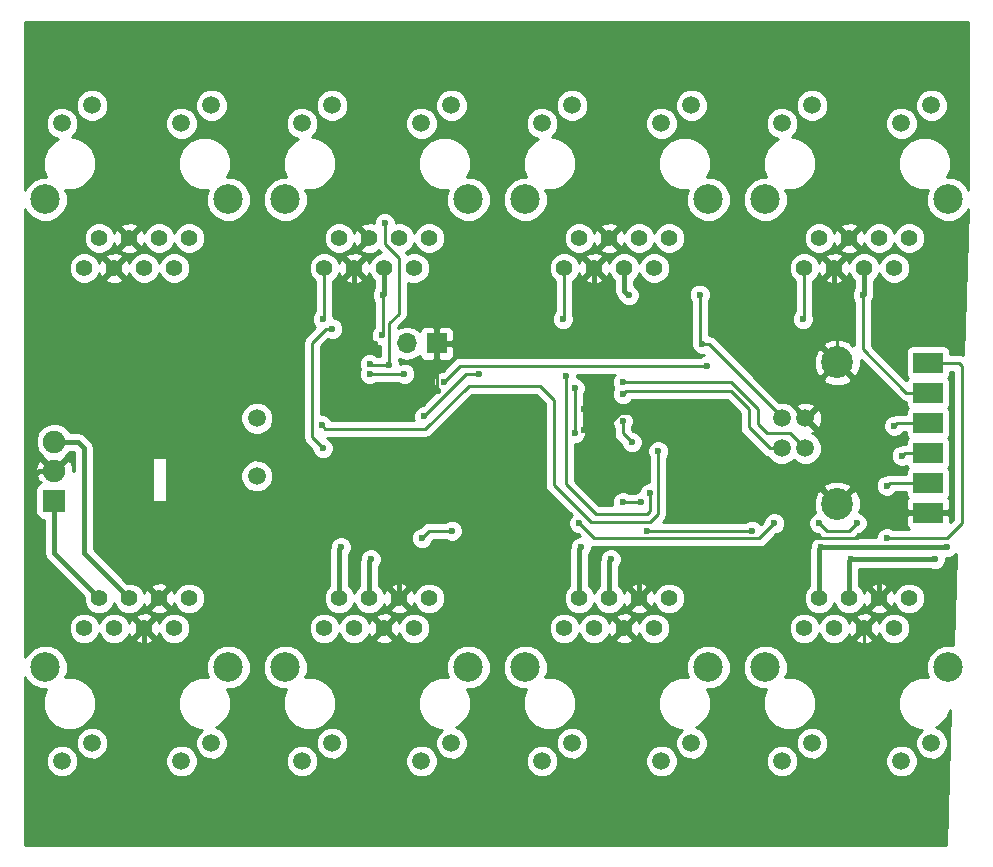
<source format=gbr>
G04 #@! TF.FileFunction,Copper,L2,Bot,Signal*
%FSLAX46Y46*%
G04 Gerber Fmt 4.6, Leading zero omitted, Abs format (unit mm)*
G04 Created by KiCad (PCBNEW 4.0.5) date 2017 May 26, Friday 10:14:16*
%MOMM*%
%LPD*%
G01*
G04 APERTURE LIST*
%ADD10C,0.100000*%
%ADD11C,0.300000*%
%ADD12C,1.520000*%
%ADD13C,2.700000*%
%ADD14C,1.500000*%
%ADD15R,1.700000X1.700000*%
%ADD16O,1.700000X1.700000*%
%ADD17R,2.500000X1.700000*%
%ADD18C,1.400000*%
%ADD19C,2.500000*%
%ADD20R,1.900000X1.900000*%
%ADD21C,1.900000*%
%ADD22C,0.600000*%
%ADD23C,0.400000*%
%ADD24C,0.250000*%
%ADD25C,0.254000*%
G04 APERTURE END LIST*
D10*
D11*
D12*
X133350000Y-62230000D03*
X133350000Y-59690000D03*
X135350000Y-59690000D03*
X135350000Y-62230000D03*
D13*
X138050000Y-66960000D03*
X138050000Y-54960000D03*
D14*
X88900000Y-59690000D03*
X88900000Y-64570000D03*
D15*
X104140000Y-53340000D03*
D16*
X101600000Y-53340000D03*
D17*
X145730000Y-67695000D03*
X145730000Y-65155000D03*
X145730000Y-54995000D03*
X145730000Y-62615000D03*
X145730000Y-60075000D03*
X145730000Y-57535000D03*
D18*
X80645000Y-44440000D03*
X83185000Y-44440000D03*
X81915000Y-46980000D03*
X79375000Y-46980000D03*
X78105000Y-44440000D03*
X76835000Y-46980000D03*
X75565000Y-44440000D03*
X74295000Y-46980000D03*
D19*
X86490000Y-41150000D03*
X70990000Y-41150000D03*
D14*
X74955000Y-33200000D03*
X72415000Y-34720000D03*
X85065000Y-33200000D03*
X82525000Y-34720000D03*
D18*
X100965000Y-44440000D03*
X103505000Y-44440000D03*
X102235000Y-46980000D03*
X99695000Y-46980000D03*
X98425000Y-44440000D03*
X97155000Y-46980000D03*
X95885000Y-44440000D03*
X94615000Y-46980000D03*
D19*
X106810000Y-41150000D03*
X91310000Y-41150000D03*
D14*
X95275000Y-33200000D03*
X92735000Y-34720000D03*
X105385000Y-33200000D03*
X102845000Y-34720000D03*
D18*
X121285000Y-44440000D03*
X123825000Y-44440000D03*
X122555000Y-46980000D03*
X120015000Y-46980000D03*
X118745000Y-44440000D03*
X117475000Y-46980000D03*
X116205000Y-44440000D03*
X114935000Y-46980000D03*
D19*
X127130000Y-41150000D03*
X111630000Y-41150000D03*
D14*
X115595000Y-33200000D03*
X113055000Y-34720000D03*
X125705000Y-33200000D03*
X123165000Y-34720000D03*
D18*
X141605000Y-44440000D03*
X144145000Y-44440000D03*
X142875000Y-46980000D03*
X140335000Y-46980000D03*
X139065000Y-44440000D03*
X137795000Y-46980000D03*
X136525000Y-44440000D03*
X135255000Y-46980000D03*
D19*
X147450000Y-41150000D03*
X131950000Y-41150000D03*
D14*
X135915000Y-33200000D03*
X133375000Y-34720000D03*
X146025000Y-33200000D03*
X143485000Y-34720000D03*
D18*
X76835000Y-77480000D03*
X74295000Y-77480000D03*
X75565000Y-74940000D03*
X78105000Y-74940000D03*
X79375000Y-77480000D03*
X80645000Y-74940000D03*
X81915000Y-77480000D03*
X83185000Y-74940000D03*
D19*
X70990000Y-80770000D03*
X86490000Y-80770000D03*
D14*
X82525000Y-88720000D03*
X85065000Y-87200000D03*
X72415000Y-88720000D03*
X74955000Y-87200000D03*
D18*
X97155000Y-77480000D03*
X94615000Y-77480000D03*
X95885000Y-74940000D03*
X98425000Y-74940000D03*
X99695000Y-77480000D03*
X100965000Y-74940000D03*
X102235000Y-77480000D03*
X103505000Y-74940000D03*
D19*
X91310000Y-80770000D03*
X106810000Y-80770000D03*
D14*
X102845000Y-88720000D03*
X105385000Y-87200000D03*
X92735000Y-88720000D03*
X95275000Y-87200000D03*
D18*
X117475000Y-77480000D03*
X114935000Y-77480000D03*
X116205000Y-74940000D03*
X118745000Y-74940000D03*
X120015000Y-77480000D03*
X121285000Y-74940000D03*
X122555000Y-77480000D03*
X123825000Y-74940000D03*
D19*
X111630000Y-80770000D03*
X127130000Y-80770000D03*
D14*
X123165000Y-88720000D03*
X125705000Y-87200000D03*
X113055000Y-88720000D03*
X115595000Y-87200000D03*
D18*
X137795000Y-77480000D03*
X135255000Y-77480000D03*
X136525000Y-74940000D03*
X139065000Y-74940000D03*
X140335000Y-77480000D03*
X141605000Y-74940000D03*
X142875000Y-77480000D03*
X144145000Y-74940000D03*
D19*
X131950000Y-80770000D03*
X147450000Y-80770000D03*
D14*
X143485000Y-88720000D03*
X146025000Y-87200000D03*
X133375000Y-88720000D03*
X135915000Y-87200000D03*
D20*
X71755000Y-66675000D03*
D21*
X71755000Y-64175000D03*
X71755000Y-61675000D03*
D22*
X104241600Y-57353200D03*
X122885200Y-61214000D03*
X98907600Y-53441600D03*
X116586000Y-58928000D03*
X116586000Y-60706000D03*
X145288000Y-72644000D03*
X121412000Y-72644000D03*
X101092000Y-72644000D03*
X141732000Y-72644000D03*
X97028000Y-50292000D03*
X117348000Y-50292000D03*
X137668000Y-50292000D03*
X94488000Y-62230000D03*
X95300800Y-52120800D03*
X120396000Y-49276000D03*
X126390400Y-49225200D03*
X126593600Y-53390800D03*
X99466400Y-52679600D03*
X120650000Y-61722000D03*
X119888000Y-59944000D03*
X146304000Y-71628000D03*
X98552000Y-71628000D03*
X118872000Y-71628000D03*
X139192000Y-71628000D03*
X99568000Y-49276000D03*
X140208000Y-49276000D03*
X115824000Y-57150000D03*
X115824000Y-60960000D03*
X119888000Y-66802000D03*
X121412000Y-66802000D03*
X104775000Y-56591200D03*
X142240000Y-65405000D03*
X127000000Y-55245000D03*
X119888000Y-57658000D03*
X119888000Y-56642000D03*
X107696000Y-55981600D03*
X103073200Y-59537600D03*
X115062000Y-56134000D03*
X122174000Y-66040000D03*
X122885200Y-62484000D03*
X94386400Y-60299600D03*
X147320000Y-70612000D03*
X96012000Y-70612000D03*
X116332000Y-70612000D03*
X136652000Y-70612000D03*
X99720400Y-43180000D03*
X100126800Y-55168800D03*
X98450400Y-55118000D03*
X98450400Y-55930800D03*
X101396800Y-55930800D03*
X94488000Y-51308000D03*
X114808000Y-51308000D03*
X135128000Y-51308000D03*
X143510000Y-62865000D03*
X130810000Y-69215000D03*
X121920000Y-69215000D03*
X105410000Y-69215000D03*
X102870000Y-69850000D03*
X142240000Y-69850000D03*
X142875000Y-60325000D03*
X139700000Y-68580000D03*
X136525000Y-68580000D03*
X132715000Y-68580000D03*
X116205000Y-68580000D03*
D23*
X71755000Y-64175000D02*
X70445000Y-64175000D01*
X79375000Y-79375000D02*
X79375000Y-77480000D01*
X78740000Y-80010000D02*
X79375000Y-79375000D01*
X73660000Y-80010000D02*
X78740000Y-80010000D01*
X69850000Y-76200000D02*
X73660000Y-80010000D01*
X69850000Y-64770000D02*
X69850000Y-76200000D01*
X70445000Y-64175000D02*
X69850000Y-64770000D01*
D24*
X145730000Y-67695000D02*
X141855000Y-67695000D01*
X140335000Y-78740000D02*
X140335000Y-77480000D01*
X139700000Y-79375000D02*
X140335000Y-78740000D01*
X134620000Y-79375000D02*
X139700000Y-79375000D01*
X133350000Y-78105000D02*
X134620000Y-79375000D01*
X133350000Y-72390000D02*
X133350000Y-78105000D01*
X135890000Y-69850000D02*
X133350000Y-72390000D01*
X139700000Y-69850000D02*
X135890000Y-69850000D01*
X141855000Y-67695000D02*
X139700000Y-69850000D01*
X138050000Y-54960000D02*
X138050000Y-50674000D01*
X138050000Y-50674000D02*
X137668000Y-50292000D01*
X104140000Y-57251600D02*
X104140000Y-53340000D01*
X104241600Y-57353200D02*
X104140000Y-57251600D01*
X116586000Y-60706000D02*
X118211600Y-60706000D01*
X120954800Y-59283600D02*
X122885200Y-61214000D01*
X119634000Y-59283600D02*
X120954800Y-59283600D01*
X118211600Y-60706000D02*
X119634000Y-59283600D01*
X97028000Y-50292000D02*
X97028000Y-51714400D01*
X97028000Y-51714400D02*
X98755200Y-53441600D01*
X98755200Y-53441600D02*
X98907600Y-53441600D01*
X116586000Y-58928000D02*
X116586000Y-60706000D01*
D23*
X145288000Y-72644000D02*
X141732000Y-72644000D01*
X121285000Y-74940000D02*
X121285000Y-72771000D01*
X121285000Y-72771000D02*
X121412000Y-72644000D01*
X100965000Y-74940000D02*
X100965000Y-72771000D01*
X100965000Y-72771000D02*
X101092000Y-72644000D01*
X141605000Y-72771000D02*
X141605000Y-74940000D01*
X141732000Y-72644000D02*
X141605000Y-72771000D01*
X97155000Y-46980000D02*
X97155000Y-50165000D01*
X97155000Y-50165000D02*
X97028000Y-50292000D01*
X117475000Y-46980000D02*
X117475000Y-50165000D01*
X117475000Y-50165000D02*
X117348000Y-50292000D01*
X137795000Y-50165000D02*
X137795000Y-46980000D01*
X137668000Y-50292000D02*
X137795000Y-50165000D01*
X71755000Y-61675000D02*
X73740000Y-61675000D01*
X74295000Y-71130000D02*
X78105000Y-74940000D01*
X74295000Y-62230000D02*
X74295000Y-71130000D01*
X73740000Y-61675000D02*
X74295000Y-62230000D01*
D24*
X145730000Y-57535000D02*
X143895000Y-57535000D01*
X140208000Y-53848000D02*
X140208000Y-49276000D01*
X143895000Y-57535000D02*
X140208000Y-53848000D01*
X94742000Y-52120800D02*
X95300800Y-52120800D01*
X93573600Y-53289200D02*
X94742000Y-52120800D01*
X93573600Y-61315600D02*
X93573600Y-53289200D01*
X93573600Y-61315600D02*
X94488000Y-62230000D01*
X126593600Y-53390800D02*
X127152400Y-53390800D01*
X127152400Y-53390800D02*
X133350000Y-59588400D01*
X133350000Y-59588400D02*
X133350000Y-59690000D01*
X126390400Y-53187600D02*
X126390400Y-49225200D01*
X126593600Y-53390800D02*
X126390400Y-53187600D01*
X99568000Y-52578000D02*
X99568000Y-49276000D01*
X99466400Y-52679600D02*
X99568000Y-52578000D01*
X119888000Y-60960000D02*
X119888000Y-59944000D01*
X120650000Y-61722000D02*
X119888000Y-60960000D01*
D23*
X146304000Y-71628000D02*
X139192000Y-71628000D01*
X98425000Y-74940000D02*
X98425000Y-71755000D01*
X98425000Y-71755000D02*
X98552000Y-71628000D01*
X118745000Y-74940000D02*
X118745000Y-71755000D01*
X118745000Y-71755000D02*
X118872000Y-71628000D01*
X139065000Y-71755000D02*
X139065000Y-74940000D01*
X139192000Y-71628000D02*
X139065000Y-71755000D01*
X120015000Y-46980000D02*
X120015000Y-48895000D01*
X120015000Y-48895000D02*
X120396000Y-49276000D01*
X99695000Y-46980000D02*
X99695000Y-49149000D01*
X99695000Y-49149000D02*
X99568000Y-49276000D01*
X140335000Y-49149000D02*
X140335000Y-46980000D01*
X140208000Y-49276000D02*
X140335000Y-49149000D01*
D24*
X115824000Y-57150000D02*
X115824000Y-60960000D01*
X119888000Y-66802000D02*
X121412000Y-66802000D01*
X145730000Y-65155000D02*
X142490000Y-65155000D01*
X142240000Y-65405000D02*
X142490000Y-65155000D01*
X106121200Y-55245000D02*
X127000000Y-55245000D01*
X106121200Y-55245000D02*
X104775000Y-56591200D01*
X132334000Y-62230000D02*
X133350000Y-62230000D01*
X130556000Y-60452000D02*
X132334000Y-62230000D01*
X130556000Y-58928000D02*
X130556000Y-60452000D01*
X129032000Y-57404000D02*
X130556000Y-58928000D01*
X120142000Y-57404000D02*
X129032000Y-57404000D01*
X119888000Y-57658000D02*
X120142000Y-57404000D01*
X134080000Y-60960000D02*
X135350000Y-62230000D01*
X132080000Y-60960000D02*
X134080000Y-60960000D01*
X131318000Y-60198000D02*
X132080000Y-60960000D01*
X131318000Y-58928000D02*
X131318000Y-60198000D01*
X129032000Y-56642000D02*
X131318000Y-58928000D01*
X119888000Y-56642000D02*
X129032000Y-56642000D01*
X106629200Y-55981600D02*
X107696000Y-55981600D01*
X103073200Y-59537600D02*
X106629200Y-55981600D01*
X115062000Y-65278000D02*
X115062000Y-56134000D01*
X117602000Y-67818000D02*
X115062000Y-65278000D01*
X121920000Y-67818000D02*
X117602000Y-67818000D01*
X122174000Y-67564000D02*
X121920000Y-67818000D01*
X122174000Y-66040000D02*
X122174000Y-67564000D01*
X122885200Y-67767200D02*
X122885200Y-62484000D01*
X122174000Y-68478400D02*
X122885200Y-67767200D01*
X117195600Y-68478400D02*
X122174000Y-68478400D01*
X114046000Y-65328800D02*
X117195600Y-68478400D01*
X114046000Y-58115200D02*
X114046000Y-65328800D01*
X112877600Y-56946800D02*
X114046000Y-58115200D01*
X106832400Y-56946800D02*
X112877600Y-56946800D01*
X103174800Y-60604400D02*
X106832400Y-56946800D01*
X94691200Y-60604400D02*
X103174800Y-60604400D01*
X94386400Y-60299600D02*
X94691200Y-60604400D01*
D23*
X71755000Y-66675000D02*
X71755000Y-71130000D01*
X71755000Y-71130000D02*
X75565000Y-74940000D01*
X147320000Y-70612000D02*
X136652000Y-70612000D01*
X95885000Y-74940000D02*
X95885000Y-70739000D01*
X95885000Y-70739000D02*
X96012000Y-70612000D01*
X116205000Y-74940000D02*
X116205000Y-70739000D01*
X116205000Y-70739000D02*
X116332000Y-70612000D01*
X136525000Y-70739000D02*
X136525000Y-74940000D01*
X136652000Y-70612000D02*
X136525000Y-70739000D01*
D24*
X100126800Y-55168800D02*
X100126800Y-51663600D01*
X99720400Y-44907200D02*
X99720400Y-43180000D01*
X100939600Y-46126400D02*
X99720400Y-44907200D01*
X100939600Y-50850800D02*
X100939600Y-46126400D01*
X100126800Y-51663600D02*
X100939600Y-50850800D01*
X98501200Y-55168800D02*
X100126800Y-55168800D01*
X98450400Y-55118000D02*
X98501200Y-55168800D01*
X98450400Y-55930800D02*
X101396800Y-55930800D01*
X94615000Y-46980000D02*
X94615000Y-51181000D01*
X94615000Y-51181000D02*
X94488000Y-51308000D01*
X114935000Y-46980000D02*
X114935000Y-51181000D01*
X114935000Y-51181000D02*
X114808000Y-51308000D01*
X135128000Y-51308000D02*
X135255000Y-51181000D01*
X135255000Y-51181000D02*
X135255000Y-46980000D01*
X143760000Y-62615000D02*
X145730000Y-62615000D01*
X143510000Y-62865000D02*
X143760000Y-62615000D01*
X121920000Y-69215000D02*
X130810000Y-69215000D01*
X103505000Y-69215000D02*
X105410000Y-69215000D01*
X102870000Y-69850000D02*
X103505000Y-69215000D01*
X148340000Y-54995000D02*
X145730000Y-54995000D01*
X148590000Y-55245000D02*
X148340000Y-54995000D01*
X148590000Y-68580000D02*
X148590000Y-55245000D01*
X147320000Y-69850000D02*
X148590000Y-68580000D01*
X142240000Y-69850000D02*
X147320000Y-69850000D01*
X143125000Y-60075000D02*
X145730000Y-60075000D01*
X142875000Y-60325000D02*
X143125000Y-60075000D01*
X139065000Y-69215000D02*
X139700000Y-68580000D01*
X137160000Y-69215000D02*
X139065000Y-69215000D01*
X136525000Y-68580000D02*
X137160000Y-69215000D01*
X131445000Y-69850000D02*
X132715000Y-68580000D01*
X117475000Y-69850000D02*
X131445000Y-69850000D01*
X116205000Y-68580000D02*
X117475000Y-69850000D01*
D25*
G36*
X149150000Y-40328171D02*
X149048957Y-40083628D01*
X148519161Y-39552907D01*
X147826595Y-39265328D01*
X147378368Y-39264937D01*
X147674607Y-38551514D01*
X147675391Y-37652430D01*
X147332052Y-36821485D01*
X146696859Y-36185182D01*
X145866514Y-35840393D01*
X144967430Y-35839609D01*
X144136485Y-36182948D01*
X143500182Y-36818141D01*
X143155393Y-37648486D01*
X143154609Y-38547570D01*
X143497948Y-39378515D01*
X144133141Y-40014818D01*
X144963486Y-40359607D01*
X145736872Y-40360281D01*
X145565328Y-40773405D01*
X145564674Y-41523305D01*
X145851043Y-42216372D01*
X146380839Y-42747093D01*
X147073405Y-43034672D01*
X147823305Y-43035326D01*
X148516372Y-42748957D01*
X149047093Y-42219161D01*
X149140247Y-41994823D01*
X148699395Y-54338660D01*
X148630839Y-54292852D01*
X148340000Y-54235000D01*
X147627440Y-54235000D01*
X147627440Y-54145000D01*
X147583162Y-53909683D01*
X147444090Y-53693559D01*
X147231890Y-53548569D01*
X146980000Y-53497560D01*
X144480000Y-53497560D01*
X144244683Y-53541838D01*
X144028559Y-53680910D01*
X143883569Y-53893110D01*
X143832560Y-54145000D01*
X143832560Y-55845000D01*
X143876838Y-56080317D01*
X143997015Y-56267077D01*
X143883569Y-56433110D01*
X143880932Y-56446130D01*
X140968000Y-53533198D01*
X140968000Y-49838463D01*
X141000192Y-49806327D01*
X141142838Y-49462799D01*
X141142993Y-49284772D01*
X141170000Y-49149000D01*
X141170000Y-48032786D01*
X141466098Y-47737204D01*
X141605091Y-47402473D01*
X141742582Y-47735229D01*
X142117796Y-48111098D01*
X142608287Y-48314768D01*
X143139383Y-48315231D01*
X143630229Y-48112418D01*
X144006098Y-47737204D01*
X144209768Y-47246713D01*
X144210231Y-46715617D01*
X144007418Y-46224771D01*
X143632204Y-45848902D01*
X143141713Y-45645232D01*
X142610617Y-45644769D01*
X142119771Y-45847582D01*
X141743902Y-46222796D01*
X141604909Y-46557527D01*
X141467418Y-46224771D01*
X141092204Y-45848902D01*
X140601713Y-45645232D01*
X140070617Y-45644769D01*
X139579771Y-45847582D01*
X139203902Y-46222796D01*
X139071684Y-46541212D01*
X138966042Y-46286169D01*
X138730275Y-46224331D01*
X137974605Y-46980000D01*
X138730275Y-47735669D01*
X138966042Y-47673831D01*
X139063196Y-47397889D01*
X139202582Y-47735229D01*
X139500000Y-48033166D01*
X139500000Y-48661628D01*
X139415808Y-48745673D01*
X139273162Y-49089201D01*
X139272838Y-49461167D01*
X139414883Y-49804943D01*
X139448000Y-49838118D01*
X139448000Y-53499308D01*
X139389542Y-53440850D01*
X139275987Y-53554405D01*
X139134522Y-53251218D01*
X138398045Y-52966263D01*
X137608582Y-52984836D01*
X136965478Y-53251218D01*
X136824012Y-53554407D01*
X138050000Y-54780395D01*
X138064143Y-54766253D01*
X138243748Y-54945858D01*
X138229605Y-54960000D01*
X139455593Y-56185988D01*
X139758782Y-56044522D01*
X140043737Y-55308045D01*
X140030498Y-54745300D01*
X143357599Y-58072401D01*
X143604160Y-58237148D01*
X143652414Y-58246746D01*
X143832560Y-58282580D01*
X143832560Y-58385000D01*
X143876838Y-58620317D01*
X143997015Y-58807077D01*
X143883569Y-58973110D01*
X143832560Y-59225000D01*
X143832560Y-59315000D01*
X143125000Y-59315000D01*
X142834160Y-59372852D01*
X142808584Y-59389941D01*
X142689833Y-59389838D01*
X142346057Y-59531883D01*
X142082808Y-59794673D01*
X141940162Y-60138201D01*
X141939838Y-60510167D01*
X142081883Y-60853943D01*
X142344673Y-61117192D01*
X142688201Y-61259838D01*
X143060167Y-61260162D01*
X143403943Y-61118117D01*
X143667192Y-60855327D01*
X143675633Y-60835000D01*
X143832560Y-60835000D01*
X143832560Y-60925000D01*
X143876838Y-61160317D01*
X143997015Y-61347077D01*
X143883569Y-61513110D01*
X143832560Y-61765000D01*
X143832560Y-61855000D01*
X143760000Y-61855000D01*
X143469160Y-61912852D01*
X143443584Y-61929941D01*
X143324833Y-61929838D01*
X142981057Y-62071883D01*
X142717808Y-62334673D01*
X142575162Y-62678201D01*
X142574838Y-63050167D01*
X142716883Y-63393943D01*
X142979673Y-63657192D01*
X143323201Y-63799838D01*
X143695167Y-63800162D01*
X143889434Y-63719893D01*
X143997015Y-63887077D01*
X143883569Y-64053110D01*
X143832560Y-64305000D01*
X143832560Y-64395000D01*
X142490000Y-64395000D01*
X142199160Y-64452852D01*
X142173584Y-64469941D01*
X142054833Y-64469838D01*
X141711057Y-64611883D01*
X141447808Y-64874673D01*
X141305162Y-65218201D01*
X141304838Y-65590167D01*
X141446883Y-65933943D01*
X141709673Y-66197192D01*
X142053201Y-66339838D01*
X142425167Y-66340162D01*
X142768943Y-66198117D01*
X143032192Y-65935327D01*
X143040633Y-65915000D01*
X143832560Y-65915000D01*
X143832560Y-66005000D01*
X143876838Y-66240317D01*
X143998144Y-66428831D01*
X143941673Y-66485302D01*
X143845000Y-66718691D01*
X143845000Y-67409250D01*
X144003750Y-67568000D01*
X145603000Y-67568000D01*
X145603000Y-67548000D01*
X145857000Y-67548000D01*
X145857000Y-67568000D01*
X147456250Y-67568000D01*
X147615000Y-67409250D01*
X147615000Y-66718691D01*
X147518327Y-66485302D01*
X147460129Y-66427104D01*
X147576431Y-66256890D01*
X147627440Y-66005000D01*
X147627440Y-64305000D01*
X147583162Y-64069683D01*
X147462985Y-63882923D01*
X147576431Y-63716890D01*
X147627440Y-63465000D01*
X147627440Y-61765000D01*
X147583162Y-61529683D01*
X147462985Y-61342923D01*
X147576431Y-61176890D01*
X147627440Y-60925000D01*
X147627440Y-59225000D01*
X147583162Y-58989683D01*
X147462985Y-58802923D01*
X147576431Y-58636890D01*
X147627440Y-58385000D01*
X147627440Y-56685000D01*
X147583162Y-56449683D01*
X147462985Y-56262923D01*
X147576431Y-56096890D01*
X147627440Y-55845000D01*
X147627440Y-55755000D01*
X147830000Y-55755000D01*
X147830000Y-68265198D01*
X147615000Y-68480198D01*
X147615000Y-67980750D01*
X147456250Y-67822000D01*
X145857000Y-67822000D01*
X145857000Y-67842000D01*
X145603000Y-67842000D01*
X145603000Y-67822000D01*
X144003750Y-67822000D01*
X143845000Y-67980750D01*
X143845000Y-68671309D01*
X143941673Y-68904698D01*
X144120301Y-69083327D01*
X144136411Y-69090000D01*
X142802463Y-69090000D01*
X142770327Y-69057808D01*
X142426799Y-68915162D01*
X142054833Y-68914838D01*
X141711057Y-69056883D01*
X141447808Y-69319673D01*
X141305162Y-69663201D01*
X141305063Y-69777000D01*
X139565586Y-69777000D01*
X139602401Y-69752401D01*
X139839680Y-69515122D01*
X139885167Y-69515162D01*
X140228943Y-69373117D01*
X140492192Y-69110327D01*
X140634838Y-68766799D01*
X140635162Y-68394833D01*
X140493117Y-68051057D01*
X140230327Y-67787808D01*
X139909632Y-67654643D01*
X140043737Y-67308045D01*
X140025164Y-66518582D01*
X139758782Y-65875478D01*
X139455593Y-65734012D01*
X138229605Y-66960000D01*
X138243748Y-66974143D01*
X138064143Y-67153748D01*
X138050000Y-67139605D01*
X138035858Y-67153748D01*
X137856253Y-66974143D01*
X137870395Y-66960000D01*
X136644407Y-65734012D01*
X136341218Y-65875478D01*
X136056263Y-66611955D01*
X136074836Y-67401418D01*
X136199655Y-67702758D01*
X135996057Y-67786883D01*
X135732808Y-68049673D01*
X135590162Y-68393201D01*
X135589838Y-68765167D01*
X135731883Y-69108943D01*
X135994673Y-69372192D01*
X136338201Y-69514838D01*
X136385077Y-69514879D01*
X136547106Y-69676908D01*
X136466833Y-69676838D01*
X136123057Y-69818883D01*
X135859808Y-70081673D01*
X135717162Y-70425201D01*
X135717007Y-70603228D01*
X135690000Y-70739000D01*
X135690000Y-73887214D01*
X135393902Y-74182796D01*
X135190232Y-74673287D01*
X135189769Y-75204383D01*
X135392582Y-75695229D01*
X135767796Y-76071098D01*
X136258287Y-76274768D01*
X136789383Y-76275231D01*
X137280229Y-76072418D01*
X137656098Y-75697204D01*
X137795091Y-75362473D01*
X137932582Y-75695229D01*
X138307796Y-76071098D01*
X138798287Y-76274768D01*
X139329383Y-76275231D01*
X139820229Y-76072418D01*
X140017716Y-75875275D01*
X140849331Y-75875275D01*
X140911169Y-76111042D01*
X141412122Y-76287419D01*
X141942440Y-76258664D01*
X142298831Y-76111042D01*
X142360669Y-75875275D01*
X141605000Y-75119605D01*
X140849331Y-75875275D01*
X140017716Y-75875275D01*
X140196098Y-75697204D01*
X140328316Y-75378788D01*
X140433958Y-75633831D01*
X140669725Y-75695669D01*
X141425395Y-74940000D01*
X141784605Y-74940000D01*
X142540275Y-75695669D01*
X142776042Y-75633831D01*
X142873196Y-75357889D01*
X143012582Y-75695229D01*
X143387796Y-76071098D01*
X143878287Y-76274768D01*
X144409383Y-76275231D01*
X144900229Y-76072418D01*
X145276098Y-75697204D01*
X145479768Y-75206713D01*
X145480231Y-74675617D01*
X145277418Y-74184771D01*
X144902204Y-73808902D01*
X144411713Y-73605232D01*
X143880617Y-73604769D01*
X143389771Y-73807582D01*
X143013902Y-74182796D01*
X142881684Y-74501212D01*
X142776042Y-74246169D01*
X142540275Y-74184331D01*
X141784605Y-74940000D01*
X141425395Y-74940000D01*
X140669725Y-74184331D01*
X140433958Y-74246169D01*
X140336804Y-74522111D01*
X140197418Y-74184771D01*
X140017686Y-74004725D01*
X140849331Y-74004725D01*
X141605000Y-74760395D01*
X142360669Y-74004725D01*
X142298831Y-73768958D01*
X141797878Y-73592581D01*
X141267560Y-73621336D01*
X140911169Y-73768958D01*
X140849331Y-74004725D01*
X140017686Y-74004725D01*
X139900000Y-73886834D01*
X139900000Y-72463000D01*
X145876766Y-72463000D01*
X146117201Y-72562838D01*
X146489167Y-72563162D01*
X146832943Y-72421117D01*
X147096192Y-72158327D01*
X147238838Y-71814799D01*
X147239071Y-71546930D01*
X147505167Y-71547162D01*
X147848943Y-71405117D01*
X148098787Y-71155709D01*
X147822729Y-78885325D01*
X147076695Y-78884674D01*
X146383628Y-79171043D01*
X145852907Y-79700839D01*
X145565328Y-80393405D01*
X145564674Y-81143305D01*
X145736964Y-81560280D01*
X144967430Y-81559609D01*
X144136485Y-81902948D01*
X143500182Y-82538141D01*
X143155393Y-83368486D01*
X143154609Y-84267570D01*
X143497948Y-85098515D01*
X144133141Y-85734818D01*
X144963486Y-86079607D01*
X145186757Y-86079802D01*
X144851539Y-86414436D01*
X144640241Y-86923298D01*
X144639760Y-87474285D01*
X144850169Y-87983515D01*
X145239436Y-88373461D01*
X145748298Y-88584759D01*
X146299285Y-88585240D01*
X146808515Y-88374831D01*
X147198461Y-87985564D01*
X147409759Y-87476702D01*
X147410240Y-86925715D01*
X147199831Y-86416485D01*
X146810564Y-86026539D01*
X146402742Y-85857197D01*
X146693515Y-85737052D01*
X147329818Y-85101859D01*
X147626202Y-84388087D01*
X147218276Y-95810000D01*
X69290000Y-95810000D01*
X69290000Y-88994285D01*
X71029760Y-88994285D01*
X71240169Y-89503515D01*
X71629436Y-89893461D01*
X72138298Y-90104759D01*
X72689285Y-90105240D01*
X73198515Y-89894831D01*
X73588461Y-89505564D01*
X73799759Y-88996702D01*
X73799761Y-88994285D01*
X81139760Y-88994285D01*
X81350169Y-89503515D01*
X81739436Y-89893461D01*
X82248298Y-90104759D01*
X82799285Y-90105240D01*
X83308515Y-89894831D01*
X83698461Y-89505564D01*
X83909759Y-88996702D01*
X83909761Y-88994285D01*
X91349760Y-88994285D01*
X91560169Y-89503515D01*
X91949436Y-89893461D01*
X92458298Y-90104759D01*
X93009285Y-90105240D01*
X93518515Y-89894831D01*
X93908461Y-89505564D01*
X94119759Y-88996702D01*
X94119761Y-88994285D01*
X101459760Y-88994285D01*
X101670169Y-89503515D01*
X102059436Y-89893461D01*
X102568298Y-90104759D01*
X103119285Y-90105240D01*
X103628515Y-89894831D01*
X104018461Y-89505564D01*
X104229759Y-88996702D01*
X104229761Y-88994285D01*
X111669760Y-88994285D01*
X111880169Y-89503515D01*
X112269436Y-89893461D01*
X112778298Y-90104759D01*
X113329285Y-90105240D01*
X113838515Y-89894831D01*
X114228461Y-89505564D01*
X114439759Y-88996702D01*
X114439761Y-88994285D01*
X121779760Y-88994285D01*
X121990169Y-89503515D01*
X122379436Y-89893461D01*
X122888298Y-90104759D01*
X123439285Y-90105240D01*
X123948515Y-89894831D01*
X124338461Y-89505564D01*
X124549759Y-88996702D01*
X124549761Y-88994285D01*
X131989760Y-88994285D01*
X132200169Y-89503515D01*
X132589436Y-89893461D01*
X133098298Y-90104759D01*
X133649285Y-90105240D01*
X134158515Y-89894831D01*
X134548461Y-89505564D01*
X134759759Y-88996702D01*
X134759761Y-88994285D01*
X142099760Y-88994285D01*
X142310169Y-89503515D01*
X142699436Y-89893461D01*
X143208298Y-90104759D01*
X143759285Y-90105240D01*
X144268515Y-89894831D01*
X144658461Y-89505564D01*
X144869759Y-88996702D01*
X144870240Y-88445715D01*
X144659831Y-87936485D01*
X144270564Y-87546539D01*
X143761702Y-87335241D01*
X143210715Y-87334760D01*
X142701485Y-87545169D01*
X142311539Y-87934436D01*
X142100241Y-88443298D01*
X142099760Y-88994285D01*
X134759761Y-88994285D01*
X134760240Y-88445715D01*
X134549831Y-87936485D01*
X134160564Y-87546539D01*
X133986558Y-87474285D01*
X134529760Y-87474285D01*
X134740169Y-87983515D01*
X135129436Y-88373461D01*
X135638298Y-88584759D01*
X136189285Y-88585240D01*
X136698515Y-88374831D01*
X137088461Y-87985564D01*
X137299759Y-87476702D01*
X137300240Y-86925715D01*
X137089831Y-86416485D01*
X136700564Y-86026539D01*
X136191702Y-85815241D01*
X135640715Y-85814760D01*
X135131485Y-86025169D01*
X134741539Y-86414436D01*
X134530241Y-86923298D01*
X134529760Y-87474285D01*
X133986558Y-87474285D01*
X133651702Y-87335241D01*
X133100715Y-87334760D01*
X132591485Y-87545169D01*
X132201539Y-87934436D01*
X131990241Y-88443298D01*
X131989760Y-88994285D01*
X124549761Y-88994285D01*
X124550240Y-88445715D01*
X124339831Y-87936485D01*
X123950564Y-87546539D01*
X123441702Y-87335241D01*
X122890715Y-87334760D01*
X122381485Y-87545169D01*
X121991539Y-87934436D01*
X121780241Y-88443298D01*
X121779760Y-88994285D01*
X114439761Y-88994285D01*
X114440240Y-88445715D01*
X114229831Y-87936485D01*
X113840564Y-87546539D01*
X113666558Y-87474285D01*
X114209760Y-87474285D01*
X114420169Y-87983515D01*
X114809436Y-88373461D01*
X115318298Y-88584759D01*
X115869285Y-88585240D01*
X116378515Y-88374831D01*
X116768461Y-87985564D01*
X116979759Y-87476702D01*
X116980240Y-86925715D01*
X116769831Y-86416485D01*
X116380564Y-86026539D01*
X115871702Y-85815241D01*
X115320715Y-85814760D01*
X114811485Y-86025169D01*
X114421539Y-86414436D01*
X114210241Y-86923298D01*
X114209760Y-87474285D01*
X113666558Y-87474285D01*
X113331702Y-87335241D01*
X112780715Y-87334760D01*
X112271485Y-87545169D01*
X111881539Y-87934436D01*
X111670241Y-88443298D01*
X111669760Y-88994285D01*
X104229761Y-88994285D01*
X104230240Y-88445715D01*
X104019831Y-87936485D01*
X103630564Y-87546539D01*
X103121702Y-87335241D01*
X102570715Y-87334760D01*
X102061485Y-87545169D01*
X101671539Y-87934436D01*
X101460241Y-88443298D01*
X101459760Y-88994285D01*
X94119761Y-88994285D01*
X94120240Y-88445715D01*
X93909831Y-87936485D01*
X93520564Y-87546539D01*
X93346558Y-87474285D01*
X93889760Y-87474285D01*
X94100169Y-87983515D01*
X94489436Y-88373461D01*
X94998298Y-88584759D01*
X95549285Y-88585240D01*
X96058515Y-88374831D01*
X96448461Y-87985564D01*
X96659759Y-87476702D01*
X96660240Y-86925715D01*
X96449831Y-86416485D01*
X96060564Y-86026539D01*
X95551702Y-85815241D01*
X95000715Y-85814760D01*
X94491485Y-86025169D01*
X94101539Y-86414436D01*
X93890241Y-86923298D01*
X93889760Y-87474285D01*
X93346558Y-87474285D01*
X93011702Y-87335241D01*
X92460715Y-87334760D01*
X91951485Y-87545169D01*
X91561539Y-87934436D01*
X91350241Y-88443298D01*
X91349760Y-88994285D01*
X83909761Y-88994285D01*
X83910240Y-88445715D01*
X83699831Y-87936485D01*
X83310564Y-87546539D01*
X82801702Y-87335241D01*
X82250715Y-87334760D01*
X81741485Y-87545169D01*
X81351539Y-87934436D01*
X81140241Y-88443298D01*
X81139760Y-88994285D01*
X73799761Y-88994285D01*
X73800240Y-88445715D01*
X73589831Y-87936485D01*
X73200564Y-87546539D01*
X73026558Y-87474285D01*
X73569760Y-87474285D01*
X73780169Y-87983515D01*
X74169436Y-88373461D01*
X74678298Y-88584759D01*
X75229285Y-88585240D01*
X75738515Y-88374831D01*
X76128461Y-87985564D01*
X76339759Y-87476702D01*
X76340240Y-86925715D01*
X76129831Y-86416485D01*
X75740564Y-86026539D01*
X75231702Y-85815241D01*
X74680715Y-85814760D01*
X74171485Y-86025169D01*
X73781539Y-86414436D01*
X73570241Y-86923298D01*
X73569760Y-87474285D01*
X73026558Y-87474285D01*
X72691702Y-87335241D01*
X72140715Y-87334760D01*
X71631485Y-87545169D01*
X71241539Y-87934436D01*
X71030241Y-88443298D01*
X71029760Y-88994285D01*
X69290000Y-88994285D01*
X69290000Y-81591829D01*
X69391043Y-81836372D01*
X69920839Y-82367093D01*
X70613405Y-82654672D01*
X71061632Y-82655063D01*
X70765393Y-83368486D01*
X70764609Y-84267570D01*
X71107948Y-85098515D01*
X71743141Y-85734818D01*
X72573486Y-86079607D01*
X73472570Y-86080391D01*
X74303515Y-85737052D01*
X74939818Y-85101859D01*
X75284607Y-84271514D01*
X75284610Y-84267570D01*
X82194609Y-84267570D01*
X82537948Y-85098515D01*
X83173141Y-85734818D01*
X84003486Y-86079607D01*
X84226757Y-86079802D01*
X83891539Y-86414436D01*
X83680241Y-86923298D01*
X83679760Y-87474285D01*
X83890169Y-87983515D01*
X84279436Y-88373461D01*
X84788298Y-88584759D01*
X85339285Y-88585240D01*
X85848515Y-88374831D01*
X86238461Y-87985564D01*
X86449759Y-87476702D01*
X86450240Y-86925715D01*
X86239831Y-86416485D01*
X85850564Y-86026539D01*
X85442742Y-85857197D01*
X85733515Y-85737052D01*
X86369818Y-85101859D01*
X86714607Y-84271514D01*
X86715391Y-83372430D01*
X86418930Y-82654938D01*
X86863305Y-82655326D01*
X87556372Y-82368957D01*
X88087093Y-81839161D01*
X88374672Y-81146595D01*
X88374674Y-81143305D01*
X89424674Y-81143305D01*
X89711043Y-81836372D01*
X90240839Y-82367093D01*
X90933405Y-82654672D01*
X91381632Y-82655063D01*
X91085393Y-83368486D01*
X91084609Y-84267570D01*
X91427948Y-85098515D01*
X92063141Y-85734818D01*
X92893486Y-86079607D01*
X93792570Y-86080391D01*
X94623515Y-85737052D01*
X95259818Y-85101859D01*
X95604607Y-84271514D01*
X95604610Y-84267570D01*
X102514609Y-84267570D01*
X102857948Y-85098515D01*
X103493141Y-85734818D01*
X104323486Y-86079607D01*
X104546757Y-86079802D01*
X104211539Y-86414436D01*
X104000241Y-86923298D01*
X103999760Y-87474285D01*
X104210169Y-87983515D01*
X104599436Y-88373461D01*
X105108298Y-88584759D01*
X105659285Y-88585240D01*
X106168515Y-88374831D01*
X106558461Y-87985564D01*
X106769759Y-87476702D01*
X106770240Y-86925715D01*
X106559831Y-86416485D01*
X106170564Y-86026539D01*
X105762742Y-85857197D01*
X106053515Y-85737052D01*
X106689818Y-85101859D01*
X107034607Y-84271514D01*
X107035391Y-83372430D01*
X106738930Y-82654938D01*
X107183305Y-82655326D01*
X107876372Y-82368957D01*
X108407093Y-81839161D01*
X108694672Y-81146595D01*
X108694674Y-81143305D01*
X109744674Y-81143305D01*
X110031043Y-81836372D01*
X110560839Y-82367093D01*
X111253405Y-82654672D01*
X111701632Y-82655063D01*
X111405393Y-83368486D01*
X111404609Y-84267570D01*
X111747948Y-85098515D01*
X112383141Y-85734818D01*
X113213486Y-86079607D01*
X114112570Y-86080391D01*
X114943515Y-85737052D01*
X115579818Y-85101859D01*
X115924607Y-84271514D01*
X115924610Y-84267570D01*
X122834609Y-84267570D01*
X123177948Y-85098515D01*
X123813141Y-85734818D01*
X124643486Y-86079607D01*
X124866757Y-86079802D01*
X124531539Y-86414436D01*
X124320241Y-86923298D01*
X124319760Y-87474285D01*
X124530169Y-87983515D01*
X124919436Y-88373461D01*
X125428298Y-88584759D01*
X125979285Y-88585240D01*
X126488515Y-88374831D01*
X126878461Y-87985564D01*
X127089759Y-87476702D01*
X127090240Y-86925715D01*
X126879831Y-86416485D01*
X126490564Y-86026539D01*
X126082742Y-85857197D01*
X126373515Y-85737052D01*
X127009818Y-85101859D01*
X127354607Y-84271514D01*
X127355391Y-83372430D01*
X127058930Y-82654938D01*
X127503305Y-82655326D01*
X128196372Y-82368957D01*
X128727093Y-81839161D01*
X129014672Y-81146595D01*
X129014674Y-81143305D01*
X130064674Y-81143305D01*
X130351043Y-81836372D01*
X130880839Y-82367093D01*
X131573405Y-82654672D01*
X132021632Y-82655063D01*
X131725393Y-83368486D01*
X131724609Y-84267570D01*
X132067948Y-85098515D01*
X132703141Y-85734818D01*
X133533486Y-86079607D01*
X134432570Y-86080391D01*
X135263515Y-85737052D01*
X135899818Y-85101859D01*
X136244607Y-84271514D01*
X136245391Y-83372430D01*
X135902052Y-82541485D01*
X135266859Y-81905182D01*
X134436514Y-81560393D01*
X133663128Y-81559719D01*
X133834672Y-81146595D01*
X133835326Y-80396695D01*
X133548957Y-79703628D01*
X133019161Y-79172907D01*
X132326595Y-78885328D01*
X131576695Y-78884674D01*
X130883628Y-79171043D01*
X130352907Y-79700839D01*
X130065328Y-80393405D01*
X130064674Y-81143305D01*
X129014674Y-81143305D01*
X129015326Y-80396695D01*
X128728957Y-79703628D01*
X128199161Y-79172907D01*
X127506595Y-78885328D01*
X126756695Y-78884674D01*
X126063628Y-79171043D01*
X125532907Y-79700839D01*
X125245328Y-80393405D01*
X125244674Y-81143305D01*
X125416964Y-81560280D01*
X124647430Y-81559609D01*
X123816485Y-81902948D01*
X123180182Y-82538141D01*
X122835393Y-83368486D01*
X122834609Y-84267570D01*
X115924610Y-84267570D01*
X115925391Y-83372430D01*
X115582052Y-82541485D01*
X114946859Y-81905182D01*
X114116514Y-81560393D01*
X113343128Y-81559719D01*
X113514672Y-81146595D01*
X113515326Y-80396695D01*
X113228957Y-79703628D01*
X112699161Y-79172907D01*
X112006595Y-78885328D01*
X111256695Y-78884674D01*
X110563628Y-79171043D01*
X110032907Y-79700839D01*
X109745328Y-80393405D01*
X109744674Y-81143305D01*
X108694674Y-81143305D01*
X108695326Y-80396695D01*
X108408957Y-79703628D01*
X107879161Y-79172907D01*
X107186595Y-78885328D01*
X106436695Y-78884674D01*
X105743628Y-79171043D01*
X105212907Y-79700839D01*
X104925328Y-80393405D01*
X104924674Y-81143305D01*
X105096964Y-81560280D01*
X104327430Y-81559609D01*
X103496485Y-81902948D01*
X102860182Y-82538141D01*
X102515393Y-83368486D01*
X102514609Y-84267570D01*
X95604610Y-84267570D01*
X95605391Y-83372430D01*
X95262052Y-82541485D01*
X94626859Y-81905182D01*
X93796514Y-81560393D01*
X93023128Y-81559719D01*
X93194672Y-81146595D01*
X93195326Y-80396695D01*
X92908957Y-79703628D01*
X92379161Y-79172907D01*
X91686595Y-78885328D01*
X90936695Y-78884674D01*
X90243628Y-79171043D01*
X89712907Y-79700839D01*
X89425328Y-80393405D01*
X89424674Y-81143305D01*
X88374674Y-81143305D01*
X88375326Y-80396695D01*
X88088957Y-79703628D01*
X87559161Y-79172907D01*
X86866595Y-78885328D01*
X86116695Y-78884674D01*
X85423628Y-79171043D01*
X84892907Y-79700839D01*
X84605328Y-80393405D01*
X84604674Y-81143305D01*
X84776964Y-81560280D01*
X84007430Y-81559609D01*
X83176485Y-81902948D01*
X82540182Y-82538141D01*
X82195393Y-83368486D01*
X82194609Y-84267570D01*
X75284610Y-84267570D01*
X75285391Y-83372430D01*
X74942052Y-82541485D01*
X74306859Y-81905182D01*
X73476514Y-81560393D01*
X72703128Y-81559719D01*
X72874672Y-81146595D01*
X72875326Y-80396695D01*
X72588957Y-79703628D01*
X72059161Y-79172907D01*
X71366595Y-78885328D01*
X70616695Y-78884674D01*
X69923628Y-79171043D01*
X69392907Y-79700839D01*
X69290000Y-79948666D01*
X69290000Y-77744383D01*
X72959769Y-77744383D01*
X73162582Y-78235229D01*
X73537796Y-78611098D01*
X74028287Y-78814768D01*
X74559383Y-78815231D01*
X75050229Y-78612418D01*
X75426098Y-78237204D01*
X75565091Y-77902473D01*
X75702582Y-78235229D01*
X76077796Y-78611098D01*
X76568287Y-78814768D01*
X77099383Y-78815231D01*
X77590229Y-78612418D01*
X77787716Y-78415275D01*
X78619331Y-78415275D01*
X78681169Y-78651042D01*
X79182122Y-78827419D01*
X79712440Y-78798664D01*
X80068831Y-78651042D01*
X80130669Y-78415275D01*
X79375000Y-77659605D01*
X78619331Y-78415275D01*
X77787716Y-78415275D01*
X77966098Y-78237204D01*
X78098316Y-77918788D01*
X78203958Y-78173831D01*
X78439725Y-78235669D01*
X79195395Y-77480000D01*
X79554605Y-77480000D01*
X80310275Y-78235669D01*
X80546042Y-78173831D01*
X80643196Y-77897889D01*
X80782582Y-78235229D01*
X81157796Y-78611098D01*
X81648287Y-78814768D01*
X82179383Y-78815231D01*
X82670229Y-78612418D01*
X83046098Y-78237204D01*
X83249768Y-77746713D01*
X83249770Y-77744383D01*
X93279769Y-77744383D01*
X93482582Y-78235229D01*
X93857796Y-78611098D01*
X94348287Y-78814768D01*
X94879383Y-78815231D01*
X95370229Y-78612418D01*
X95746098Y-78237204D01*
X95885091Y-77902473D01*
X96022582Y-78235229D01*
X96397796Y-78611098D01*
X96888287Y-78814768D01*
X97419383Y-78815231D01*
X97910229Y-78612418D01*
X98107716Y-78415275D01*
X98939331Y-78415275D01*
X99001169Y-78651042D01*
X99502122Y-78827419D01*
X100032440Y-78798664D01*
X100388831Y-78651042D01*
X100450669Y-78415275D01*
X99695000Y-77659605D01*
X98939331Y-78415275D01*
X98107716Y-78415275D01*
X98286098Y-78237204D01*
X98418316Y-77918788D01*
X98523958Y-78173831D01*
X98759725Y-78235669D01*
X99515395Y-77480000D01*
X99874605Y-77480000D01*
X100630275Y-78235669D01*
X100866042Y-78173831D01*
X100963196Y-77897889D01*
X101102582Y-78235229D01*
X101477796Y-78611098D01*
X101968287Y-78814768D01*
X102499383Y-78815231D01*
X102990229Y-78612418D01*
X103366098Y-78237204D01*
X103569768Y-77746713D01*
X103569770Y-77744383D01*
X113599769Y-77744383D01*
X113802582Y-78235229D01*
X114177796Y-78611098D01*
X114668287Y-78814768D01*
X115199383Y-78815231D01*
X115690229Y-78612418D01*
X116066098Y-78237204D01*
X116205091Y-77902473D01*
X116342582Y-78235229D01*
X116717796Y-78611098D01*
X117208287Y-78814768D01*
X117739383Y-78815231D01*
X118230229Y-78612418D01*
X118427716Y-78415275D01*
X119259331Y-78415275D01*
X119321169Y-78651042D01*
X119822122Y-78827419D01*
X120352440Y-78798664D01*
X120708831Y-78651042D01*
X120770669Y-78415275D01*
X120015000Y-77659605D01*
X119259331Y-78415275D01*
X118427716Y-78415275D01*
X118606098Y-78237204D01*
X118738316Y-77918788D01*
X118843958Y-78173831D01*
X119079725Y-78235669D01*
X119835395Y-77480000D01*
X120194605Y-77480000D01*
X120950275Y-78235669D01*
X121186042Y-78173831D01*
X121283196Y-77897889D01*
X121422582Y-78235229D01*
X121797796Y-78611098D01*
X122288287Y-78814768D01*
X122819383Y-78815231D01*
X123310229Y-78612418D01*
X123686098Y-78237204D01*
X123889768Y-77746713D01*
X123889770Y-77744383D01*
X133919769Y-77744383D01*
X134122582Y-78235229D01*
X134497796Y-78611098D01*
X134988287Y-78814768D01*
X135519383Y-78815231D01*
X136010229Y-78612418D01*
X136386098Y-78237204D01*
X136525091Y-77902473D01*
X136662582Y-78235229D01*
X137037796Y-78611098D01*
X137528287Y-78814768D01*
X138059383Y-78815231D01*
X138550229Y-78612418D01*
X138747716Y-78415275D01*
X139579331Y-78415275D01*
X139641169Y-78651042D01*
X140142122Y-78827419D01*
X140672440Y-78798664D01*
X141028831Y-78651042D01*
X141090669Y-78415275D01*
X140335000Y-77659605D01*
X139579331Y-78415275D01*
X138747716Y-78415275D01*
X138926098Y-78237204D01*
X139058316Y-77918788D01*
X139163958Y-78173831D01*
X139399725Y-78235669D01*
X140155395Y-77480000D01*
X140514605Y-77480000D01*
X141270275Y-78235669D01*
X141506042Y-78173831D01*
X141603196Y-77897889D01*
X141742582Y-78235229D01*
X142117796Y-78611098D01*
X142608287Y-78814768D01*
X143139383Y-78815231D01*
X143630229Y-78612418D01*
X144006098Y-78237204D01*
X144209768Y-77746713D01*
X144210231Y-77215617D01*
X144007418Y-76724771D01*
X143632204Y-76348902D01*
X143141713Y-76145232D01*
X142610617Y-76144769D01*
X142119771Y-76347582D01*
X141743902Y-76722796D01*
X141611684Y-77041212D01*
X141506042Y-76786169D01*
X141270275Y-76724331D01*
X140514605Y-77480000D01*
X140155395Y-77480000D01*
X139399725Y-76724331D01*
X139163958Y-76786169D01*
X139066804Y-77062111D01*
X138927418Y-76724771D01*
X138747686Y-76544725D01*
X139579331Y-76544725D01*
X140335000Y-77300395D01*
X141090669Y-76544725D01*
X141028831Y-76308958D01*
X140527878Y-76132581D01*
X139997560Y-76161336D01*
X139641169Y-76308958D01*
X139579331Y-76544725D01*
X138747686Y-76544725D01*
X138552204Y-76348902D01*
X138061713Y-76145232D01*
X137530617Y-76144769D01*
X137039771Y-76347582D01*
X136663902Y-76722796D01*
X136524909Y-77057527D01*
X136387418Y-76724771D01*
X136012204Y-76348902D01*
X135521713Y-76145232D01*
X134990617Y-76144769D01*
X134499771Y-76347582D01*
X134123902Y-76722796D01*
X133920232Y-77213287D01*
X133919769Y-77744383D01*
X123889770Y-77744383D01*
X123890231Y-77215617D01*
X123687418Y-76724771D01*
X123312204Y-76348902D01*
X122821713Y-76145232D01*
X122290617Y-76144769D01*
X121799771Y-76347582D01*
X121423902Y-76722796D01*
X121291684Y-77041212D01*
X121186042Y-76786169D01*
X120950275Y-76724331D01*
X120194605Y-77480000D01*
X119835395Y-77480000D01*
X119079725Y-76724331D01*
X118843958Y-76786169D01*
X118746804Y-77062111D01*
X118607418Y-76724771D01*
X118427686Y-76544725D01*
X119259331Y-76544725D01*
X120015000Y-77300395D01*
X120770669Y-76544725D01*
X120708831Y-76308958D01*
X120207878Y-76132581D01*
X119677560Y-76161336D01*
X119321169Y-76308958D01*
X119259331Y-76544725D01*
X118427686Y-76544725D01*
X118232204Y-76348902D01*
X117741713Y-76145232D01*
X117210617Y-76144769D01*
X116719771Y-76347582D01*
X116343902Y-76722796D01*
X116204909Y-77057527D01*
X116067418Y-76724771D01*
X115692204Y-76348902D01*
X115201713Y-76145232D01*
X114670617Y-76144769D01*
X114179771Y-76347582D01*
X113803902Y-76722796D01*
X113600232Y-77213287D01*
X113599769Y-77744383D01*
X103569770Y-77744383D01*
X103570231Y-77215617D01*
X103367418Y-76724771D01*
X102992204Y-76348902D01*
X102501713Y-76145232D01*
X101970617Y-76144769D01*
X101479771Y-76347582D01*
X101103902Y-76722796D01*
X100971684Y-77041212D01*
X100866042Y-76786169D01*
X100630275Y-76724331D01*
X99874605Y-77480000D01*
X99515395Y-77480000D01*
X98759725Y-76724331D01*
X98523958Y-76786169D01*
X98426804Y-77062111D01*
X98287418Y-76724771D01*
X98107686Y-76544725D01*
X98939331Y-76544725D01*
X99695000Y-77300395D01*
X100450669Y-76544725D01*
X100388831Y-76308958D01*
X99887878Y-76132581D01*
X99357560Y-76161336D01*
X99001169Y-76308958D01*
X98939331Y-76544725D01*
X98107686Y-76544725D01*
X97912204Y-76348902D01*
X97421713Y-76145232D01*
X96890617Y-76144769D01*
X96399771Y-76347582D01*
X96023902Y-76722796D01*
X95884909Y-77057527D01*
X95747418Y-76724771D01*
X95372204Y-76348902D01*
X94881713Y-76145232D01*
X94350617Y-76144769D01*
X93859771Y-76347582D01*
X93483902Y-76722796D01*
X93280232Y-77213287D01*
X93279769Y-77744383D01*
X83249770Y-77744383D01*
X83250231Y-77215617D01*
X83047418Y-76724771D01*
X82672204Y-76348902D01*
X82181713Y-76145232D01*
X81650617Y-76144769D01*
X81159771Y-76347582D01*
X80783902Y-76722796D01*
X80651684Y-77041212D01*
X80546042Y-76786169D01*
X80310275Y-76724331D01*
X79554605Y-77480000D01*
X79195395Y-77480000D01*
X78439725Y-76724331D01*
X78203958Y-76786169D01*
X78106804Y-77062111D01*
X77967418Y-76724771D01*
X77787686Y-76544725D01*
X78619331Y-76544725D01*
X79375000Y-77300395D01*
X80130669Y-76544725D01*
X80068831Y-76308958D01*
X79567878Y-76132581D01*
X79037560Y-76161336D01*
X78681169Y-76308958D01*
X78619331Y-76544725D01*
X77787686Y-76544725D01*
X77592204Y-76348902D01*
X77101713Y-76145232D01*
X76570617Y-76144769D01*
X76079771Y-76347582D01*
X75703902Y-76722796D01*
X75564909Y-77057527D01*
X75427418Y-76724771D01*
X75052204Y-76348902D01*
X74561713Y-76145232D01*
X74030617Y-76144769D01*
X73539771Y-76347582D01*
X73163902Y-76722796D01*
X72960232Y-77213287D01*
X72959769Y-77744383D01*
X69290000Y-77744383D01*
X69290000Y-65725000D01*
X70157560Y-65725000D01*
X70157560Y-67625000D01*
X70201838Y-67860317D01*
X70340910Y-68076441D01*
X70553110Y-68221431D01*
X70805000Y-68272440D01*
X70920000Y-68272440D01*
X70920000Y-71130000D01*
X70983561Y-71449541D01*
X71066722Y-71574000D01*
X71164566Y-71720434D01*
X74230134Y-74786002D01*
X74229769Y-75204383D01*
X74432582Y-75695229D01*
X74807796Y-76071098D01*
X75298287Y-76274768D01*
X75829383Y-76275231D01*
X76320229Y-76072418D01*
X76696098Y-75697204D01*
X76835091Y-75362473D01*
X76972582Y-75695229D01*
X77347796Y-76071098D01*
X77838287Y-76274768D01*
X78369383Y-76275231D01*
X78860229Y-76072418D01*
X79057716Y-75875275D01*
X79889331Y-75875275D01*
X79951169Y-76111042D01*
X80452122Y-76287419D01*
X80982440Y-76258664D01*
X81338831Y-76111042D01*
X81400669Y-75875275D01*
X80645000Y-75119605D01*
X79889331Y-75875275D01*
X79057716Y-75875275D01*
X79236098Y-75697204D01*
X79368316Y-75378788D01*
X79473958Y-75633831D01*
X79709725Y-75695669D01*
X80465395Y-74940000D01*
X80824605Y-74940000D01*
X81580275Y-75695669D01*
X81816042Y-75633831D01*
X81913196Y-75357889D01*
X82052582Y-75695229D01*
X82427796Y-76071098D01*
X82918287Y-76274768D01*
X83449383Y-76275231D01*
X83940229Y-76072418D01*
X84316098Y-75697204D01*
X84519768Y-75206713D01*
X84519770Y-75204383D01*
X94549769Y-75204383D01*
X94752582Y-75695229D01*
X95127796Y-76071098D01*
X95618287Y-76274768D01*
X96149383Y-76275231D01*
X96640229Y-76072418D01*
X97016098Y-75697204D01*
X97155091Y-75362473D01*
X97292582Y-75695229D01*
X97667796Y-76071098D01*
X98158287Y-76274768D01*
X98689383Y-76275231D01*
X99180229Y-76072418D01*
X99377716Y-75875275D01*
X100209331Y-75875275D01*
X100271169Y-76111042D01*
X100772122Y-76287419D01*
X101302440Y-76258664D01*
X101658831Y-76111042D01*
X101720669Y-75875275D01*
X100965000Y-75119605D01*
X100209331Y-75875275D01*
X99377716Y-75875275D01*
X99556098Y-75697204D01*
X99688316Y-75378788D01*
X99793958Y-75633831D01*
X100029725Y-75695669D01*
X100785395Y-74940000D01*
X101144605Y-74940000D01*
X101900275Y-75695669D01*
X102136042Y-75633831D01*
X102233196Y-75357889D01*
X102372582Y-75695229D01*
X102747796Y-76071098D01*
X103238287Y-76274768D01*
X103769383Y-76275231D01*
X104260229Y-76072418D01*
X104636098Y-75697204D01*
X104839768Y-75206713D01*
X104840231Y-74675617D01*
X104637418Y-74184771D01*
X104262204Y-73808902D01*
X103771713Y-73605232D01*
X103240617Y-73604769D01*
X102749771Y-73807582D01*
X102373902Y-74182796D01*
X102241684Y-74501212D01*
X102136042Y-74246169D01*
X101900275Y-74184331D01*
X101144605Y-74940000D01*
X100785395Y-74940000D01*
X100029725Y-74184331D01*
X99793958Y-74246169D01*
X99696804Y-74522111D01*
X99557418Y-74184771D01*
X99377686Y-74004725D01*
X100209331Y-74004725D01*
X100965000Y-74760395D01*
X101720669Y-74004725D01*
X101658831Y-73768958D01*
X101157878Y-73592581D01*
X100627560Y-73621336D01*
X100271169Y-73768958D01*
X100209331Y-74004725D01*
X99377686Y-74004725D01*
X99260000Y-73886834D01*
X99260000Y-72242372D01*
X99344192Y-72158327D01*
X99486838Y-71814799D01*
X99487162Y-71442833D01*
X99345117Y-71099057D01*
X99082327Y-70835808D01*
X98738799Y-70693162D01*
X98366833Y-70692838D01*
X98023057Y-70834883D01*
X97759808Y-71097673D01*
X97617162Y-71441201D01*
X97617007Y-71619228D01*
X97590000Y-71755000D01*
X97590000Y-73887214D01*
X97293902Y-74182796D01*
X97154909Y-74517527D01*
X97017418Y-74184771D01*
X96720000Y-73886834D01*
X96720000Y-71226372D01*
X96804192Y-71142327D01*
X96946838Y-70798799D01*
X96947162Y-70426833D01*
X96805117Y-70083057D01*
X96757311Y-70035167D01*
X101934838Y-70035167D01*
X102076883Y-70378943D01*
X102339673Y-70642192D01*
X102683201Y-70784838D01*
X103055167Y-70785162D01*
X103398943Y-70643117D01*
X103662192Y-70380327D01*
X103804838Y-70036799D01*
X103804879Y-69989923D01*
X103819802Y-69975000D01*
X104847537Y-69975000D01*
X104879673Y-70007192D01*
X105223201Y-70149838D01*
X105595167Y-70150162D01*
X105938943Y-70008117D01*
X106202192Y-69745327D01*
X106344838Y-69401799D01*
X106345162Y-69029833D01*
X106203117Y-68686057D01*
X105940327Y-68422808D01*
X105596799Y-68280162D01*
X105224833Y-68279838D01*
X104881057Y-68421883D01*
X104847882Y-68455000D01*
X103505000Y-68455000D01*
X103214161Y-68512852D01*
X102967599Y-68677599D01*
X102730320Y-68914878D01*
X102684833Y-68914838D01*
X102341057Y-69056883D01*
X102077808Y-69319673D01*
X101935162Y-69663201D01*
X101934838Y-70035167D01*
X96757311Y-70035167D01*
X96542327Y-69819808D01*
X96198799Y-69677162D01*
X95826833Y-69676838D01*
X95483057Y-69818883D01*
X95219808Y-70081673D01*
X95077162Y-70425201D01*
X95077007Y-70603228D01*
X95050000Y-70739000D01*
X95050000Y-73887214D01*
X94753902Y-74182796D01*
X94550232Y-74673287D01*
X94549769Y-75204383D01*
X84519770Y-75204383D01*
X84520231Y-74675617D01*
X84317418Y-74184771D01*
X83942204Y-73808902D01*
X83451713Y-73605232D01*
X82920617Y-73604769D01*
X82429771Y-73807582D01*
X82053902Y-74182796D01*
X81921684Y-74501212D01*
X81816042Y-74246169D01*
X81580275Y-74184331D01*
X80824605Y-74940000D01*
X80465395Y-74940000D01*
X79709725Y-74184331D01*
X79473958Y-74246169D01*
X79376804Y-74522111D01*
X79237418Y-74184771D01*
X79057686Y-74004725D01*
X79889331Y-74004725D01*
X80645000Y-74760395D01*
X81400669Y-74004725D01*
X81338831Y-73768958D01*
X80837878Y-73592581D01*
X80307560Y-73621336D01*
X79951169Y-73768958D01*
X79889331Y-74004725D01*
X79057686Y-74004725D01*
X78862204Y-73808902D01*
X78371713Y-73605232D01*
X77950733Y-73604865D01*
X75130000Y-70784132D01*
X75130000Y-62935000D01*
X80010000Y-62935000D01*
X80010000Y-66755000D01*
X81280000Y-66755000D01*
X81280000Y-64844285D01*
X87514760Y-64844285D01*
X87725169Y-65353515D01*
X88114436Y-65743461D01*
X88623298Y-65954759D01*
X89174285Y-65955240D01*
X89683515Y-65744831D01*
X90073461Y-65355564D01*
X90284759Y-64846702D01*
X90285240Y-64295715D01*
X90074831Y-63786485D01*
X89685564Y-63396539D01*
X89176702Y-63185241D01*
X88625715Y-63184760D01*
X88116485Y-63395169D01*
X87726539Y-63784436D01*
X87515241Y-64293298D01*
X87514760Y-64844285D01*
X81280000Y-64844285D01*
X81280000Y-62935000D01*
X80010000Y-62935000D01*
X75130000Y-62935000D01*
X75130000Y-62230000D01*
X75122672Y-62193161D01*
X75066440Y-61910460D01*
X74885434Y-61639566D01*
X74330434Y-61084566D01*
X74244502Y-61027148D01*
X74059541Y-60903561D01*
X73740000Y-60840000D01*
X73124957Y-60840000D01*
X73099481Y-60778343D01*
X72654003Y-60332086D01*
X72071659Y-60090276D01*
X71441107Y-60089725D01*
X70858343Y-60330519D01*
X70412086Y-60775997D01*
X70170276Y-61358341D01*
X70169725Y-61988893D01*
X70410519Y-62571657D01*
X70838765Y-63000652D01*
X70818255Y-63058650D01*
X71755000Y-63995395D01*
X72691745Y-63058650D01*
X72671048Y-63000124D01*
X73097914Y-62574003D01*
X73124490Y-62510000D01*
X73394132Y-62510000D01*
X73460000Y-62575868D01*
X73460000Y-64185183D01*
X73351724Y-64140223D01*
X73339860Y-64140213D01*
X73326352Y-63797539D01*
X73133019Y-63330792D01*
X72871350Y-63238255D01*
X71934605Y-64175000D01*
X71948748Y-64189143D01*
X71769143Y-64368748D01*
X71755000Y-64354605D01*
X71740858Y-64368748D01*
X71561253Y-64189143D01*
X71575395Y-64175000D01*
X70638650Y-63238255D01*
X70376981Y-63330792D01*
X70158812Y-63922398D01*
X70183648Y-64552461D01*
X70376981Y-65019208D01*
X70633327Y-65109863D01*
X70569683Y-65121838D01*
X70353559Y-65260910D01*
X70208569Y-65473110D01*
X70157560Y-65725000D01*
X69290000Y-65725000D01*
X69290000Y-59964285D01*
X87514760Y-59964285D01*
X87725169Y-60473515D01*
X88114436Y-60863461D01*
X88623298Y-61074759D01*
X89174285Y-61075240D01*
X89683515Y-60864831D01*
X90073461Y-60475564D01*
X90284759Y-59966702D01*
X90285240Y-59415715D01*
X90074831Y-58906485D01*
X89685564Y-58516539D01*
X89176702Y-58305241D01*
X88625715Y-58304760D01*
X88116485Y-58515169D01*
X87726539Y-58904436D01*
X87515241Y-59413298D01*
X87514760Y-59964285D01*
X69290000Y-59964285D01*
X69290000Y-53289200D01*
X92813600Y-53289200D01*
X92813600Y-61315600D01*
X92871452Y-61606439D01*
X93036199Y-61853001D01*
X93552878Y-62369680D01*
X93552838Y-62415167D01*
X93694883Y-62758943D01*
X93957673Y-63022192D01*
X94301201Y-63164838D01*
X94673167Y-63165162D01*
X95016943Y-63023117D01*
X95280192Y-62760327D01*
X95422838Y-62416799D01*
X95423162Y-62044833D01*
X95281117Y-61701057D01*
X95018327Y-61437808D01*
X94841542Y-61364400D01*
X103174800Y-61364400D01*
X103465639Y-61306548D01*
X103712201Y-61141801D01*
X107147202Y-57706800D01*
X112562798Y-57706800D01*
X113286000Y-58430002D01*
X113286000Y-65328800D01*
X113343852Y-65619639D01*
X113508599Y-65866201D01*
X115552561Y-67910163D01*
X115412808Y-68049673D01*
X115270162Y-68393201D01*
X115269838Y-68765167D01*
X115411883Y-69108943D01*
X115674673Y-69372192D01*
X116018201Y-69514838D01*
X116065077Y-69514879D01*
X116227106Y-69676908D01*
X116146833Y-69676838D01*
X115803057Y-69818883D01*
X115539808Y-70081673D01*
X115397162Y-70425201D01*
X115397007Y-70603228D01*
X115370000Y-70739000D01*
X115370000Y-73887214D01*
X115073902Y-74182796D01*
X114870232Y-74673287D01*
X114869769Y-75204383D01*
X115072582Y-75695229D01*
X115447796Y-76071098D01*
X115938287Y-76274768D01*
X116469383Y-76275231D01*
X116960229Y-76072418D01*
X117336098Y-75697204D01*
X117475091Y-75362473D01*
X117612582Y-75695229D01*
X117987796Y-76071098D01*
X118478287Y-76274768D01*
X119009383Y-76275231D01*
X119500229Y-76072418D01*
X119697716Y-75875275D01*
X120529331Y-75875275D01*
X120591169Y-76111042D01*
X121092122Y-76287419D01*
X121622440Y-76258664D01*
X121978831Y-76111042D01*
X122040669Y-75875275D01*
X121285000Y-75119605D01*
X120529331Y-75875275D01*
X119697716Y-75875275D01*
X119876098Y-75697204D01*
X120008316Y-75378788D01*
X120113958Y-75633831D01*
X120349725Y-75695669D01*
X121105395Y-74940000D01*
X121464605Y-74940000D01*
X122220275Y-75695669D01*
X122456042Y-75633831D01*
X122553196Y-75357889D01*
X122692582Y-75695229D01*
X123067796Y-76071098D01*
X123558287Y-76274768D01*
X124089383Y-76275231D01*
X124580229Y-76072418D01*
X124956098Y-75697204D01*
X125159768Y-75206713D01*
X125160231Y-74675617D01*
X124957418Y-74184771D01*
X124582204Y-73808902D01*
X124091713Y-73605232D01*
X123560617Y-73604769D01*
X123069771Y-73807582D01*
X122693902Y-74182796D01*
X122561684Y-74501212D01*
X122456042Y-74246169D01*
X122220275Y-74184331D01*
X121464605Y-74940000D01*
X121105395Y-74940000D01*
X120349725Y-74184331D01*
X120113958Y-74246169D01*
X120016804Y-74522111D01*
X119877418Y-74184771D01*
X119697686Y-74004725D01*
X120529331Y-74004725D01*
X121285000Y-74760395D01*
X122040669Y-74004725D01*
X121978831Y-73768958D01*
X121477878Y-73592581D01*
X120947560Y-73621336D01*
X120591169Y-73768958D01*
X120529331Y-74004725D01*
X119697686Y-74004725D01*
X119580000Y-73886834D01*
X119580000Y-72242372D01*
X119664192Y-72158327D01*
X119806838Y-71814799D01*
X119807162Y-71442833D01*
X119665117Y-71099057D01*
X119402327Y-70835808D01*
X119058799Y-70693162D01*
X118686833Y-70692838D01*
X118343057Y-70834883D01*
X118079808Y-71097673D01*
X117937162Y-71441201D01*
X117937007Y-71619228D01*
X117910000Y-71755000D01*
X117910000Y-73887214D01*
X117613902Y-74182796D01*
X117474909Y-74517527D01*
X117337418Y-74184771D01*
X117040000Y-73886834D01*
X117040000Y-71226372D01*
X117124192Y-71142327D01*
X117266838Y-70798799D01*
X117267038Y-70568634D01*
X117475000Y-70610000D01*
X131445000Y-70610000D01*
X131735839Y-70552148D01*
X131982401Y-70387401D01*
X132854680Y-69515122D01*
X132900167Y-69515162D01*
X133243943Y-69373117D01*
X133507192Y-69110327D01*
X133649838Y-68766799D01*
X133650162Y-68394833D01*
X133508117Y-68051057D01*
X133245327Y-67787808D01*
X132901799Y-67645162D01*
X132529833Y-67644838D01*
X132186057Y-67786883D01*
X131922808Y-68049673D01*
X131780162Y-68393201D01*
X131780121Y-68440077D01*
X131568659Y-68651539D01*
X131340327Y-68422808D01*
X130996799Y-68280162D01*
X130624833Y-68279838D01*
X130281057Y-68421883D01*
X130247882Y-68455000D01*
X123272202Y-68455000D01*
X123422601Y-68304601D01*
X123587348Y-68058039D01*
X123645200Y-67767200D01*
X123645200Y-65554407D01*
X136824012Y-65554407D01*
X138050000Y-66780395D01*
X139275988Y-65554407D01*
X139134522Y-65251218D01*
X138398045Y-64966263D01*
X137608582Y-64984836D01*
X136965478Y-65251218D01*
X136824012Y-65554407D01*
X123645200Y-65554407D01*
X123645200Y-63046463D01*
X123677392Y-63014327D01*
X123820038Y-62670799D01*
X123820362Y-62298833D01*
X123678317Y-61955057D01*
X123415527Y-61691808D01*
X123071999Y-61549162D01*
X122700033Y-61548838D01*
X122356257Y-61690883D01*
X122093008Y-61953673D01*
X121950362Y-62297201D01*
X121950038Y-62669167D01*
X122092083Y-63012943D01*
X122125200Y-63046118D01*
X122125200Y-65104957D01*
X121988833Y-65104838D01*
X121645057Y-65246883D01*
X121381808Y-65509673D01*
X121239162Y-65853201D01*
X121239150Y-65866849D01*
X121226833Y-65866838D01*
X120883057Y-66008883D01*
X120849882Y-66042000D01*
X120450463Y-66042000D01*
X120418327Y-66009808D01*
X120074799Y-65867162D01*
X119702833Y-65866838D01*
X119359057Y-66008883D01*
X119095808Y-66271673D01*
X118953162Y-66615201D01*
X118952838Y-66987167D01*
X118982106Y-67058000D01*
X117916802Y-67058000D01*
X115822000Y-64963198D01*
X115822000Y-61894999D01*
X116009167Y-61895162D01*
X116352943Y-61753117D01*
X116616192Y-61490327D01*
X116758838Y-61146799D01*
X116759162Y-60774833D01*
X116617117Y-60431057D01*
X116584000Y-60397882D01*
X116584000Y-60129167D01*
X118952838Y-60129167D01*
X119094883Y-60472943D01*
X119128000Y-60506118D01*
X119128000Y-60960000D01*
X119185852Y-61250839D01*
X119350599Y-61497401D01*
X119714878Y-61861680D01*
X119714838Y-61907167D01*
X119856883Y-62250943D01*
X120119673Y-62514192D01*
X120463201Y-62656838D01*
X120835167Y-62657162D01*
X121178943Y-62515117D01*
X121442192Y-62252327D01*
X121584838Y-61908799D01*
X121585162Y-61536833D01*
X121443117Y-61193057D01*
X121180327Y-60929808D01*
X120836799Y-60787162D01*
X120789923Y-60787121D01*
X120648000Y-60645198D01*
X120648000Y-60506463D01*
X120680192Y-60474327D01*
X120822838Y-60130799D01*
X120823162Y-59758833D01*
X120681117Y-59415057D01*
X120418327Y-59151808D01*
X120074799Y-59009162D01*
X119702833Y-59008838D01*
X119359057Y-59150883D01*
X119095808Y-59413673D01*
X118953162Y-59757201D01*
X118952838Y-60129167D01*
X116584000Y-60129167D01*
X116584000Y-57712463D01*
X116616192Y-57680327D01*
X116758838Y-57336799D01*
X116759162Y-56964833D01*
X116617117Y-56621057D01*
X116354327Y-56357808D01*
X116010799Y-56215162D01*
X115996930Y-56215150D01*
X115997113Y-56005000D01*
X119202667Y-56005000D01*
X119095808Y-56111673D01*
X118953162Y-56455201D01*
X118952838Y-56827167D01*
X119086383Y-57150371D01*
X118953162Y-57471201D01*
X118952838Y-57843167D01*
X119094883Y-58186943D01*
X119357673Y-58450192D01*
X119701201Y-58592838D01*
X120073167Y-58593162D01*
X120416943Y-58451117D01*
X120680192Y-58188327D01*
X120690294Y-58164000D01*
X128717198Y-58164000D01*
X129796000Y-59242802D01*
X129796000Y-60452000D01*
X129853852Y-60742839D01*
X130018599Y-60989401D01*
X131796599Y-62767401D01*
X132043161Y-62932148D01*
X132138571Y-62951126D01*
X132166687Y-63019172D01*
X132558764Y-63411934D01*
X133071300Y-63624758D01*
X133626265Y-63625242D01*
X134139172Y-63413313D01*
X134350024Y-63202829D01*
X134558764Y-63411934D01*
X135071300Y-63624758D01*
X135626265Y-63625242D01*
X136139172Y-63413313D01*
X136531934Y-63021236D01*
X136744758Y-62508700D01*
X136745242Y-61953735D01*
X136533313Y-61440828D01*
X136141236Y-61048066D01*
X135945066Y-60966609D01*
X136079941Y-60910742D01*
X136149159Y-60668764D01*
X135350000Y-59869605D01*
X135335858Y-59883748D01*
X135156253Y-59704143D01*
X135170395Y-59690000D01*
X135529605Y-59690000D01*
X136328764Y-60489159D01*
X136570742Y-60419941D01*
X136757155Y-59897220D01*
X136729341Y-59342951D01*
X136570742Y-58960059D01*
X136328764Y-58890841D01*
X135529605Y-59690000D01*
X135170395Y-59690000D01*
X134640405Y-59160010D01*
X134533313Y-58900828D01*
X134344052Y-58711236D01*
X134550841Y-58711236D01*
X135350000Y-59510395D01*
X136149159Y-58711236D01*
X136079941Y-58469258D01*
X135557220Y-58282845D01*
X135002951Y-58310659D01*
X134620059Y-58469258D01*
X134550841Y-58711236D01*
X134344052Y-58711236D01*
X134141236Y-58508066D01*
X133628700Y-58295242D01*
X133131210Y-58294808D01*
X131201995Y-56365593D01*
X136824012Y-56365593D01*
X136965478Y-56668782D01*
X137701955Y-56953737D01*
X138491418Y-56935164D01*
X139134522Y-56668782D01*
X139275988Y-56365593D01*
X138050000Y-55139605D01*
X136824012Y-56365593D01*
X131201995Y-56365593D01*
X129448357Y-54611955D01*
X136056263Y-54611955D01*
X136074836Y-55401418D01*
X136341218Y-56044522D01*
X136644407Y-56185988D01*
X137870395Y-54960000D01*
X136644407Y-53734012D01*
X136341218Y-53875478D01*
X136056263Y-54611955D01*
X129448357Y-54611955D01*
X127689801Y-52853399D01*
X127443239Y-52688652D01*
X127156970Y-52631709D01*
X127150400Y-52625127D01*
X127150400Y-49787663D01*
X127182592Y-49755527D01*
X127325238Y-49411999D01*
X127325562Y-49040033D01*
X127183517Y-48696257D01*
X126920727Y-48433008D01*
X126577199Y-48290362D01*
X126205233Y-48290038D01*
X125861457Y-48432083D01*
X125598208Y-48694873D01*
X125455562Y-49038401D01*
X125455238Y-49410367D01*
X125597283Y-49754143D01*
X125630400Y-49787318D01*
X125630400Y-53187600D01*
X125658653Y-53329634D01*
X125658438Y-53575967D01*
X125800483Y-53919743D01*
X126063273Y-54182992D01*
X126406801Y-54325638D01*
X126775816Y-54325959D01*
X126471057Y-54451883D01*
X126437882Y-54485000D01*
X106121200Y-54485000D01*
X105830360Y-54542852D01*
X105583799Y-54707599D01*
X104635320Y-55656078D01*
X104589833Y-55656038D01*
X104246057Y-55798083D01*
X103982808Y-56060873D01*
X103840162Y-56404401D01*
X103839838Y-56776367D01*
X103981883Y-57120143D01*
X104198680Y-57337318D01*
X102933520Y-58602478D01*
X102888033Y-58602438D01*
X102544257Y-58744483D01*
X102281008Y-59007273D01*
X102138362Y-59350801D01*
X102138038Y-59722767D01*
X102188296Y-59844400D01*
X95209987Y-59844400D01*
X95179517Y-59770657D01*
X94916727Y-59507408D01*
X94573199Y-59364762D01*
X94333600Y-59364553D01*
X94333600Y-53604002D01*
X94950045Y-52987557D01*
X95114001Y-53055638D01*
X95485967Y-53055962D01*
X95829743Y-52913917D01*
X96092992Y-52651127D01*
X96235638Y-52307599D01*
X96235962Y-51935633D01*
X96093917Y-51591857D01*
X95831127Y-51328608D01*
X95487599Y-51185962D01*
X95423107Y-51185906D01*
X95423162Y-51122833D01*
X95375000Y-51006272D01*
X95375000Y-48107655D01*
X95567715Y-47915275D01*
X96399331Y-47915275D01*
X96461169Y-48151042D01*
X96962122Y-48327419D01*
X97492440Y-48298664D01*
X97848831Y-48151042D01*
X97910669Y-47915275D01*
X97155000Y-47159605D01*
X96399331Y-47915275D01*
X95567715Y-47915275D01*
X95746098Y-47737204D01*
X95878316Y-47418788D01*
X95983958Y-47673831D01*
X96219725Y-47735669D01*
X96975395Y-46980000D01*
X97334605Y-46980000D01*
X98090275Y-47735669D01*
X98326042Y-47673831D01*
X98423196Y-47397889D01*
X98562582Y-47735229D01*
X98860000Y-48033166D01*
X98860000Y-48661628D01*
X98775808Y-48745673D01*
X98633162Y-49089201D01*
X98632838Y-49461167D01*
X98774883Y-49804943D01*
X98808000Y-49838118D01*
X98808000Y-52015714D01*
X98674208Y-52149273D01*
X98531562Y-52492801D01*
X98531238Y-52864767D01*
X98673283Y-53208543D01*
X98936073Y-53471792D01*
X99279601Y-53614438D01*
X99366800Y-53614514D01*
X99366800Y-54408800D01*
X99063574Y-54408800D01*
X98980727Y-54325808D01*
X98637199Y-54183162D01*
X98265233Y-54182838D01*
X97921457Y-54324883D01*
X97658208Y-54587673D01*
X97515562Y-54931201D01*
X97515238Y-55303167D01*
X97606699Y-55524520D01*
X97515562Y-55744001D01*
X97515238Y-56115967D01*
X97657283Y-56459743D01*
X97920073Y-56722992D01*
X98263601Y-56865638D01*
X98635567Y-56865962D01*
X98979343Y-56723917D01*
X99012518Y-56690800D01*
X100834337Y-56690800D01*
X100866473Y-56722992D01*
X101210001Y-56865638D01*
X101581967Y-56865962D01*
X101925743Y-56723917D01*
X102188992Y-56461127D01*
X102331638Y-56117599D01*
X102331962Y-55745633D01*
X102189917Y-55401857D01*
X101927127Y-55138608D01*
X101583599Y-54995962D01*
X101211633Y-54995638D01*
X101061898Y-55057507D01*
X101061962Y-54983633D01*
X100929530Y-54663123D01*
X101002622Y-54711961D01*
X101570907Y-54825000D01*
X101629093Y-54825000D01*
X102197378Y-54711961D01*
X102679147Y-54390054D01*
X102683097Y-54384142D01*
X102751673Y-54549699D01*
X102930302Y-54728327D01*
X103163691Y-54825000D01*
X103854250Y-54825000D01*
X104013000Y-54666250D01*
X104013000Y-53467000D01*
X104267000Y-53467000D01*
X104267000Y-54666250D01*
X104425750Y-54825000D01*
X105116309Y-54825000D01*
X105349698Y-54728327D01*
X105528327Y-54549699D01*
X105625000Y-54316310D01*
X105625000Y-53625750D01*
X105466250Y-53467000D01*
X104267000Y-53467000D01*
X104013000Y-53467000D01*
X103993000Y-53467000D01*
X103993000Y-53213000D01*
X104013000Y-53213000D01*
X104013000Y-52013750D01*
X104267000Y-52013750D01*
X104267000Y-53213000D01*
X105466250Y-53213000D01*
X105625000Y-53054250D01*
X105625000Y-52363690D01*
X105528327Y-52130301D01*
X105349698Y-51951673D01*
X105116309Y-51855000D01*
X104425750Y-51855000D01*
X104267000Y-52013750D01*
X104013000Y-52013750D01*
X103854250Y-51855000D01*
X103163691Y-51855000D01*
X102930302Y-51951673D01*
X102751673Y-52130301D01*
X102683097Y-52295858D01*
X102679147Y-52289946D01*
X102197378Y-51968039D01*
X101629093Y-51855000D01*
X101570907Y-51855000D01*
X101002622Y-51968039D01*
X100886800Y-52045429D01*
X100886800Y-51978402D01*
X101477001Y-51388201D01*
X101641748Y-51141639D01*
X101699600Y-50850800D01*
X101699600Y-48203199D01*
X101968287Y-48314768D01*
X102499383Y-48315231D01*
X102990229Y-48112418D01*
X103366098Y-47737204D01*
X103569768Y-47246713D01*
X103569770Y-47244383D01*
X113599769Y-47244383D01*
X113802582Y-47735229D01*
X114175000Y-48108297D01*
X114175000Y-50618759D01*
X114015808Y-50777673D01*
X113873162Y-51121201D01*
X113872838Y-51493167D01*
X114014883Y-51836943D01*
X114277673Y-52100192D01*
X114621201Y-52242838D01*
X114993167Y-52243162D01*
X115336943Y-52101117D01*
X115600192Y-51838327D01*
X115742838Y-51494799D01*
X115743162Y-51122833D01*
X115695000Y-51006272D01*
X115695000Y-48107655D01*
X115887715Y-47915275D01*
X116719331Y-47915275D01*
X116781169Y-48151042D01*
X117282122Y-48327419D01*
X117812440Y-48298664D01*
X118168831Y-48151042D01*
X118230669Y-47915275D01*
X117475000Y-47159605D01*
X116719331Y-47915275D01*
X115887715Y-47915275D01*
X116066098Y-47737204D01*
X116198316Y-47418788D01*
X116303958Y-47673831D01*
X116539725Y-47735669D01*
X117295395Y-46980000D01*
X117654605Y-46980000D01*
X118410275Y-47735669D01*
X118646042Y-47673831D01*
X118743196Y-47397889D01*
X118882582Y-47735229D01*
X119180000Y-48033166D01*
X119180000Y-48895000D01*
X119243561Y-49214541D01*
X119284627Y-49276000D01*
X119424566Y-49485434D01*
X119503465Y-49564333D01*
X119602883Y-49804943D01*
X119865673Y-50068192D01*
X120209201Y-50210838D01*
X120581167Y-50211162D01*
X120924943Y-50069117D01*
X121188192Y-49806327D01*
X121330838Y-49462799D01*
X121331162Y-49090833D01*
X121189117Y-48747057D01*
X120926327Y-48483808D01*
X120850000Y-48452114D01*
X120850000Y-48032786D01*
X121146098Y-47737204D01*
X121285091Y-47402473D01*
X121422582Y-47735229D01*
X121797796Y-48111098D01*
X122288287Y-48314768D01*
X122819383Y-48315231D01*
X123310229Y-48112418D01*
X123686098Y-47737204D01*
X123889768Y-47246713D01*
X123889770Y-47244383D01*
X133919769Y-47244383D01*
X134122582Y-47735229D01*
X134495000Y-48108297D01*
X134495000Y-50618759D01*
X134335808Y-50777673D01*
X134193162Y-51121201D01*
X134192838Y-51493167D01*
X134334883Y-51836943D01*
X134597673Y-52100192D01*
X134941201Y-52242838D01*
X135313167Y-52243162D01*
X135656943Y-52101117D01*
X135920192Y-51838327D01*
X136062838Y-51494799D01*
X136063162Y-51122833D01*
X136015000Y-51006272D01*
X136015000Y-48107655D01*
X136207715Y-47915275D01*
X137039331Y-47915275D01*
X137101169Y-48151042D01*
X137602122Y-48327419D01*
X138132440Y-48298664D01*
X138488831Y-48151042D01*
X138550669Y-47915275D01*
X137795000Y-47159605D01*
X137039331Y-47915275D01*
X136207715Y-47915275D01*
X136386098Y-47737204D01*
X136518316Y-47418788D01*
X136623958Y-47673831D01*
X136859725Y-47735669D01*
X137615395Y-46980000D01*
X136859725Y-46224331D01*
X136623958Y-46286169D01*
X136526804Y-46562111D01*
X136387418Y-46224771D01*
X136207686Y-46044725D01*
X137039331Y-46044725D01*
X137795000Y-46800395D01*
X138550669Y-46044725D01*
X138488831Y-45808958D01*
X137987878Y-45632581D01*
X137457560Y-45661336D01*
X137101169Y-45808958D01*
X137039331Y-46044725D01*
X136207686Y-46044725D01*
X136012204Y-45848902D01*
X135521713Y-45645232D01*
X134990617Y-45644769D01*
X134499771Y-45847582D01*
X134123902Y-46222796D01*
X133920232Y-46713287D01*
X133919769Y-47244383D01*
X123889770Y-47244383D01*
X123890231Y-46715617D01*
X123687418Y-46224771D01*
X123312204Y-45848902D01*
X122821713Y-45645232D01*
X122290617Y-45644769D01*
X121799771Y-45847582D01*
X121423902Y-46222796D01*
X121284909Y-46557527D01*
X121147418Y-46224771D01*
X120772204Y-45848902D01*
X120281713Y-45645232D01*
X119750617Y-45644769D01*
X119259771Y-45847582D01*
X118883902Y-46222796D01*
X118751684Y-46541212D01*
X118646042Y-46286169D01*
X118410275Y-46224331D01*
X117654605Y-46980000D01*
X117295395Y-46980000D01*
X116539725Y-46224331D01*
X116303958Y-46286169D01*
X116206804Y-46562111D01*
X116067418Y-46224771D01*
X115887686Y-46044725D01*
X116719331Y-46044725D01*
X117475000Y-46800395D01*
X118230669Y-46044725D01*
X118168831Y-45808958D01*
X117667878Y-45632581D01*
X117137560Y-45661336D01*
X116781169Y-45808958D01*
X116719331Y-46044725D01*
X115887686Y-46044725D01*
X115692204Y-45848902D01*
X115201713Y-45645232D01*
X114670617Y-45644769D01*
X114179771Y-45847582D01*
X113803902Y-46222796D01*
X113600232Y-46713287D01*
X113599769Y-47244383D01*
X103569770Y-47244383D01*
X103570231Y-46715617D01*
X103367418Y-46224771D01*
X102992204Y-45848902D01*
X102501713Y-45645232D01*
X101970617Y-45644769D01*
X101612999Y-45792534D01*
X101520942Y-45654761D01*
X101720229Y-45572418D01*
X102096098Y-45197204D01*
X102235091Y-44862473D01*
X102372582Y-45195229D01*
X102747796Y-45571098D01*
X103238287Y-45774768D01*
X103769383Y-45775231D01*
X104260229Y-45572418D01*
X104636098Y-45197204D01*
X104839768Y-44706713D01*
X104839770Y-44704383D01*
X114869769Y-44704383D01*
X115072582Y-45195229D01*
X115447796Y-45571098D01*
X115938287Y-45774768D01*
X116469383Y-45775231D01*
X116960229Y-45572418D01*
X117157716Y-45375275D01*
X117989331Y-45375275D01*
X118051169Y-45611042D01*
X118552122Y-45787419D01*
X119082440Y-45758664D01*
X119438831Y-45611042D01*
X119500669Y-45375275D01*
X118745000Y-44619605D01*
X117989331Y-45375275D01*
X117157716Y-45375275D01*
X117336098Y-45197204D01*
X117468316Y-44878788D01*
X117573958Y-45133831D01*
X117809725Y-45195669D01*
X118565395Y-44440000D01*
X118924605Y-44440000D01*
X119680275Y-45195669D01*
X119916042Y-45133831D01*
X120013196Y-44857889D01*
X120152582Y-45195229D01*
X120527796Y-45571098D01*
X121018287Y-45774768D01*
X121549383Y-45775231D01*
X122040229Y-45572418D01*
X122416098Y-45197204D01*
X122555091Y-44862473D01*
X122692582Y-45195229D01*
X123067796Y-45571098D01*
X123558287Y-45774768D01*
X124089383Y-45775231D01*
X124580229Y-45572418D01*
X124956098Y-45197204D01*
X125159768Y-44706713D01*
X125159770Y-44704383D01*
X135189769Y-44704383D01*
X135392582Y-45195229D01*
X135767796Y-45571098D01*
X136258287Y-45774768D01*
X136789383Y-45775231D01*
X137280229Y-45572418D01*
X137477716Y-45375275D01*
X138309331Y-45375275D01*
X138371169Y-45611042D01*
X138872122Y-45787419D01*
X139402440Y-45758664D01*
X139758831Y-45611042D01*
X139820669Y-45375275D01*
X139065000Y-44619605D01*
X138309331Y-45375275D01*
X137477716Y-45375275D01*
X137656098Y-45197204D01*
X137788316Y-44878788D01*
X137893958Y-45133831D01*
X138129725Y-45195669D01*
X138885395Y-44440000D01*
X139244605Y-44440000D01*
X140000275Y-45195669D01*
X140236042Y-45133831D01*
X140333196Y-44857889D01*
X140472582Y-45195229D01*
X140847796Y-45571098D01*
X141338287Y-45774768D01*
X141869383Y-45775231D01*
X142360229Y-45572418D01*
X142736098Y-45197204D01*
X142875091Y-44862473D01*
X143012582Y-45195229D01*
X143387796Y-45571098D01*
X143878287Y-45774768D01*
X144409383Y-45775231D01*
X144900229Y-45572418D01*
X145276098Y-45197204D01*
X145479768Y-44706713D01*
X145480231Y-44175617D01*
X145277418Y-43684771D01*
X144902204Y-43308902D01*
X144411713Y-43105232D01*
X143880617Y-43104769D01*
X143389771Y-43307582D01*
X143013902Y-43682796D01*
X142874909Y-44017527D01*
X142737418Y-43684771D01*
X142362204Y-43308902D01*
X141871713Y-43105232D01*
X141340617Y-43104769D01*
X140849771Y-43307582D01*
X140473902Y-43682796D01*
X140341684Y-44001212D01*
X140236042Y-43746169D01*
X140000275Y-43684331D01*
X139244605Y-44440000D01*
X138885395Y-44440000D01*
X138129725Y-43684331D01*
X137893958Y-43746169D01*
X137796804Y-44022111D01*
X137657418Y-43684771D01*
X137477686Y-43504725D01*
X138309331Y-43504725D01*
X139065000Y-44260395D01*
X139820669Y-43504725D01*
X139758831Y-43268958D01*
X139257878Y-43092581D01*
X138727560Y-43121336D01*
X138371169Y-43268958D01*
X138309331Y-43504725D01*
X137477686Y-43504725D01*
X137282204Y-43308902D01*
X136791713Y-43105232D01*
X136260617Y-43104769D01*
X135769771Y-43307582D01*
X135393902Y-43682796D01*
X135190232Y-44173287D01*
X135189769Y-44704383D01*
X125159770Y-44704383D01*
X125160231Y-44175617D01*
X124957418Y-43684771D01*
X124582204Y-43308902D01*
X124091713Y-43105232D01*
X123560617Y-43104769D01*
X123069771Y-43307582D01*
X122693902Y-43682796D01*
X122554909Y-44017527D01*
X122417418Y-43684771D01*
X122042204Y-43308902D01*
X121551713Y-43105232D01*
X121020617Y-43104769D01*
X120529771Y-43307582D01*
X120153902Y-43682796D01*
X120021684Y-44001212D01*
X119916042Y-43746169D01*
X119680275Y-43684331D01*
X118924605Y-44440000D01*
X118565395Y-44440000D01*
X117809725Y-43684331D01*
X117573958Y-43746169D01*
X117476804Y-44022111D01*
X117337418Y-43684771D01*
X117157686Y-43504725D01*
X117989331Y-43504725D01*
X118745000Y-44260395D01*
X119500669Y-43504725D01*
X119438831Y-43268958D01*
X118937878Y-43092581D01*
X118407560Y-43121336D01*
X118051169Y-43268958D01*
X117989331Y-43504725D01*
X117157686Y-43504725D01*
X116962204Y-43308902D01*
X116471713Y-43105232D01*
X115940617Y-43104769D01*
X115449771Y-43307582D01*
X115073902Y-43682796D01*
X114870232Y-44173287D01*
X114869769Y-44704383D01*
X104839770Y-44704383D01*
X104840231Y-44175617D01*
X104637418Y-43684771D01*
X104262204Y-43308902D01*
X103771713Y-43105232D01*
X103240617Y-43104769D01*
X102749771Y-43307582D01*
X102373902Y-43682796D01*
X102234909Y-44017527D01*
X102097418Y-43684771D01*
X101722204Y-43308902D01*
X101231713Y-43105232D01*
X100700617Y-43104769D01*
X100655450Y-43123432D01*
X100655562Y-42994833D01*
X100513517Y-42651057D01*
X100250727Y-42387808D01*
X99907199Y-42245162D01*
X99535233Y-42244838D01*
X99191457Y-42386883D01*
X98928208Y-42649673D01*
X98785562Y-42993201D01*
X98785424Y-43151571D01*
X98617878Y-43092581D01*
X98087560Y-43121336D01*
X97731169Y-43268958D01*
X97669331Y-43504725D01*
X98425000Y-44260395D01*
X98439143Y-44246253D01*
X98618748Y-44425858D01*
X98604605Y-44440000D01*
X98618748Y-44454143D01*
X98439142Y-44633748D01*
X98425000Y-44619605D01*
X97669331Y-45375275D01*
X97731169Y-45611042D01*
X98232122Y-45787419D01*
X98762440Y-45758664D01*
X99118831Y-45611042D01*
X99168268Y-45422555D01*
X99182999Y-45444601D01*
X99397040Y-45658642D01*
X98939771Y-45847582D01*
X98563902Y-46222796D01*
X98431684Y-46541212D01*
X98326042Y-46286169D01*
X98090275Y-46224331D01*
X97334605Y-46980000D01*
X96975395Y-46980000D01*
X96219725Y-46224331D01*
X95983958Y-46286169D01*
X95886804Y-46562111D01*
X95747418Y-46224771D01*
X95567686Y-46044725D01*
X96399331Y-46044725D01*
X97155000Y-46800395D01*
X97910669Y-46044725D01*
X97848831Y-45808958D01*
X97347878Y-45632581D01*
X96817560Y-45661336D01*
X96461169Y-45808958D01*
X96399331Y-46044725D01*
X95567686Y-46044725D01*
X95372204Y-45848902D01*
X94881713Y-45645232D01*
X94350617Y-45644769D01*
X93859771Y-45847582D01*
X93483902Y-46222796D01*
X93280232Y-46713287D01*
X93279769Y-47244383D01*
X93482582Y-47735229D01*
X93855000Y-48108297D01*
X93855000Y-50618759D01*
X93695808Y-50777673D01*
X93553162Y-51121201D01*
X93552838Y-51493167D01*
X93694883Y-51836943D01*
X93822857Y-51965141D01*
X93036199Y-52751799D01*
X92871452Y-52998361D01*
X92813600Y-53289200D01*
X69290000Y-53289200D01*
X69290000Y-47244383D01*
X72959769Y-47244383D01*
X73162582Y-47735229D01*
X73537796Y-48111098D01*
X74028287Y-48314768D01*
X74559383Y-48315231D01*
X75050229Y-48112418D01*
X75247716Y-47915275D01*
X76079331Y-47915275D01*
X76141169Y-48151042D01*
X76642122Y-48327419D01*
X77172440Y-48298664D01*
X77528831Y-48151042D01*
X77590669Y-47915275D01*
X76835000Y-47159605D01*
X76079331Y-47915275D01*
X75247716Y-47915275D01*
X75426098Y-47737204D01*
X75558316Y-47418788D01*
X75663958Y-47673831D01*
X75899725Y-47735669D01*
X76655395Y-46980000D01*
X77014605Y-46980000D01*
X77770275Y-47735669D01*
X78006042Y-47673831D01*
X78103196Y-47397889D01*
X78242582Y-47735229D01*
X78617796Y-48111098D01*
X79108287Y-48314768D01*
X79639383Y-48315231D01*
X80130229Y-48112418D01*
X80506098Y-47737204D01*
X80645091Y-47402473D01*
X80782582Y-47735229D01*
X81157796Y-48111098D01*
X81648287Y-48314768D01*
X82179383Y-48315231D01*
X82670229Y-48112418D01*
X83046098Y-47737204D01*
X83249768Y-47246713D01*
X83250231Y-46715617D01*
X83047418Y-46224771D01*
X82672204Y-45848902D01*
X82181713Y-45645232D01*
X81650617Y-45644769D01*
X81159771Y-45847582D01*
X80783902Y-46222796D01*
X80644909Y-46557527D01*
X80507418Y-46224771D01*
X80132204Y-45848902D01*
X79641713Y-45645232D01*
X79110617Y-45644769D01*
X78619771Y-45847582D01*
X78243902Y-46222796D01*
X78111684Y-46541212D01*
X78006042Y-46286169D01*
X77770275Y-46224331D01*
X77014605Y-46980000D01*
X76655395Y-46980000D01*
X75899725Y-46224331D01*
X75663958Y-46286169D01*
X75566804Y-46562111D01*
X75427418Y-46224771D01*
X75247686Y-46044725D01*
X76079331Y-46044725D01*
X76835000Y-46800395D01*
X77590669Y-46044725D01*
X77528831Y-45808958D01*
X77027878Y-45632581D01*
X76497560Y-45661336D01*
X76141169Y-45808958D01*
X76079331Y-46044725D01*
X75247686Y-46044725D01*
X75052204Y-45848902D01*
X74561713Y-45645232D01*
X74030617Y-45644769D01*
X73539771Y-45847582D01*
X73163902Y-46222796D01*
X72960232Y-46713287D01*
X72959769Y-47244383D01*
X69290000Y-47244383D01*
X69290000Y-44704383D01*
X74229769Y-44704383D01*
X74432582Y-45195229D01*
X74807796Y-45571098D01*
X75298287Y-45774768D01*
X75829383Y-45775231D01*
X76320229Y-45572418D01*
X76517716Y-45375275D01*
X77349331Y-45375275D01*
X77411169Y-45611042D01*
X77912122Y-45787419D01*
X78442440Y-45758664D01*
X78798831Y-45611042D01*
X78860669Y-45375275D01*
X78105000Y-44619605D01*
X77349331Y-45375275D01*
X76517716Y-45375275D01*
X76696098Y-45197204D01*
X76828316Y-44878788D01*
X76933958Y-45133831D01*
X77169725Y-45195669D01*
X77925395Y-44440000D01*
X78284605Y-44440000D01*
X79040275Y-45195669D01*
X79276042Y-45133831D01*
X79373196Y-44857889D01*
X79512582Y-45195229D01*
X79887796Y-45571098D01*
X80378287Y-45774768D01*
X80909383Y-45775231D01*
X81400229Y-45572418D01*
X81776098Y-45197204D01*
X81915091Y-44862473D01*
X82052582Y-45195229D01*
X82427796Y-45571098D01*
X82918287Y-45774768D01*
X83449383Y-45775231D01*
X83940229Y-45572418D01*
X84316098Y-45197204D01*
X84519768Y-44706713D01*
X84519770Y-44704383D01*
X94549769Y-44704383D01*
X94752582Y-45195229D01*
X95127796Y-45571098D01*
X95618287Y-45774768D01*
X96149383Y-45775231D01*
X96640229Y-45572418D01*
X97016098Y-45197204D01*
X97148316Y-44878788D01*
X97253958Y-45133831D01*
X97489725Y-45195669D01*
X98245395Y-44440000D01*
X97489725Y-43684331D01*
X97253958Y-43746169D01*
X97156804Y-44022111D01*
X97017418Y-43684771D01*
X96642204Y-43308902D01*
X96151713Y-43105232D01*
X95620617Y-43104769D01*
X95129771Y-43307582D01*
X94753902Y-43682796D01*
X94550232Y-44173287D01*
X94549769Y-44704383D01*
X84519770Y-44704383D01*
X84520231Y-44175617D01*
X84317418Y-43684771D01*
X83942204Y-43308902D01*
X83451713Y-43105232D01*
X82920617Y-43104769D01*
X82429771Y-43307582D01*
X82053902Y-43682796D01*
X81914909Y-44017527D01*
X81777418Y-43684771D01*
X81402204Y-43308902D01*
X80911713Y-43105232D01*
X80380617Y-43104769D01*
X79889771Y-43307582D01*
X79513902Y-43682796D01*
X79381684Y-44001212D01*
X79276042Y-43746169D01*
X79040275Y-43684331D01*
X78284605Y-44440000D01*
X77925395Y-44440000D01*
X77169725Y-43684331D01*
X76933958Y-43746169D01*
X76836804Y-44022111D01*
X76697418Y-43684771D01*
X76517686Y-43504725D01*
X77349331Y-43504725D01*
X78105000Y-44260395D01*
X78860669Y-43504725D01*
X78798831Y-43268958D01*
X78297878Y-43092581D01*
X77767560Y-43121336D01*
X77411169Y-43268958D01*
X77349331Y-43504725D01*
X76517686Y-43504725D01*
X76322204Y-43308902D01*
X75831713Y-43105232D01*
X75300617Y-43104769D01*
X74809771Y-43307582D01*
X74433902Y-43682796D01*
X74230232Y-44173287D01*
X74229769Y-44704383D01*
X69290000Y-44704383D01*
X69290000Y-41971829D01*
X69391043Y-42216372D01*
X69920839Y-42747093D01*
X70613405Y-43034672D01*
X71363305Y-43035326D01*
X72056372Y-42748957D01*
X72587093Y-42219161D01*
X72874672Y-41526595D01*
X72875326Y-40776695D01*
X72703036Y-40359720D01*
X73472570Y-40360391D01*
X74303515Y-40017052D01*
X74939818Y-39381859D01*
X75284607Y-38551514D01*
X75284610Y-38547570D01*
X82194609Y-38547570D01*
X82537948Y-39378515D01*
X83173141Y-40014818D01*
X84003486Y-40359607D01*
X84776872Y-40360281D01*
X84605328Y-40773405D01*
X84604674Y-41523305D01*
X84891043Y-42216372D01*
X85420839Y-42747093D01*
X86113405Y-43034672D01*
X86863305Y-43035326D01*
X87556372Y-42748957D01*
X88087093Y-42219161D01*
X88374672Y-41526595D01*
X88374674Y-41523305D01*
X89424674Y-41523305D01*
X89711043Y-42216372D01*
X90240839Y-42747093D01*
X90933405Y-43034672D01*
X91683305Y-43035326D01*
X92376372Y-42748957D01*
X92907093Y-42219161D01*
X93194672Y-41526595D01*
X93195326Y-40776695D01*
X93023036Y-40359720D01*
X93792570Y-40360391D01*
X94623515Y-40017052D01*
X95259818Y-39381859D01*
X95604607Y-38551514D01*
X95604610Y-38547570D01*
X102514609Y-38547570D01*
X102857948Y-39378515D01*
X103493141Y-40014818D01*
X104323486Y-40359607D01*
X105096872Y-40360281D01*
X104925328Y-40773405D01*
X104924674Y-41523305D01*
X105211043Y-42216372D01*
X105740839Y-42747093D01*
X106433405Y-43034672D01*
X107183305Y-43035326D01*
X107876372Y-42748957D01*
X108407093Y-42219161D01*
X108694672Y-41526595D01*
X108694674Y-41523305D01*
X109744674Y-41523305D01*
X110031043Y-42216372D01*
X110560839Y-42747093D01*
X111253405Y-43034672D01*
X112003305Y-43035326D01*
X112696372Y-42748957D01*
X113227093Y-42219161D01*
X113514672Y-41526595D01*
X113515326Y-40776695D01*
X113343036Y-40359720D01*
X114112570Y-40360391D01*
X114943515Y-40017052D01*
X115579818Y-39381859D01*
X115924607Y-38551514D01*
X115924610Y-38547570D01*
X122834609Y-38547570D01*
X123177948Y-39378515D01*
X123813141Y-40014818D01*
X124643486Y-40359607D01*
X125416872Y-40360281D01*
X125245328Y-40773405D01*
X125244674Y-41523305D01*
X125531043Y-42216372D01*
X126060839Y-42747093D01*
X126753405Y-43034672D01*
X127503305Y-43035326D01*
X128196372Y-42748957D01*
X128727093Y-42219161D01*
X129014672Y-41526595D01*
X129014674Y-41523305D01*
X130064674Y-41523305D01*
X130351043Y-42216372D01*
X130880839Y-42747093D01*
X131573405Y-43034672D01*
X132323305Y-43035326D01*
X133016372Y-42748957D01*
X133547093Y-42219161D01*
X133834672Y-41526595D01*
X133835326Y-40776695D01*
X133663036Y-40359720D01*
X134432570Y-40360391D01*
X135263515Y-40017052D01*
X135899818Y-39381859D01*
X136244607Y-38551514D01*
X136245391Y-37652430D01*
X135902052Y-36821485D01*
X135266859Y-36185182D01*
X134436514Y-35840393D01*
X134213243Y-35840198D01*
X134548461Y-35505564D01*
X134759759Y-34996702D01*
X134759761Y-34994285D01*
X142099760Y-34994285D01*
X142310169Y-35503515D01*
X142699436Y-35893461D01*
X143208298Y-36104759D01*
X143759285Y-36105240D01*
X144268515Y-35894831D01*
X144658461Y-35505564D01*
X144869759Y-34996702D01*
X144870240Y-34445715D01*
X144659831Y-33936485D01*
X144270564Y-33546539D01*
X144096558Y-33474285D01*
X144639760Y-33474285D01*
X144850169Y-33983515D01*
X145239436Y-34373461D01*
X145748298Y-34584759D01*
X146299285Y-34585240D01*
X146808515Y-34374831D01*
X147198461Y-33985564D01*
X147409759Y-33476702D01*
X147410240Y-32925715D01*
X147199831Y-32416485D01*
X146810564Y-32026539D01*
X146301702Y-31815241D01*
X145750715Y-31814760D01*
X145241485Y-32025169D01*
X144851539Y-32414436D01*
X144640241Y-32923298D01*
X144639760Y-33474285D01*
X144096558Y-33474285D01*
X143761702Y-33335241D01*
X143210715Y-33334760D01*
X142701485Y-33545169D01*
X142311539Y-33934436D01*
X142100241Y-34443298D01*
X142099760Y-34994285D01*
X134759761Y-34994285D01*
X134760240Y-34445715D01*
X134549831Y-33936485D01*
X134160564Y-33546539D01*
X133986558Y-33474285D01*
X134529760Y-33474285D01*
X134740169Y-33983515D01*
X135129436Y-34373461D01*
X135638298Y-34584759D01*
X136189285Y-34585240D01*
X136698515Y-34374831D01*
X137088461Y-33985564D01*
X137299759Y-33476702D01*
X137300240Y-32925715D01*
X137089831Y-32416485D01*
X136700564Y-32026539D01*
X136191702Y-31815241D01*
X135640715Y-31814760D01*
X135131485Y-32025169D01*
X134741539Y-32414436D01*
X134530241Y-32923298D01*
X134529760Y-33474285D01*
X133986558Y-33474285D01*
X133651702Y-33335241D01*
X133100715Y-33334760D01*
X132591485Y-33545169D01*
X132201539Y-33934436D01*
X131990241Y-34443298D01*
X131989760Y-34994285D01*
X132200169Y-35503515D01*
X132589436Y-35893461D01*
X132997258Y-36062803D01*
X132706485Y-36182948D01*
X132070182Y-36818141D01*
X131725393Y-37648486D01*
X131724609Y-38547570D01*
X132021070Y-39265062D01*
X131576695Y-39264674D01*
X130883628Y-39551043D01*
X130352907Y-40080839D01*
X130065328Y-40773405D01*
X130064674Y-41523305D01*
X129014674Y-41523305D01*
X129015326Y-40776695D01*
X128728957Y-40083628D01*
X128199161Y-39552907D01*
X127506595Y-39265328D01*
X127058368Y-39264937D01*
X127354607Y-38551514D01*
X127355391Y-37652430D01*
X127012052Y-36821485D01*
X126376859Y-36185182D01*
X125546514Y-35840393D01*
X124647430Y-35839609D01*
X123816485Y-36182948D01*
X123180182Y-36818141D01*
X122835393Y-37648486D01*
X122834609Y-38547570D01*
X115924610Y-38547570D01*
X115925391Y-37652430D01*
X115582052Y-36821485D01*
X114946859Y-36185182D01*
X114116514Y-35840393D01*
X113893243Y-35840198D01*
X114228461Y-35505564D01*
X114439759Y-34996702D01*
X114439761Y-34994285D01*
X121779760Y-34994285D01*
X121990169Y-35503515D01*
X122379436Y-35893461D01*
X122888298Y-36104759D01*
X123439285Y-36105240D01*
X123948515Y-35894831D01*
X124338461Y-35505564D01*
X124549759Y-34996702D01*
X124550240Y-34445715D01*
X124339831Y-33936485D01*
X123950564Y-33546539D01*
X123776558Y-33474285D01*
X124319760Y-33474285D01*
X124530169Y-33983515D01*
X124919436Y-34373461D01*
X125428298Y-34584759D01*
X125979285Y-34585240D01*
X126488515Y-34374831D01*
X126878461Y-33985564D01*
X127089759Y-33476702D01*
X127090240Y-32925715D01*
X126879831Y-32416485D01*
X126490564Y-32026539D01*
X125981702Y-31815241D01*
X125430715Y-31814760D01*
X124921485Y-32025169D01*
X124531539Y-32414436D01*
X124320241Y-32923298D01*
X124319760Y-33474285D01*
X123776558Y-33474285D01*
X123441702Y-33335241D01*
X122890715Y-33334760D01*
X122381485Y-33545169D01*
X121991539Y-33934436D01*
X121780241Y-34443298D01*
X121779760Y-34994285D01*
X114439761Y-34994285D01*
X114440240Y-34445715D01*
X114229831Y-33936485D01*
X113840564Y-33546539D01*
X113666558Y-33474285D01*
X114209760Y-33474285D01*
X114420169Y-33983515D01*
X114809436Y-34373461D01*
X115318298Y-34584759D01*
X115869285Y-34585240D01*
X116378515Y-34374831D01*
X116768461Y-33985564D01*
X116979759Y-33476702D01*
X116980240Y-32925715D01*
X116769831Y-32416485D01*
X116380564Y-32026539D01*
X115871702Y-31815241D01*
X115320715Y-31814760D01*
X114811485Y-32025169D01*
X114421539Y-32414436D01*
X114210241Y-32923298D01*
X114209760Y-33474285D01*
X113666558Y-33474285D01*
X113331702Y-33335241D01*
X112780715Y-33334760D01*
X112271485Y-33545169D01*
X111881539Y-33934436D01*
X111670241Y-34443298D01*
X111669760Y-34994285D01*
X111880169Y-35503515D01*
X112269436Y-35893461D01*
X112677258Y-36062803D01*
X112386485Y-36182948D01*
X111750182Y-36818141D01*
X111405393Y-37648486D01*
X111404609Y-38547570D01*
X111701070Y-39265062D01*
X111256695Y-39264674D01*
X110563628Y-39551043D01*
X110032907Y-40080839D01*
X109745328Y-40773405D01*
X109744674Y-41523305D01*
X108694674Y-41523305D01*
X108695326Y-40776695D01*
X108408957Y-40083628D01*
X107879161Y-39552907D01*
X107186595Y-39265328D01*
X106738368Y-39264937D01*
X107034607Y-38551514D01*
X107035391Y-37652430D01*
X106692052Y-36821485D01*
X106056859Y-36185182D01*
X105226514Y-35840393D01*
X104327430Y-35839609D01*
X103496485Y-36182948D01*
X102860182Y-36818141D01*
X102515393Y-37648486D01*
X102514609Y-38547570D01*
X95604610Y-38547570D01*
X95605391Y-37652430D01*
X95262052Y-36821485D01*
X94626859Y-36185182D01*
X93796514Y-35840393D01*
X93573243Y-35840198D01*
X93908461Y-35505564D01*
X94119759Y-34996702D01*
X94119761Y-34994285D01*
X101459760Y-34994285D01*
X101670169Y-35503515D01*
X102059436Y-35893461D01*
X102568298Y-36104759D01*
X103119285Y-36105240D01*
X103628515Y-35894831D01*
X104018461Y-35505564D01*
X104229759Y-34996702D01*
X104230240Y-34445715D01*
X104019831Y-33936485D01*
X103630564Y-33546539D01*
X103456558Y-33474285D01*
X103999760Y-33474285D01*
X104210169Y-33983515D01*
X104599436Y-34373461D01*
X105108298Y-34584759D01*
X105659285Y-34585240D01*
X106168515Y-34374831D01*
X106558461Y-33985564D01*
X106769759Y-33476702D01*
X106770240Y-32925715D01*
X106559831Y-32416485D01*
X106170564Y-32026539D01*
X105661702Y-31815241D01*
X105110715Y-31814760D01*
X104601485Y-32025169D01*
X104211539Y-32414436D01*
X104000241Y-32923298D01*
X103999760Y-33474285D01*
X103456558Y-33474285D01*
X103121702Y-33335241D01*
X102570715Y-33334760D01*
X102061485Y-33545169D01*
X101671539Y-33934436D01*
X101460241Y-34443298D01*
X101459760Y-34994285D01*
X94119761Y-34994285D01*
X94120240Y-34445715D01*
X93909831Y-33936485D01*
X93520564Y-33546539D01*
X93346558Y-33474285D01*
X93889760Y-33474285D01*
X94100169Y-33983515D01*
X94489436Y-34373461D01*
X94998298Y-34584759D01*
X95549285Y-34585240D01*
X96058515Y-34374831D01*
X96448461Y-33985564D01*
X96659759Y-33476702D01*
X96660240Y-32925715D01*
X96449831Y-32416485D01*
X96060564Y-32026539D01*
X95551702Y-31815241D01*
X95000715Y-31814760D01*
X94491485Y-32025169D01*
X94101539Y-32414436D01*
X93890241Y-32923298D01*
X93889760Y-33474285D01*
X93346558Y-33474285D01*
X93011702Y-33335241D01*
X92460715Y-33334760D01*
X91951485Y-33545169D01*
X91561539Y-33934436D01*
X91350241Y-34443298D01*
X91349760Y-34994285D01*
X91560169Y-35503515D01*
X91949436Y-35893461D01*
X92357258Y-36062803D01*
X92066485Y-36182948D01*
X91430182Y-36818141D01*
X91085393Y-37648486D01*
X91084609Y-38547570D01*
X91381070Y-39265062D01*
X90936695Y-39264674D01*
X90243628Y-39551043D01*
X89712907Y-40080839D01*
X89425328Y-40773405D01*
X89424674Y-41523305D01*
X88374674Y-41523305D01*
X88375326Y-40776695D01*
X88088957Y-40083628D01*
X87559161Y-39552907D01*
X86866595Y-39265328D01*
X86418368Y-39264937D01*
X86714607Y-38551514D01*
X86715391Y-37652430D01*
X86372052Y-36821485D01*
X85736859Y-36185182D01*
X84906514Y-35840393D01*
X84007430Y-35839609D01*
X83176485Y-36182948D01*
X82540182Y-36818141D01*
X82195393Y-37648486D01*
X82194609Y-38547570D01*
X75284610Y-38547570D01*
X75285391Y-37652430D01*
X74942052Y-36821485D01*
X74306859Y-36185182D01*
X73476514Y-35840393D01*
X73253243Y-35840198D01*
X73588461Y-35505564D01*
X73799759Y-34996702D01*
X73799761Y-34994285D01*
X81139760Y-34994285D01*
X81350169Y-35503515D01*
X81739436Y-35893461D01*
X82248298Y-36104759D01*
X82799285Y-36105240D01*
X83308515Y-35894831D01*
X83698461Y-35505564D01*
X83909759Y-34996702D01*
X83910240Y-34445715D01*
X83699831Y-33936485D01*
X83310564Y-33546539D01*
X83136558Y-33474285D01*
X83679760Y-33474285D01*
X83890169Y-33983515D01*
X84279436Y-34373461D01*
X84788298Y-34584759D01*
X85339285Y-34585240D01*
X85848515Y-34374831D01*
X86238461Y-33985564D01*
X86449759Y-33476702D01*
X86450240Y-32925715D01*
X86239831Y-32416485D01*
X85850564Y-32026539D01*
X85341702Y-31815241D01*
X84790715Y-31814760D01*
X84281485Y-32025169D01*
X83891539Y-32414436D01*
X83680241Y-32923298D01*
X83679760Y-33474285D01*
X83136558Y-33474285D01*
X82801702Y-33335241D01*
X82250715Y-33334760D01*
X81741485Y-33545169D01*
X81351539Y-33934436D01*
X81140241Y-34443298D01*
X81139760Y-34994285D01*
X73799761Y-34994285D01*
X73800240Y-34445715D01*
X73589831Y-33936485D01*
X73200564Y-33546539D01*
X73026558Y-33474285D01*
X73569760Y-33474285D01*
X73780169Y-33983515D01*
X74169436Y-34373461D01*
X74678298Y-34584759D01*
X75229285Y-34585240D01*
X75738515Y-34374831D01*
X76128461Y-33985564D01*
X76339759Y-33476702D01*
X76340240Y-32925715D01*
X76129831Y-32416485D01*
X75740564Y-32026539D01*
X75231702Y-31815241D01*
X74680715Y-31814760D01*
X74171485Y-32025169D01*
X73781539Y-32414436D01*
X73570241Y-32923298D01*
X73569760Y-33474285D01*
X73026558Y-33474285D01*
X72691702Y-33335241D01*
X72140715Y-33334760D01*
X71631485Y-33545169D01*
X71241539Y-33934436D01*
X71030241Y-34443298D01*
X71029760Y-34994285D01*
X71240169Y-35503515D01*
X71629436Y-35893461D01*
X72037258Y-36062803D01*
X71746485Y-36182948D01*
X71110182Y-36818141D01*
X70765393Y-37648486D01*
X70764609Y-38547570D01*
X71061070Y-39265062D01*
X70616695Y-39264674D01*
X69923628Y-39551043D01*
X69392907Y-40080839D01*
X69290000Y-40328666D01*
X69290000Y-26110000D01*
X149150000Y-26110000D01*
X149150000Y-40328171D01*
X149150000Y-40328171D01*
G37*
X149150000Y-40328171D02*
X149048957Y-40083628D01*
X148519161Y-39552907D01*
X147826595Y-39265328D01*
X147378368Y-39264937D01*
X147674607Y-38551514D01*
X147675391Y-37652430D01*
X147332052Y-36821485D01*
X146696859Y-36185182D01*
X145866514Y-35840393D01*
X144967430Y-35839609D01*
X144136485Y-36182948D01*
X143500182Y-36818141D01*
X143155393Y-37648486D01*
X143154609Y-38547570D01*
X143497948Y-39378515D01*
X144133141Y-40014818D01*
X144963486Y-40359607D01*
X145736872Y-40360281D01*
X145565328Y-40773405D01*
X145564674Y-41523305D01*
X145851043Y-42216372D01*
X146380839Y-42747093D01*
X147073405Y-43034672D01*
X147823305Y-43035326D01*
X148516372Y-42748957D01*
X149047093Y-42219161D01*
X149140247Y-41994823D01*
X148699395Y-54338660D01*
X148630839Y-54292852D01*
X148340000Y-54235000D01*
X147627440Y-54235000D01*
X147627440Y-54145000D01*
X147583162Y-53909683D01*
X147444090Y-53693559D01*
X147231890Y-53548569D01*
X146980000Y-53497560D01*
X144480000Y-53497560D01*
X144244683Y-53541838D01*
X144028559Y-53680910D01*
X143883569Y-53893110D01*
X143832560Y-54145000D01*
X143832560Y-55845000D01*
X143876838Y-56080317D01*
X143997015Y-56267077D01*
X143883569Y-56433110D01*
X143880932Y-56446130D01*
X140968000Y-53533198D01*
X140968000Y-49838463D01*
X141000192Y-49806327D01*
X141142838Y-49462799D01*
X141142993Y-49284772D01*
X141170000Y-49149000D01*
X141170000Y-48032786D01*
X141466098Y-47737204D01*
X141605091Y-47402473D01*
X141742582Y-47735229D01*
X142117796Y-48111098D01*
X142608287Y-48314768D01*
X143139383Y-48315231D01*
X143630229Y-48112418D01*
X144006098Y-47737204D01*
X144209768Y-47246713D01*
X144210231Y-46715617D01*
X144007418Y-46224771D01*
X143632204Y-45848902D01*
X143141713Y-45645232D01*
X142610617Y-45644769D01*
X142119771Y-45847582D01*
X141743902Y-46222796D01*
X141604909Y-46557527D01*
X141467418Y-46224771D01*
X141092204Y-45848902D01*
X140601713Y-45645232D01*
X140070617Y-45644769D01*
X139579771Y-45847582D01*
X139203902Y-46222796D01*
X139071684Y-46541212D01*
X138966042Y-46286169D01*
X138730275Y-46224331D01*
X137974605Y-46980000D01*
X138730275Y-47735669D01*
X138966042Y-47673831D01*
X139063196Y-47397889D01*
X139202582Y-47735229D01*
X139500000Y-48033166D01*
X139500000Y-48661628D01*
X139415808Y-48745673D01*
X139273162Y-49089201D01*
X139272838Y-49461167D01*
X139414883Y-49804943D01*
X139448000Y-49838118D01*
X139448000Y-53499308D01*
X139389542Y-53440850D01*
X139275987Y-53554405D01*
X139134522Y-53251218D01*
X138398045Y-52966263D01*
X137608582Y-52984836D01*
X136965478Y-53251218D01*
X136824012Y-53554407D01*
X138050000Y-54780395D01*
X138064143Y-54766253D01*
X138243748Y-54945858D01*
X138229605Y-54960000D01*
X139455593Y-56185988D01*
X139758782Y-56044522D01*
X140043737Y-55308045D01*
X140030498Y-54745300D01*
X143357599Y-58072401D01*
X143604160Y-58237148D01*
X143652414Y-58246746D01*
X143832560Y-58282580D01*
X143832560Y-58385000D01*
X143876838Y-58620317D01*
X143997015Y-58807077D01*
X143883569Y-58973110D01*
X143832560Y-59225000D01*
X143832560Y-59315000D01*
X143125000Y-59315000D01*
X142834160Y-59372852D01*
X142808584Y-59389941D01*
X142689833Y-59389838D01*
X142346057Y-59531883D01*
X142082808Y-59794673D01*
X141940162Y-60138201D01*
X141939838Y-60510167D01*
X142081883Y-60853943D01*
X142344673Y-61117192D01*
X142688201Y-61259838D01*
X143060167Y-61260162D01*
X143403943Y-61118117D01*
X143667192Y-60855327D01*
X143675633Y-60835000D01*
X143832560Y-60835000D01*
X143832560Y-60925000D01*
X143876838Y-61160317D01*
X143997015Y-61347077D01*
X143883569Y-61513110D01*
X143832560Y-61765000D01*
X143832560Y-61855000D01*
X143760000Y-61855000D01*
X143469160Y-61912852D01*
X143443584Y-61929941D01*
X143324833Y-61929838D01*
X142981057Y-62071883D01*
X142717808Y-62334673D01*
X142575162Y-62678201D01*
X142574838Y-63050167D01*
X142716883Y-63393943D01*
X142979673Y-63657192D01*
X143323201Y-63799838D01*
X143695167Y-63800162D01*
X143889434Y-63719893D01*
X143997015Y-63887077D01*
X143883569Y-64053110D01*
X143832560Y-64305000D01*
X143832560Y-64395000D01*
X142490000Y-64395000D01*
X142199160Y-64452852D01*
X142173584Y-64469941D01*
X142054833Y-64469838D01*
X141711057Y-64611883D01*
X141447808Y-64874673D01*
X141305162Y-65218201D01*
X141304838Y-65590167D01*
X141446883Y-65933943D01*
X141709673Y-66197192D01*
X142053201Y-66339838D01*
X142425167Y-66340162D01*
X142768943Y-66198117D01*
X143032192Y-65935327D01*
X143040633Y-65915000D01*
X143832560Y-65915000D01*
X143832560Y-66005000D01*
X143876838Y-66240317D01*
X143998144Y-66428831D01*
X143941673Y-66485302D01*
X143845000Y-66718691D01*
X143845000Y-67409250D01*
X144003750Y-67568000D01*
X145603000Y-67568000D01*
X145603000Y-67548000D01*
X145857000Y-67548000D01*
X145857000Y-67568000D01*
X147456250Y-67568000D01*
X147615000Y-67409250D01*
X147615000Y-66718691D01*
X147518327Y-66485302D01*
X147460129Y-66427104D01*
X147576431Y-66256890D01*
X147627440Y-66005000D01*
X147627440Y-64305000D01*
X147583162Y-64069683D01*
X147462985Y-63882923D01*
X147576431Y-63716890D01*
X147627440Y-63465000D01*
X147627440Y-61765000D01*
X147583162Y-61529683D01*
X147462985Y-61342923D01*
X147576431Y-61176890D01*
X147627440Y-60925000D01*
X147627440Y-59225000D01*
X147583162Y-58989683D01*
X147462985Y-58802923D01*
X147576431Y-58636890D01*
X147627440Y-58385000D01*
X147627440Y-56685000D01*
X147583162Y-56449683D01*
X147462985Y-56262923D01*
X147576431Y-56096890D01*
X147627440Y-55845000D01*
X147627440Y-55755000D01*
X147830000Y-55755000D01*
X147830000Y-68265198D01*
X147615000Y-68480198D01*
X147615000Y-67980750D01*
X147456250Y-67822000D01*
X145857000Y-67822000D01*
X145857000Y-67842000D01*
X145603000Y-67842000D01*
X145603000Y-67822000D01*
X144003750Y-67822000D01*
X143845000Y-67980750D01*
X143845000Y-68671309D01*
X143941673Y-68904698D01*
X144120301Y-69083327D01*
X144136411Y-69090000D01*
X142802463Y-69090000D01*
X142770327Y-69057808D01*
X142426799Y-68915162D01*
X142054833Y-68914838D01*
X141711057Y-69056883D01*
X141447808Y-69319673D01*
X141305162Y-69663201D01*
X141305063Y-69777000D01*
X139565586Y-69777000D01*
X139602401Y-69752401D01*
X139839680Y-69515122D01*
X139885167Y-69515162D01*
X140228943Y-69373117D01*
X140492192Y-69110327D01*
X140634838Y-68766799D01*
X140635162Y-68394833D01*
X140493117Y-68051057D01*
X140230327Y-67787808D01*
X139909632Y-67654643D01*
X140043737Y-67308045D01*
X140025164Y-66518582D01*
X139758782Y-65875478D01*
X139455593Y-65734012D01*
X138229605Y-66960000D01*
X138243748Y-66974143D01*
X138064143Y-67153748D01*
X138050000Y-67139605D01*
X138035858Y-67153748D01*
X137856253Y-66974143D01*
X137870395Y-66960000D01*
X136644407Y-65734012D01*
X136341218Y-65875478D01*
X136056263Y-66611955D01*
X136074836Y-67401418D01*
X136199655Y-67702758D01*
X135996057Y-67786883D01*
X135732808Y-68049673D01*
X135590162Y-68393201D01*
X135589838Y-68765167D01*
X135731883Y-69108943D01*
X135994673Y-69372192D01*
X136338201Y-69514838D01*
X136385077Y-69514879D01*
X136547106Y-69676908D01*
X136466833Y-69676838D01*
X136123057Y-69818883D01*
X135859808Y-70081673D01*
X135717162Y-70425201D01*
X135717007Y-70603228D01*
X135690000Y-70739000D01*
X135690000Y-73887214D01*
X135393902Y-74182796D01*
X135190232Y-74673287D01*
X135189769Y-75204383D01*
X135392582Y-75695229D01*
X135767796Y-76071098D01*
X136258287Y-76274768D01*
X136789383Y-76275231D01*
X137280229Y-76072418D01*
X137656098Y-75697204D01*
X137795091Y-75362473D01*
X137932582Y-75695229D01*
X138307796Y-76071098D01*
X138798287Y-76274768D01*
X139329383Y-76275231D01*
X139820229Y-76072418D01*
X140017716Y-75875275D01*
X140849331Y-75875275D01*
X140911169Y-76111042D01*
X141412122Y-76287419D01*
X141942440Y-76258664D01*
X142298831Y-76111042D01*
X142360669Y-75875275D01*
X141605000Y-75119605D01*
X140849331Y-75875275D01*
X140017716Y-75875275D01*
X140196098Y-75697204D01*
X140328316Y-75378788D01*
X140433958Y-75633831D01*
X140669725Y-75695669D01*
X141425395Y-74940000D01*
X141784605Y-74940000D01*
X142540275Y-75695669D01*
X142776042Y-75633831D01*
X142873196Y-75357889D01*
X143012582Y-75695229D01*
X143387796Y-76071098D01*
X143878287Y-76274768D01*
X144409383Y-76275231D01*
X144900229Y-76072418D01*
X145276098Y-75697204D01*
X145479768Y-75206713D01*
X145480231Y-74675617D01*
X145277418Y-74184771D01*
X144902204Y-73808902D01*
X144411713Y-73605232D01*
X143880617Y-73604769D01*
X143389771Y-73807582D01*
X143013902Y-74182796D01*
X142881684Y-74501212D01*
X142776042Y-74246169D01*
X142540275Y-74184331D01*
X141784605Y-74940000D01*
X141425395Y-74940000D01*
X140669725Y-74184331D01*
X140433958Y-74246169D01*
X140336804Y-74522111D01*
X140197418Y-74184771D01*
X140017686Y-74004725D01*
X140849331Y-74004725D01*
X141605000Y-74760395D01*
X142360669Y-74004725D01*
X142298831Y-73768958D01*
X141797878Y-73592581D01*
X141267560Y-73621336D01*
X140911169Y-73768958D01*
X140849331Y-74004725D01*
X140017686Y-74004725D01*
X139900000Y-73886834D01*
X139900000Y-72463000D01*
X145876766Y-72463000D01*
X146117201Y-72562838D01*
X146489167Y-72563162D01*
X146832943Y-72421117D01*
X147096192Y-72158327D01*
X147238838Y-71814799D01*
X147239071Y-71546930D01*
X147505167Y-71547162D01*
X147848943Y-71405117D01*
X148098787Y-71155709D01*
X147822729Y-78885325D01*
X147076695Y-78884674D01*
X146383628Y-79171043D01*
X145852907Y-79700839D01*
X145565328Y-80393405D01*
X145564674Y-81143305D01*
X145736964Y-81560280D01*
X144967430Y-81559609D01*
X144136485Y-81902948D01*
X143500182Y-82538141D01*
X143155393Y-83368486D01*
X143154609Y-84267570D01*
X143497948Y-85098515D01*
X144133141Y-85734818D01*
X144963486Y-86079607D01*
X145186757Y-86079802D01*
X144851539Y-86414436D01*
X144640241Y-86923298D01*
X144639760Y-87474285D01*
X144850169Y-87983515D01*
X145239436Y-88373461D01*
X145748298Y-88584759D01*
X146299285Y-88585240D01*
X146808515Y-88374831D01*
X147198461Y-87985564D01*
X147409759Y-87476702D01*
X147410240Y-86925715D01*
X147199831Y-86416485D01*
X146810564Y-86026539D01*
X146402742Y-85857197D01*
X146693515Y-85737052D01*
X147329818Y-85101859D01*
X147626202Y-84388087D01*
X147218276Y-95810000D01*
X69290000Y-95810000D01*
X69290000Y-88994285D01*
X71029760Y-88994285D01*
X71240169Y-89503515D01*
X71629436Y-89893461D01*
X72138298Y-90104759D01*
X72689285Y-90105240D01*
X73198515Y-89894831D01*
X73588461Y-89505564D01*
X73799759Y-88996702D01*
X73799761Y-88994285D01*
X81139760Y-88994285D01*
X81350169Y-89503515D01*
X81739436Y-89893461D01*
X82248298Y-90104759D01*
X82799285Y-90105240D01*
X83308515Y-89894831D01*
X83698461Y-89505564D01*
X83909759Y-88996702D01*
X83909761Y-88994285D01*
X91349760Y-88994285D01*
X91560169Y-89503515D01*
X91949436Y-89893461D01*
X92458298Y-90104759D01*
X93009285Y-90105240D01*
X93518515Y-89894831D01*
X93908461Y-89505564D01*
X94119759Y-88996702D01*
X94119761Y-88994285D01*
X101459760Y-88994285D01*
X101670169Y-89503515D01*
X102059436Y-89893461D01*
X102568298Y-90104759D01*
X103119285Y-90105240D01*
X103628515Y-89894831D01*
X104018461Y-89505564D01*
X104229759Y-88996702D01*
X104229761Y-88994285D01*
X111669760Y-88994285D01*
X111880169Y-89503515D01*
X112269436Y-89893461D01*
X112778298Y-90104759D01*
X113329285Y-90105240D01*
X113838515Y-89894831D01*
X114228461Y-89505564D01*
X114439759Y-88996702D01*
X114439761Y-88994285D01*
X121779760Y-88994285D01*
X121990169Y-89503515D01*
X122379436Y-89893461D01*
X122888298Y-90104759D01*
X123439285Y-90105240D01*
X123948515Y-89894831D01*
X124338461Y-89505564D01*
X124549759Y-88996702D01*
X124549761Y-88994285D01*
X131989760Y-88994285D01*
X132200169Y-89503515D01*
X132589436Y-89893461D01*
X133098298Y-90104759D01*
X133649285Y-90105240D01*
X134158515Y-89894831D01*
X134548461Y-89505564D01*
X134759759Y-88996702D01*
X134759761Y-88994285D01*
X142099760Y-88994285D01*
X142310169Y-89503515D01*
X142699436Y-89893461D01*
X143208298Y-90104759D01*
X143759285Y-90105240D01*
X144268515Y-89894831D01*
X144658461Y-89505564D01*
X144869759Y-88996702D01*
X144870240Y-88445715D01*
X144659831Y-87936485D01*
X144270564Y-87546539D01*
X143761702Y-87335241D01*
X143210715Y-87334760D01*
X142701485Y-87545169D01*
X142311539Y-87934436D01*
X142100241Y-88443298D01*
X142099760Y-88994285D01*
X134759761Y-88994285D01*
X134760240Y-88445715D01*
X134549831Y-87936485D01*
X134160564Y-87546539D01*
X133986558Y-87474285D01*
X134529760Y-87474285D01*
X134740169Y-87983515D01*
X135129436Y-88373461D01*
X135638298Y-88584759D01*
X136189285Y-88585240D01*
X136698515Y-88374831D01*
X137088461Y-87985564D01*
X137299759Y-87476702D01*
X137300240Y-86925715D01*
X137089831Y-86416485D01*
X136700564Y-86026539D01*
X136191702Y-85815241D01*
X135640715Y-85814760D01*
X135131485Y-86025169D01*
X134741539Y-86414436D01*
X134530241Y-86923298D01*
X134529760Y-87474285D01*
X133986558Y-87474285D01*
X133651702Y-87335241D01*
X133100715Y-87334760D01*
X132591485Y-87545169D01*
X132201539Y-87934436D01*
X131990241Y-88443298D01*
X131989760Y-88994285D01*
X124549761Y-88994285D01*
X124550240Y-88445715D01*
X124339831Y-87936485D01*
X123950564Y-87546539D01*
X123441702Y-87335241D01*
X122890715Y-87334760D01*
X122381485Y-87545169D01*
X121991539Y-87934436D01*
X121780241Y-88443298D01*
X121779760Y-88994285D01*
X114439761Y-88994285D01*
X114440240Y-88445715D01*
X114229831Y-87936485D01*
X113840564Y-87546539D01*
X113666558Y-87474285D01*
X114209760Y-87474285D01*
X114420169Y-87983515D01*
X114809436Y-88373461D01*
X115318298Y-88584759D01*
X115869285Y-88585240D01*
X116378515Y-88374831D01*
X116768461Y-87985564D01*
X116979759Y-87476702D01*
X116980240Y-86925715D01*
X116769831Y-86416485D01*
X116380564Y-86026539D01*
X115871702Y-85815241D01*
X115320715Y-85814760D01*
X114811485Y-86025169D01*
X114421539Y-86414436D01*
X114210241Y-86923298D01*
X114209760Y-87474285D01*
X113666558Y-87474285D01*
X113331702Y-87335241D01*
X112780715Y-87334760D01*
X112271485Y-87545169D01*
X111881539Y-87934436D01*
X111670241Y-88443298D01*
X111669760Y-88994285D01*
X104229761Y-88994285D01*
X104230240Y-88445715D01*
X104019831Y-87936485D01*
X103630564Y-87546539D01*
X103121702Y-87335241D01*
X102570715Y-87334760D01*
X102061485Y-87545169D01*
X101671539Y-87934436D01*
X101460241Y-88443298D01*
X101459760Y-88994285D01*
X94119761Y-88994285D01*
X94120240Y-88445715D01*
X93909831Y-87936485D01*
X93520564Y-87546539D01*
X93346558Y-87474285D01*
X93889760Y-87474285D01*
X94100169Y-87983515D01*
X94489436Y-88373461D01*
X94998298Y-88584759D01*
X95549285Y-88585240D01*
X96058515Y-88374831D01*
X96448461Y-87985564D01*
X96659759Y-87476702D01*
X96660240Y-86925715D01*
X96449831Y-86416485D01*
X96060564Y-86026539D01*
X95551702Y-85815241D01*
X95000715Y-85814760D01*
X94491485Y-86025169D01*
X94101539Y-86414436D01*
X93890241Y-86923298D01*
X93889760Y-87474285D01*
X93346558Y-87474285D01*
X93011702Y-87335241D01*
X92460715Y-87334760D01*
X91951485Y-87545169D01*
X91561539Y-87934436D01*
X91350241Y-88443298D01*
X91349760Y-88994285D01*
X83909761Y-88994285D01*
X83910240Y-88445715D01*
X83699831Y-87936485D01*
X83310564Y-87546539D01*
X82801702Y-87335241D01*
X82250715Y-87334760D01*
X81741485Y-87545169D01*
X81351539Y-87934436D01*
X81140241Y-88443298D01*
X81139760Y-88994285D01*
X73799761Y-88994285D01*
X73800240Y-88445715D01*
X73589831Y-87936485D01*
X73200564Y-87546539D01*
X73026558Y-87474285D01*
X73569760Y-87474285D01*
X73780169Y-87983515D01*
X74169436Y-88373461D01*
X74678298Y-88584759D01*
X75229285Y-88585240D01*
X75738515Y-88374831D01*
X76128461Y-87985564D01*
X76339759Y-87476702D01*
X76340240Y-86925715D01*
X76129831Y-86416485D01*
X75740564Y-86026539D01*
X75231702Y-85815241D01*
X74680715Y-85814760D01*
X74171485Y-86025169D01*
X73781539Y-86414436D01*
X73570241Y-86923298D01*
X73569760Y-87474285D01*
X73026558Y-87474285D01*
X72691702Y-87335241D01*
X72140715Y-87334760D01*
X71631485Y-87545169D01*
X71241539Y-87934436D01*
X71030241Y-88443298D01*
X71029760Y-88994285D01*
X69290000Y-88994285D01*
X69290000Y-81591829D01*
X69391043Y-81836372D01*
X69920839Y-82367093D01*
X70613405Y-82654672D01*
X71061632Y-82655063D01*
X70765393Y-83368486D01*
X70764609Y-84267570D01*
X71107948Y-85098515D01*
X71743141Y-85734818D01*
X72573486Y-86079607D01*
X73472570Y-86080391D01*
X74303515Y-85737052D01*
X74939818Y-85101859D01*
X75284607Y-84271514D01*
X75284610Y-84267570D01*
X82194609Y-84267570D01*
X82537948Y-85098515D01*
X83173141Y-85734818D01*
X84003486Y-86079607D01*
X84226757Y-86079802D01*
X83891539Y-86414436D01*
X83680241Y-86923298D01*
X83679760Y-87474285D01*
X83890169Y-87983515D01*
X84279436Y-88373461D01*
X84788298Y-88584759D01*
X85339285Y-88585240D01*
X85848515Y-88374831D01*
X86238461Y-87985564D01*
X86449759Y-87476702D01*
X86450240Y-86925715D01*
X86239831Y-86416485D01*
X85850564Y-86026539D01*
X85442742Y-85857197D01*
X85733515Y-85737052D01*
X86369818Y-85101859D01*
X86714607Y-84271514D01*
X86715391Y-83372430D01*
X86418930Y-82654938D01*
X86863305Y-82655326D01*
X87556372Y-82368957D01*
X88087093Y-81839161D01*
X88374672Y-81146595D01*
X88374674Y-81143305D01*
X89424674Y-81143305D01*
X89711043Y-81836372D01*
X90240839Y-82367093D01*
X90933405Y-82654672D01*
X91381632Y-82655063D01*
X91085393Y-83368486D01*
X91084609Y-84267570D01*
X91427948Y-85098515D01*
X92063141Y-85734818D01*
X92893486Y-86079607D01*
X93792570Y-86080391D01*
X94623515Y-85737052D01*
X95259818Y-85101859D01*
X95604607Y-84271514D01*
X95604610Y-84267570D01*
X102514609Y-84267570D01*
X102857948Y-85098515D01*
X103493141Y-85734818D01*
X104323486Y-86079607D01*
X104546757Y-86079802D01*
X104211539Y-86414436D01*
X104000241Y-86923298D01*
X103999760Y-87474285D01*
X104210169Y-87983515D01*
X104599436Y-88373461D01*
X105108298Y-88584759D01*
X105659285Y-88585240D01*
X106168515Y-88374831D01*
X106558461Y-87985564D01*
X106769759Y-87476702D01*
X106770240Y-86925715D01*
X106559831Y-86416485D01*
X106170564Y-86026539D01*
X105762742Y-85857197D01*
X106053515Y-85737052D01*
X106689818Y-85101859D01*
X107034607Y-84271514D01*
X107035391Y-83372430D01*
X106738930Y-82654938D01*
X107183305Y-82655326D01*
X107876372Y-82368957D01*
X108407093Y-81839161D01*
X108694672Y-81146595D01*
X108694674Y-81143305D01*
X109744674Y-81143305D01*
X110031043Y-81836372D01*
X110560839Y-82367093D01*
X111253405Y-82654672D01*
X111701632Y-82655063D01*
X111405393Y-83368486D01*
X111404609Y-84267570D01*
X111747948Y-85098515D01*
X112383141Y-85734818D01*
X113213486Y-86079607D01*
X114112570Y-86080391D01*
X114943515Y-85737052D01*
X115579818Y-85101859D01*
X115924607Y-84271514D01*
X115924610Y-84267570D01*
X122834609Y-84267570D01*
X123177948Y-85098515D01*
X123813141Y-85734818D01*
X124643486Y-86079607D01*
X124866757Y-86079802D01*
X124531539Y-86414436D01*
X124320241Y-86923298D01*
X124319760Y-87474285D01*
X124530169Y-87983515D01*
X124919436Y-88373461D01*
X125428298Y-88584759D01*
X125979285Y-88585240D01*
X126488515Y-88374831D01*
X126878461Y-87985564D01*
X127089759Y-87476702D01*
X127090240Y-86925715D01*
X126879831Y-86416485D01*
X126490564Y-86026539D01*
X126082742Y-85857197D01*
X126373515Y-85737052D01*
X127009818Y-85101859D01*
X127354607Y-84271514D01*
X127355391Y-83372430D01*
X127058930Y-82654938D01*
X127503305Y-82655326D01*
X128196372Y-82368957D01*
X128727093Y-81839161D01*
X129014672Y-81146595D01*
X129014674Y-81143305D01*
X130064674Y-81143305D01*
X130351043Y-81836372D01*
X130880839Y-82367093D01*
X131573405Y-82654672D01*
X132021632Y-82655063D01*
X131725393Y-83368486D01*
X131724609Y-84267570D01*
X132067948Y-85098515D01*
X132703141Y-85734818D01*
X133533486Y-86079607D01*
X134432570Y-86080391D01*
X135263515Y-85737052D01*
X135899818Y-85101859D01*
X136244607Y-84271514D01*
X136245391Y-83372430D01*
X135902052Y-82541485D01*
X135266859Y-81905182D01*
X134436514Y-81560393D01*
X133663128Y-81559719D01*
X133834672Y-81146595D01*
X133835326Y-80396695D01*
X133548957Y-79703628D01*
X133019161Y-79172907D01*
X132326595Y-78885328D01*
X131576695Y-78884674D01*
X130883628Y-79171043D01*
X130352907Y-79700839D01*
X130065328Y-80393405D01*
X130064674Y-81143305D01*
X129014674Y-81143305D01*
X129015326Y-80396695D01*
X128728957Y-79703628D01*
X128199161Y-79172907D01*
X127506595Y-78885328D01*
X126756695Y-78884674D01*
X126063628Y-79171043D01*
X125532907Y-79700839D01*
X125245328Y-80393405D01*
X125244674Y-81143305D01*
X125416964Y-81560280D01*
X124647430Y-81559609D01*
X123816485Y-81902948D01*
X123180182Y-82538141D01*
X122835393Y-83368486D01*
X122834609Y-84267570D01*
X115924610Y-84267570D01*
X115925391Y-83372430D01*
X115582052Y-82541485D01*
X114946859Y-81905182D01*
X114116514Y-81560393D01*
X113343128Y-81559719D01*
X113514672Y-81146595D01*
X113515326Y-80396695D01*
X113228957Y-79703628D01*
X112699161Y-79172907D01*
X112006595Y-78885328D01*
X111256695Y-78884674D01*
X110563628Y-79171043D01*
X110032907Y-79700839D01*
X109745328Y-80393405D01*
X109744674Y-81143305D01*
X108694674Y-81143305D01*
X108695326Y-80396695D01*
X108408957Y-79703628D01*
X107879161Y-79172907D01*
X107186595Y-78885328D01*
X106436695Y-78884674D01*
X105743628Y-79171043D01*
X105212907Y-79700839D01*
X104925328Y-80393405D01*
X104924674Y-81143305D01*
X105096964Y-81560280D01*
X104327430Y-81559609D01*
X103496485Y-81902948D01*
X102860182Y-82538141D01*
X102515393Y-83368486D01*
X102514609Y-84267570D01*
X95604610Y-84267570D01*
X95605391Y-83372430D01*
X95262052Y-82541485D01*
X94626859Y-81905182D01*
X93796514Y-81560393D01*
X93023128Y-81559719D01*
X93194672Y-81146595D01*
X93195326Y-80396695D01*
X92908957Y-79703628D01*
X92379161Y-79172907D01*
X91686595Y-78885328D01*
X90936695Y-78884674D01*
X90243628Y-79171043D01*
X89712907Y-79700839D01*
X89425328Y-80393405D01*
X89424674Y-81143305D01*
X88374674Y-81143305D01*
X88375326Y-80396695D01*
X88088957Y-79703628D01*
X87559161Y-79172907D01*
X86866595Y-78885328D01*
X86116695Y-78884674D01*
X85423628Y-79171043D01*
X84892907Y-79700839D01*
X84605328Y-80393405D01*
X84604674Y-81143305D01*
X84776964Y-81560280D01*
X84007430Y-81559609D01*
X83176485Y-81902948D01*
X82540182Y-82538141D01*
X82195393Y-83368486D01*
X82194609Y-84267570D01*
X75284610Y-84267570D01*
X75285391Y-83372430D01*
X74942052Y-82541485D01*
X74306859Y-81905182D01*
X73476514Y-81560393D01*
X72703128Y-81559719D01*
X72874672Y-81146595D01*
X72875326Y-80396695D01*
X72588957Y-79703628D01*
X72059161Y-79172907D01*
X71366595Y-78885328D01*
X70616695Y-78884674D01*
X69923628Y-79171043D01*
X69392907Y-79700839D01*
X69290000Y-79948666D01*
X69290000Y-77744383D01*
X72959769Y-77744383D01*
X73162582Y-78235229D01*
X73537796Y-78611098D01*
X74028287Y-78814768D01*
X74559383Y-78815231D01*
X75050229Y-78612418D01*
X75426098Y-78237204D01*
X75565091Y-77902473D01*
X75702582Y-78235229D01*
X76077796Y-78611098D01*
X76568287Y-78814768D01*
X77099383Y-78815231D01*
X77590229Y-78612418D01*
X77787716Y-78415275D01*
X78619331Y-78415275D01*
X78681169Y-78651042D01*
X79182122Y-78827419D01*
X79712440Y-78798664D01*
X80068831Y-78651042D01*
X80130669Y-78415275D01*
X79375000Y-77659605D01*
X78619331Y-78415275D01*
X77787716Y-78415275D01*
X77966098Y-78237204D01*
X78098316Y-77918788D01*
X78203958Y-78173831D01*
X78439725Y-78235669D01*
X79195395Y-77480000D01*
X79554605Y-77480000D01*
X80310275Y-78235669D01*
X80546042Y-78173831D01*
X80643196Y-77897889D01*
X80782582Y-78235229D01*
X81157796Y-78611098D01*
X81648287Y-78814768D01*
X82179383Y-78815231D01*
X82670229Y-78612418D01*
X83046098Y-78237204D01*
X83249768Y-77746713D01*
X83249770Y-77744383D01*
X93279769Y-77744383D01*
X93482582Y-78235229D01*
X93857796Y-78611098D01*
X94348287Y-78814768D01*
X94879383Y-78815231D01*
X95370229Y-78612418D01*
X95746098Y-78237204D01*
X95885091Y-77902473D01*
X96022582Y-78235229D01*
X96397796Y-78611098D01*
X96888287Y-78814768D01*
X97419383Y-78815231D01*
X97910229Y-78612418D01*
X98107716Y-78415275D01*
X98939331Y-78415275D01*
X99001169Y-78651042D01*
X99502122Y-78827419D01*
X100032440Y-78798664D01*
X100388831Y-78651042D01*
X100450669Y-78415275D01*
X99695000Y-77659605D01*
X98939331Y-78415275D01*
X98107716Y-78415275D01*
X98286098Y-78237204D01*
X98418316Y-77918788D01*
X98523958Y-78173831D01*
X98759725Y-78235669D01*
X99515395Y-77480000D01*
X99874605Y-77480000D01*
X100630275Y-78235669D01*
X100866042Y-78173831D01*
X100963196Y-77897889D01*
X101102582Y-78235229D01*
X101477796Y-78611098D01*
X101968287Y-78814768D01*
X102499383Y-78815231D01*
X102990229Y-78612418D01*
X103366098Y-78237204D01*
X103569768Y-77746713D01*
X103569770Y-77744383D01*
X113599769Y-77744383D01*
X113802582Y-78235229D01*
X114177796Y-78611098D01*
X114668287Y-78814768D01*
X115199383Y-78815231D01*
X115690229Y-78612418D01*
X116066098Y-78237204D01*
X116205091Y-77902473D01*
X116342582Y-78235229D01*
X116717796Y-78611098D01*
X117208287Y-78814768D01*
X117739383Y-78815231D01*
X118230229Y-78612418D01*
X118427716Y-78415275D01*
X119259331Y-78415275D01*
X119321169Y-78651042D01*
X119822122Y-78827419D01*
X120352440Y-78798664D01*
X120708831Y-78651042D01*
X120770669Y-78415275D01*
X120015000Y-77659605D01*
X119259331Y-78415275D01*
X118427716Y-78415275D01*
X118606098Y-78237204D01*
X118738316Y-77918788D01*
X118843958Y-78173831D01*
X119079725Y-78235669D01*
X119835395Y-77480000D01*
X120194605Y-77480000D01*
X120950275Y-78235669D01*
X121186042Y-78173831D01*
X121283196Y-77897889D01*
X121422582Y-78235229D01*
X121797796Y-78611098D01*
X122288287Y-78814768D01*
X122819383Y-78815231D01*
X123310229Y-78612418D01*
X123686098Y-78237204D01*
X123889768Y-77746713D01*
X123889770Y-77744383D01*
X133919769Y-77744383D01*
X134122582Y-78235229D01*
X134497796Y-78611098D01*
X134988287Y-78814768D01*
X135519383Y-78815231D01*
X136010229Y-78612418D01*
X136386098Y-78237204D01*
X136525091Y-77902473D01*
X136662582Y-78235229D01*
X137037796Y-78611098D01*
X137528287Y-78814768D01*
X138059383Y-78815231D01*
X138550229Y-78612418D01*
X138747716Y-78415275D01*
X139579331Y-78415275D01*
X139641169Y-78651042D01*
X140142122Y-78827419D01*
X140672440Y-78798664D01*
X141028831Y-78651042D01*
X141090669Y-78415275D01*
X140335000Y-77659605D01*
X139579331Y-78415275D01*
X138747716Y-78415275D01*
X138926098Y-78237204D01*
X139058316Y-77918788D01*
X139163958Y-78173831D01*
X139399725Y-78235669D01*
X140155395Y-77480000D01*
X140514605Y-77480000D01*
X141270275Y-78235669D01*
X141506042Y-78173831D01*
X141603196Y-77897889D01*
X141742582Y-78235229D01*
X142117796Y-78611098D01*
X142608287Y-78814768D01*
X143139383Y-78815231D01*
X143630229Y-78612418D01*
X144006098Y-78237204D01*
X144209768Y-77746713D01*
X144210231Y-77215617D01*
X144007418Y-76724771D01*
X143632204Y-76348902D01*
X143141713Y-76145232D01*
X142610617Y-76144769D01*
X142119771Y-76347582D01*
X141743902Y-76722796D01*
X141611684Y-77041212D01*
X141506042Y-76786169D01*
X141270275Y-76724331D01*
X140514605Y-77480000D01*
X140155395Y-77480000D01*
X139399725Y-76724331D01*
X139163958Y-76786169D01*
X139066804Y-77062111D01*
X138927418Y-76724771D01*
X138747686Y-76544725D01*
X139579331Y-76544725D01*
X140335000Y-77300395D01*
X141090669Y-76544725D01*
X141028831Y-76308958D01*
X140527878Y-76132581D01*
X139997560Y-76161336D01*
X139641169Y-76308958D01*
X139579331Y-76544725D01*
X138747686Y-76544725D01*
X138552204Y-76348902D01*
X138061713Y-76145232D01*
X137530617Y-76144769D01*
X137039771Y-76347582D01*
X136663902Y-76722796D01*
X136524909Y-77057527D01*
X136387418Y-76724771D01*
X136012204Y-76348902D01*
X135521713Y-76145232D01*
X134990617Y-76144769D01*
X134499771Y-76347582D01*
X134123902Y-76722796D01*
X133920232Y-77213287D01*
X133919769Y-77744383D01*
X123889770Y-77744383D01*
X123890231Y-77215617D01*
X123687418Y-76724771D01*
X123312204Y-76348902D01*
X122821713Y-76145232D01*
X122290617Y-76144769D01*
X121799771Y-76347582D01*
X121423902Y-76722796D01*
X121291684Y-77041212D01*
X121186042Y-76786169D01*
X120950275Y-76724331D01*
X120194605Y-77480000D01*
X119835395Y-77480000D01*
X119079725Y-76724331D01*
X118843958Y-76786169D01*
X118746804Y-77062111D01*
X118607418Y-76724771D01*
X118427686Y-76544725D01*
X119259331Y-76544725D01*
X120015000Y-77300395D01*
X120770669Y-76544725D01*
X120708831Y-76308958D01*
X120207878Y-76132581D01*
X119677560Y-76161336D01*
X119321169Y-76308958D01*
X119259331Y-76544725D01*
X118427686Y-76544725D01*
X118232204Y-76348902D01*
X117741713Y-76145232D01*
X117210617Y-76144769D01*
X116719771Y-76347582D01*
X116343902Y-76722796D01*
X116204909Y-77057527D01*
X116067418Y-76724771D01*
X115692204Y-76348902D01*
X115201713Y-76145232D01*
X114670617Y-76144769D01*
X114179771Y-76347582D01*
X113803902Y-76722796D01*
X113600232Y-77213287D01*
X113599769Y-77744383D01*
X103569770Y-77744383D01*
X103570231Y-77215617D01*
X103367418Y-76724771D01*
X102992204Y-76348902D01*
X102501713Y-76145232D01*
X101970617Y-76144769D01*
X101479771Y-76347582D01*
X101103902Y-76722796D01*
X100971684Y-77041212D01*
X100866042Y-76786169D01*
X100630275Y-76724331D01*
X99874605Y-77480000D01*
X99515395Y-77480000D01*
X98759725Y-76724331D01*
X98523958Y-76786169D01*
X98426804Y-77062111D01*
X98287418Y-76724771D01*
X98107686Y-76544725D01*
X98939331Y-76544725D01*
X99695000Y-77300395D01*
X100450669Y-76544725D01*
X100388831Y-76308958D01*
X99887878Y-76132581D01*
X99357560Y-76161336D01*
X99001169Y-76308958D01*
X98939331Y-76544725D01*
X98107686Y-76544725D01*
X97912204Y-76348902D01*
X97421713Y-76145232D01*
X96890617Y-76144769D01*
X96399771Y-76347582D01*
X96023902Y-76722796D01*
X95884909Y-77057527D01*
X95747418Y-76724771D01*
X95372204Y-76348902D01*
X94881713Y-76145232D01*
X94350617Y-76144769D01*
X93859771Y-76347582D01*
X93483902Y-76722796D01*
X93280232Y-77213287D01*
X93279769Y-77744383D01*
X83249770Y-77744383D01*
X83250231Y-77215617D01*
X83047418Y-76724771D01*
X82672204Y-76348902D01*
X82181713Y-76145232D01*
X81650617Y-76144769D01*
X81159771Y-76347582D01*
X80783902Y-76722796D01*
X80651684Y-77041212D01*
X80546042Y-76786169D01*
X80310275Y-76724331D01*
X79554605Y-77480000D01*
X79195395Y-77480000D01*
X78439725Y-76724331D01*
X78203958Y-76786169D01*
X78106804Y-77062111D01*
X77967418Y-76724771D01*
X77787686Y-76544725D01*
X78619331Y-76544725D01*
X79375000Y-77300395D01*
X80130669Y-76544725D01*
X80068831Y-76308958D01*
X79567878Y-76132581D01*
X79037560Y-76161336D01*
X78681169Y-76308958D01*
X78619331Y-76544725D01*
X77787686Y-76544725D01*
X77592204Y-76348902D01*
X77101713Y-76145232D01*
X76570617Y-76144769D01*
X76079771Y-76347582D01*
X75703902Y-76722796D01*
X75564909Y-77057527D01*
X75427418Y-76724771D01*
X75052204Y-76348902D01*
X74561713Y-76145232D01*
X74030617Y-76144769D01*
X73539771Y-76347582D01*
X73163902Y-76722796D01*
X72960232Y-77213287D01*
X72959769Y-77744383D01*
X69290000Y-77744383D01*
X69290000Y-65725000D01*
X70157560Y-65725000D01*
X70157560Y-67625000D01*
X70201838Y-67860317D01*
X70340910Y-68076441D01*
X70553110Y-68221431D01*
X70805000Y-68272440D01*
X70920000Y-68272440D01*
X70920000Y-71130000D01*
X70983561Y-71449541D01*
X71066722Y-71574000D01*
X71164566Y-71720434D01*
X74230134Y-74786002D01*
X74229769Y-75204383D01*
X74432582Y-75695229D01*
X74807796Y-76071098D01*
X75298287Y-76274768D01*
X75829383Y-76275231D01*
X76320229Y-76072418D01*
X76696098Y-75697204D01*
X76835091Y-75362473D01*
X76972582Y-75695229D01*
X77347796Y-76071098D01*
X77838287Y-76274768D01*
X78369383Y-76275231D01*
X78860229Y-76072418D01*
X79057716Y-75875275D01*
X79889331Y-75875275D01*
X79951169Y-76111042D01*
X80452122Y-76287419D01*
X80982440Y-76258664D01*
X81338831Y-76111042D01*
X81400669Y-75875275D01*
X80645000Y-75119605D01*
X79889331Y-75875275D01*
X79057716Y-75875275D01*
X79236098Y-75697204D01*
X79368316Y-75378788D01*
X79473958Y-75633831D01*
X79709725Y-75695669D01*
X80465395Y-74940000D01*
X80824605Y-74940000D01*
X81580275Y-75695669D01*
X81816042Y-75633831D01*
X81913196Y-75357889D01*
X82052582Y-75695229D01*
X82427796Y-76071098D01*
X82918287Y-76274768D01*
X83449383Y-76275231D01*
X83940229Y-76072418D01*
X84316098Y-75697204D01*
X84519768Y-75206713D01*
X84519770Y-75204383D01*
X94549769Y-75204383D01*
X94752582Y-75695229D01*
X95127796Y-76071098D01*
X95618287Y-76274768D01*
X96149383Y-76275231D01*
X96640229Y-76072418D01*
X97016098Y-75697204D01*
X97155091Y-75362473D01*
X97292582Y-75695229D01*
X97667796Y-76071098D01*
X98158287Y-76274768D01*
X98689383Y-76275231D01*
X99180229Y-76072418D01*
X99377716Y-75875275D01*
X100209331Y-75875275D01*
X100271169Y-76111042D01*
X100772122Y-76287419D01*
X101302440Y-76258664D01*
X101658831Y-76111042D01*
X101720669Y-75875275D01*
X100965000Y-75119605D01*
X100209331Y-75875275D01*
X99377716Y-75875275D01*
X99556098Y-75697204D01*
X99688316Y-75378788D01*
X99793958Y-75633831D01*
X100029725Y-75695669D01*
X100785395Y-74940000D01*
X101144605Y-74940000D01*
X101900275Y-75695669D01*
X102136042Y-75633831D01*
X102233196Y-75357889D01*
X102372582Y-75695229D01*
X102747796Y-76071098D01*
X103238287Y-76274768D01*
X103769383Y-76275231D01*
X104260229Y-76072418D01*
X104636098Y-75697204D01*
X104839768Y-75206713D01*
X104840231Y-74675617D01*
X104637418Y-74184771D01*
X104262204Y-73808902D01*
X103771713Y-73605232D01*
X103240617Y-73604769D01*
X102749771Y-73807582D01*
X102373902Y-74182796D01*
X102241684Y-74501212D01*
X102136042Y-74246169D01*
X101900275Y-74184331D01*
X101144605Y-74940000D01*
X100785395Y-74940000D01*
X100029725Y-74184331D01*
X99793958Y-74246169D01*
X99696804Y-74522111D01*
X99557418Y-74184771D01*
X99377686Y-74004725D01*
X100209331Y-74004725D01*
X100965000Y-74760395D01*
X101720669Y-74004725D01*
X101658831Y-73768958D01*
X101157878Y-73592581D01*
X100627560Y-73621336D01*
X100271169Y-73768958D01*
X100209331Y-74004725D01*
X99377686Y-74004725D01*
X99260000Y-73886834D01*
X99260000Y-72242372D01*
X99344192Y-72158327D01*
X99486838Y-71814799D01*
X99487162Y-71442833D01*
X99345117Y-71099057D01*
X99082327Y-70835808D01*
X98738799Y-70693162D01*
X98366833Y-70692838D01*
X98023057Y-70834883D01*
X97759808Y-71097673D01*
X97617162Y-71441201D01*
X97617007Y-71619228D01*
X97590000Y-71755000D01*
X97590000Y-73887214D01*
X97293902Y-74182796D01*
X97154909Y-74517527D01*
X97017418Y-74184771D01*
X96720000Y-73886834D01*
X96720000Y-71226372D01*
X96804192Y-71142327D01*
X96946838Y-70798799D01*
X96947162Y-70426833D01*
X96805117Y-70083057D01*
X96757311Y-70035167D01*
X101934838Y-70035167D01*
X102076883Y-70378943D01*
X102339673Y-70642192D01*
X102683201Y-70784838D01*
X103055167Y-70785162D01*
X103398943Y-70643117D01*
X103662192Y-70380327D01*
X103804838Y-70036799D01*
X103804879Y-69989923D01*
X103819802Y-69975000D01*
X104847537Y-69975000D01*
X104879673Y-70007192D01*
X105223201Y-70149838D01*
X105595167Y-70150162D01*
X105938943Y-70008117D01*
X106202192Y-69745327D01*
X106344838Y-69401799D01*
X106345162Y-69029833D01*
X106203117Y-68686057D01*
X105940327Y-68422808D01*
X105596799Y-68280162D01*
X105224833Y-68279838D01*
X104881057Y-68421883D01*
X104847882Y-68455000D01*
X103505000Y-68455000D01*
X103214161Y-68512852D01*
X102967599Y-68677599D01*
X102730320Y-68914878D01*
X102684833Y-68914838D01*
X102341057Y-69056883D01*
X102077808Y-69319673D01*
X101935162Y-69663201D01*
X101934838Y-70035167D01*
X96757311Y-70035167D01*
X96542327Y-69819808D01*
X96198799Y-69677162D01*
X95826833Y-69676838D01*
X95483057Y-69818883D01*
X95219808Y-70081673D01*
X95077162Y-70425201D01*
X95077007Y-70603228D01*
X95050000Y-70739000D01*
X95050000Y-73887214D01*
X94753902Y-74182796D01*
X94550232Y-74673287D01*
X94549769Y-75204383D01*
X84519770Y-75204383D01*
X84520231Y-74675617D01*
X84317418Y-74184771D01*
X83942204Y-73808902D01*
X83451713Y-73605232D01*
X82920617Y-73604769D01*
X82429771Y-73807582D01*
X82053902Y-74182796D01*
X81921684Y-74501212D01*
X81816042Y-74246169D01*
X81580275Y-74184331D01*
X80824605Y-74940000D01*
X80465395Y-74940000D01*
X79709725Y-74184331D01*
X79473958Y-74246169D01*
X79376804Y-74522111D01*
X79237418Y-74184771D01*
X79057686Y-74004725D01*
X79889331Y-74004725D01*
X80645000Y-74760395D01*
X81400669Y-74004725D01*
X81338831Y-73768958D01*
X80837878Y-73592581D01*
X80307560Y-73621336D01*
X79951169Y-73768958D01*
X79889331Y-74004725D01*
X79057686Y-74004725D01*
X78862204Y-73808902D01*
X78371713Y-73605232D01*
X77950733Y-73604865D01*
X75130000Y-70784132D01*
X75130000Y-62935000D01*
X80010000Y-62935000D01*
X80010000Y-66755000D01*
X81280000Y-66755000D01*
X81280000Y-64844285D01*
X87514760Y-64844285D01*
X87725169Y-65353515D01*
X88114436Y-65743461D01*
X88623298Y-65954759D01*
X89174285Y-65955240D01*
X89683515Y-65744831D01*
X90073461Y-65355564D01*
X90284759Y-64846702D01*
X90285240Y-64295715D01*
X90074831Y-63786485D01*
X89685564Y-63396539D01*
X89176702Y-63185241D01*
X88625715Y-63184760D01*
X88116485Y-63395169D01*
X87726539Y-63784436D01*
X87515241Y-64293298D01*
X87514760Y-64844285D01*
X81280000Y-64844285D01*
X81280000Y-62935000D01*
X80010000Y-62935000D01*
X75130000Y-62935000D01*
X75130000Y-62230000D01*
X75122672Y-62193161D01*
X75066440Y-61910460D01*
X74885434Y-61639566D01*
X74330434Y-61084566D01*
X74244502Y-61027148D01*
X74059541Y-60903561D01*
X73740000Y-60840000D01*
X73124957Y-60840000D01*
X73099481Y-60778343D01*
X72654003Y-60332086D01*
X72071659Y-60090276D01*
X71441107Y-60089725D01*
X70858343Y-60330519D01*
X70412086Y-60775997D01*
X70170276Y-61358341D01*
X70169725Y-61988893D01*
X70410519Y-62571657D01*
X70838765Y-63000652D01*
X70818255Y-63058650D01*
X71755000Y-63995395D01*
X72691745Y-63058650D01*
X72671048Y-63000124D01*
X73097914Y-62574003D01*
X73124490Y-62510000D01*
X73394132Y-62510000D01*
X73460000Y-62575868D01*
X73460000Y-64185183D01*
X73351724Y-64140223D01*
X73339860Y-64140213D01*
X73326352Y-63797539D01*
X73133019Y-63330792D01*
X72871350Y-63238255D01*
X71934605Y-64175000D01*
X71948748Y-64189143D01*
X71769143Y-64368748D01*
X71755000Y-64354605D01*
X71740858Y-64368748D01*
X71561253Y-64189143D01*
X71575395Y-64175000D01*
X70638650Y-63238255D01*
X70376981Y-63330792D01*
X70158812Y-63922398D01*
X70183648Y-64552461D01*
X70376981Y-65019208D01*
X70633327Y-65109863D01*
X70569683Y-65121838D01*
X70353559Y-65260910D01*
X70208569Y-65473110D01*
X70157560Y-65725000D01*
X69290000Y-65725000D01*
X69290000Y-59964285D01*
X87514760Y-59964285D01*
X87725169Y-60473515D01*
X88114436Y-60863461D01*
X88623298Y-61074759D01*
X89174285Y-61075240D01*
X89683515Y-60864831D01*
X90073461Y-60475564D01*
X90284759Y-59966702D01*
X90285240Y-59415715D01*
X90074831Y-58906485D01*
X89685564Y-58516539D01*
X89176702Y-58305241D01*
X88625715Y-58304760D01*
X88116485Y-58515169D01*
X87726539Y-58904436D01*
X87515241Y-59413298D01*
X87514760Y-59964285D01*
X69290000Y-59964285D01*
X69290000Y-53289200D01*
X92813600Y-53289200D01*
X92813600Y-61315600D01*
X92871452Y-61606439D01*
X93036199Y-61853001D01*
X93552878Y-62369680D01*
X93552838Y-62415167D01*
X93694883Y-62758943D01*
X93957673Y-63022192D01*
X94301201Y-63164838D01*
X94673167Y-63165162D01*
X95016943Y-63023117D01*
X95280192Y-62760327D01*
X95422838Y-62416799D01*
X95423162Y-62044833D01*
X95281117Y-61701057D01*
X95018327Y-61437808D01*
X94841542Y-61364400D01*
X103174800Y-61364400D01*
X103465639Y-61306548D01*
X103712201Y-61141801D01*
X107147202Y-57706800D01*
X112562798Y-57706800D01*
X113286000Y-58430002D01*
X113286000Y-65328800D01*
X113343852Y-65619639D01*
X113508599Y-65866201D01*
X115552561Y-67910163D01*
X115412808Y-68049673D01*
X115270162Y-68393201D01*
X115269838Y-68765167D01*
X115411883Y-69108943D01*
X115674673Y-69372192D01*
X116018201Y-69514838D01*
X116065077Y-69514879D01*
X116227106Y-69676908D01*
X116146833Y-69676838D01*
X115803057Y-69818883D01*
X115539808Y-70081673D01*
X115397162Y-70425201D01*
X115397007Y-70603228D01*
X115370000Y-70739000D01*
X115370000Y-73887214D01*
X115073902Y-74182796D01*
X114870232Y-74673287D01*
X114869769Y-75204383D01*
X115072582Y-75695229D01*
X115447796Y-76071098D01*
X115938287Y-76274768D01*
X116469383Y-76275231D01*
X116960229Y-76072418D01*
X117336098Y-75697204D01*
X117475091Y-75362473D01*
X117612582Y-75695229D01*
X117987796Y-76071098D01*
X118478287Y-76274768D01*
X119009383Y-76275231D01*
X119500229Y-76072418D01*
X119697716Y-75875275D01*
X120529331Y-75875275D01*
X120591169Y-76111042D01*
X121092122Y-76287419D01*
X121622440Y-76258664D01*
X121978831Y-76111042D01*
X122040669Y-75875275D01*
X121285000Y-75119605D01*
X120529331Y-75875275D01*
X119697716Y-75875275D01*
X119876098Y-75697204D01*
X120008316Y-75378788D01*
X120113958Y-75633831D01*
X120349725Y-75695669D01*
X121105395Y-74940000D01*
X121464605Y-74940000D01*
X122220275Y-75695669D01*
X122456042Y-75633831D01*
X122553196Y-75357889D01*
X122692582Y-75695229D01*
X123067796Y-76071098D01*
X123558287Y-76274768D01*
X124089383Y-76275231D01*
X124580229Y-76072418D01*
X124956098Y-75697204D01*
X125159768Y-75206713D01*
X125160231Y-74675617D01*
X124957418Y-74184771D01*
X124582204Y-73808902D01*
X124091713Y-73605232D01*
X123560617Y-73604769D01*
X123069771Y-73807582D01*
X122693902Y-74182796D01*
X122561684Y-74501212D01*
X122456042Y-74246169D01*
X122220275Y-74184331D01*
X121464605Y-74940000D01*
X121105395Y-74940000D01*
X120349725Y-74184331D01*
X120113958Y-74246169D01*
X120016804Y-74522111D01*
X119877418Y-74184771D01*
X119697686Y-74004725D01*
X120529331Y-74004725D01*
X121285000Y-74760395D01*
X122040669Y-74004725D01*
X121978831Y-73768958D01*
X121477878Y-73592581D01*
X120947560Y-73621336D01*
X120591169Y-73768958D01*
X120529331Y-74004725D01*
X119697686Y-74004725D01*
X119580000Y-73886834D01*
X119580000Y-72242372D01*
X119664192Y-72158327D01*
X119806838Y-71814799D01*
X119807162Y-71442833D01*
X119665117Y-71099057D01*
X119402327Y-70835808D01*
X119058799Y-70693162D01*
X118686833Y-70692838D01*
X118343057Y-70834883D01*
X118079808Y-71097673D01*
X117937162Y-71441201D01*
X117937007Y-71619228D01*
X117910000Y-71755000D01*
X117910000Y-73887214D01*
X117613902Y-74182796D01*
X117474909Y-74517527D01*
X117337418Y-74184771D01*
X117040000Y-73886834D01*
X117040000Y-71226372D01*
X117124192Y-71142327D01*
X117266838Y-70798799D01*
X117267038Y-70568634D01*
X117475000Y-70610000D01*
X131445000Y-70610000D01*
X131735839Y-70552148D01*
X131982401Y-70387401D01*
X132854680Y-69515122D01*
X132900167Y-69515162D01*
X133243943Y-69373117D01*
X133507192Y-69110327D01*
X133649838Y-68766799D01*
X133650162Y-68394833D01*
X133508117Y-68051057D01*
X133245327Y-67787808D01*
X132901799Y-67645162D01*
X132529833Y-67644838D01*
X132186057Y-67786883D01*
X131922808Y-68049673D01*
X131780162Y-68393201D01*
X131780121Y-68440077D01*
X131568659Y-68651539D01*
X131340327Y-68422808D01*
X130996799Y-68280162D01*
X130624833Y-68279838D01*
X130281057Y-68421883D01*
X130247882Y-68455000D01*
X123272202Y-68455000D01*
X123422601Y-68304601D01*
X123587348Y-68058039D01*
X123645200Y-67767200D01*
X123645200Y-65554407D01*
X136824012Y-65554407D01*
X138050000Y-66780395D01*
X139275988Y-65554407D01*
X139134522Y-65251218D01*
X138398045Y-64966263D01*
X137608582Y-64984836D01*
X136965478Y-65251218D01*
X136824012Y-65554407D01*
X123645200Y-65554407D01*
X123645200Y-63046463D01*
X123677392Y-63014327D01*
X123820038Y-62670799D01*
X123820362Y-62298833D01*
X123678317Y-61955057D01*
X123415527Y-61691808D01*
X123071999Y-61549162D01*
X122700033Y-61548838D01*
X122356257Y-61690883D01*
X122093008Y-61953673D01*
X121950362Y-62297201D01*
X121950038Y-62669167D01*
X122092083Y-63012943D01*
X122125200Y-63046118D01*
X122125200Y-65104957D01*
X121988833Y-65104838D01*
X121645057Y-65246883D01*
X121381808Y-65509673D01*
X121239162Y-65853201D01*
X121239150Y-65866849D01*
X121226833Y-65866838D01*
X120883057Y-66008883D01*
X120849882Y-66042000D01*
X120450463Y-66042000D01*
X120418327Y-66009808D01*
X120074799Y-65867162D01*
X119702833Y-65866838D01*
X119359057Y-66008883D01*
X119095808Y-66271673D01*
X118953162Y-66615201D01*
X118952838Y-66987167D01*
X118982106Y-67058000D01*
X117916802Y-67058000D01*
X115822000Y-64963198D01*
X115822000Y-61894999D01*
X116009167Y-61895162D01*
X116352943Y-61753117D01*
X116616192Y-61490327D01*
X116758838Y-61146799D01*
X116759162Y-60774833D01*
X116617117Y-60431057D01*
X116584000Y-60397882D01*
X116584000Y-60129167D01*
X118952838Y-60129167D01*
X119094883Y-60472943D01*
X119128000Y-60506118D01*
X119128000Y-60960000D01*
X119185852Y-61250839D01*
X119350599Y-61497401D01*
X119714878Y-61861680D01*
X119714838Y-61907167D01*
X119856883Y-62250943D01*
X120119673Y-62514192D01*
X120463201Y-62656838D01*
X120835167Y-62657162D01*
X121178943Y-62515117D01*
X121442192Y-62252327D01*
X121584838Y-61908799D01*
X121585162Y-61536833D01*
X121443117Y-61193057D01*
X121180327Y-60929808D01*
X120836799Y-60787162D01*
X120789923Y-60787121D01*
X120648000Y-60645198D01*
X120648000Y-60506463D01*
X120680192Y-60474327D01*
X120822838Y-60130799D01*
X120823162Y-59758833D01*
X120681117Y-59415057D01*
X120418327Y-59151808D01*
X120074799Y-59009162D01*
X119702833Y-59008838D01*
X119359057Y-59150883D01*
X119095808Y-59413673D01*
X118953162Y-59757201D01*
X118952838Y-60129167D01*
X116584000Y-60129167D01*
X116584000Y-57712463D01*
X116616192Y-57680327D01*
X116758838Y-57336799D01*
X116759162Y-56964833D01*
X116617117Y-56621057D01*
X116354327Y-56357808D01*
X116010799Y-56215162D01*
X115996930Y-56215150D01*
X115997113Y-56005000D01*
X119202667Y-56005000D01*
X119095808Y-56111673D01*
X118953162Y-56455201D01*
X118952838Y-56827167D01*
X119086383Y-57150371D01*
X118953162Y-57471201D01*
X118952838Y-57843167D01*
X119094883Y-58186943D01*
X119357673Y-58450192D01*
X119701201Y-58592838D01*
X120073167Y-58593162D01*
X120416943Y-58451117D01*
X120680192Y-58188327D01*
X120690294Y-58164000D01*
X128717198Y-58164000D01*
X129796000Y-59242802D01*
X129796000Y-60452000D01*
X129853852Y-60742839D01*
X130018599Y-60989401D01*
X131796599Y-62767401D01*
X132043161Y-62932148D01*
X132138571Y-62951126D01*
X132166687Y-63019172D01*
X132558764Y-63411934D01*
X133071300Y-63624758D01*
X133626265Y-63625242D01*
X134139172Y-63413313D01*
X134350024Y-63202829D01*
X134558764Y-63411934D01*
X135071300Y-63624758D01*
X135626265Y-63625242D01*
X136139172Y-63413313D01*
X136531934Y-63021236D01*
X136744758Y-62508700D01*
X136745242Y-61953735D01*
X136533313Y-61440828D01*
X136141236Y-61048066D01*
X135945066Y-60966609D01*
X136079941Y-60910742D01*
X136149159Y-60668764D01*
X135350000Y-59869605D01*
X135335858Y-59883748D01*
X135156253Y-59704143D01*
X135170395Y-59690000D01*
X135529605Y-59690000D01*
X136328764Y-60489159D01*
X136570742Y-60419941D01*
X136757155Y-59897220D01*
X136729341Y-59342951D01*
X136570742Y-58960059D01*
X136328764Y-58890841D01*
X135529605Y-59690000D01*
X135170395Y-59690000D01*
X134640405Y-59160010D01*
X134533313Y-58900828D01*
X134344052Y-58711236D01*
X134550841Y-58711236D01*
X135350000Y-59510395D01*
X136149159Y-58711236D01*
X136079941Y-58469258D01*
X135557220Y-58282845D01*
X135002951Y-58310659D01*
X134620059Y-58469258D01*
X134550841Y-58711236D01*
X134344052Y-58711236D01*
X134141236Y-58508066D01*
X133628700Y-58295242D01*
X133131210Y-58294808D01*
X131201995Y-56365593D01*
X136824012Y-56365593D01*
X136965478Y-56668782D01*
X137701955Y-56953737D01*
X138491418Y-56935164D01*
X139134522Y-56668782D01*
X139275988Y-56365593D01*
X138050000Y-55139605D01*
X136824012Y-56365593D01*
X131201995Y-56365593D01*
X129448357Y-54611955D01*
X136056263Y-54611955D01*
X136074836Y-55401418D01*
X136341218Y-56044522D01*
X136644407Y-56185988D01*
X137870395Y-54960000D01*
X136644407Y-53734012D01*
X136341218Y-53875478D01*
X136056263Y-54611955D01*
X129448357Y-54611955D01*
X127689801Y-52853399D01*
X127443239Y-52688652D01*
X127156970Y-52631709D01*
X127150400Y-52625127D01*
X127150400Y-49787663D01*
X127182592Y-49755527D01*
X127325238Y-49411999D01*
X127325562Y-49040033D01*
X127183517Y-48696257D01*
X126920727Y-48433008D01*
X126577199Y-48290362D01*
X126205233Y-48290038D01*
X125861457Y-48432083D01*
X125598208Y-48694873D01*
X125455562Y-49038401D01*
X125455238Y-49410367D01*
X125597283Y-49754143D01*
X125630400Y-49787318D01*
X125630400Y-53187600D01*
X125658653Y-53329634D01*
X125658438Y-53575967D01*
X125800483Y-53919743D01*
X126063273Y-54182992D01*
X126406801Y-54325638D01*
X126775816Y-54325959D01*
X126471057Y-54451883D01*
X126437882Y-54485000D01*
X106121200Y-54485000D01*
X105830360Y-54542852D01*
X105583799Y-54707599D01*
X104635320Y-55656078D01*
X104589833Y-55656038D01*
X104246057Y-55798083D01*
X103982808Y-56060873D01*
X103840162Y-56404401D01*
X103839838Y-56776367D01*
X103981883Y-57120143D01*
X104198680Y-57337318D01*
X102933520Y-58602478D01*
X102888033Y-58602438D01*
X102544257Y-58744483D01*
X102281008Y-59007273D01*
X102138362Y-59350801D01*
X102138038Y-59722767D01*
X102188296Y-59844400D01*
X95209987Y-59844400D01*
X95179517Y-59770657D01*
X94916727Y-59507408D01*
X94573199Y-59364762D01*
X94333600Y-59364553D01*
X94333600Y-53604002D01*
X94950045Y-52987557D01*
X95114001Y-53055638D01*
X95485967Y-53055962D01*
X95829743Y-52913917D01*
X96092992Y-52651127D01*
X96235638Y-52307599D01*
X96235962Y-51935633D01*
X96093917Y-51591857D01*
X95831127Y-51328608D01*
X95487599Y-51185962D01*
X95423107Y-51185906D01*
X95423162Y-51122833D01*
X95375000Y-51006272D01*
X95375000Y-48107655D01*
X95567715Y-47915275D01*
X96399331Y-47915275D01*
X96461169Y-48151042D01*
X96962122Y-48327419D01*
X97492440Y-48298664D01*
X97848831Y-48151042D01*
X97910669Y-47915275D01*
X97155000Y-47159605D01*
X96399331Y-47915275D01*
X95567715Y-47915275D01*
X95746098Y-47737204D01*
X95878316Y-47418788D01*
X95983958Y-47673831D01*
X96219725Y-47735669D01*
X96975395Y-46980000D01*
X97334605Y-46980000D01*
X98090275Y-47735669D01*
X98326042Y-47673831D01*
X98423196Y-47397889D01*
X98562582Y-47735229D01*
X98860000Y-48033166D01*
X98860000Y-48661628D01*
X98775808Y-48745673D01*
X98633162Y-49089201D01*
X98632838Y-49461167D01*
X98774883Y-49804943D01*
X98808000Y-49838118D01*
X98808000Y-52015714D01*
X98674208Y-52149273D01*
X98531562Y-52492801D01*
X98531238Y-52864767D01*
X98673283Y-53208543D01*
X98936073Y-53471792D01*
X99279601Y-53614438D01*
X99366800Y-53614514D01*
X99366800Y-54408800D01*
X99063574Y-54408800D01*
X98980727Y-54325808D01*
X98637199Y-54183162D01*
X98265233Y-54182838D01*
X97921457Y-54324883D01*
X97658208Y-54587673D01*
X97515562Y-54931201D01*
X97515238Y-55303167D01*
X97606699Y-55524520D01*
X97515562Y-55744001D01*
X97515238Y-56115967D01*
X97657283Y-56459743D01*
X97920073Y-56722992D01*
X98263601Y-56865638D01*
X98635567Y-56865962D01*
X98979343Y-56723917D01*
X99012518Y-56690800D01*
X100834337Y-56690800D01*
X100866473Y-56722992D01*
X101210001Y-56865638D01*
X101581967Y-56865962D01*
X101925743Y-56723917D01*
X102188992Y-56461127D01*
X102331638Y-56117599D01*
X102331962Y-55745633D01*
X102189917Y-55401857D01*
X101927127Y-55138608D01*
X101583599Y-54995962D01*
X101211633Y-54995638D01*
X101061898Y-55057507D01*
X101061962Y-54983633D01*
X100929530Y-54663123D01*
X101002622Y-54711961D01*
X101570907Y-54825000D01*
X101629093Y-54825000D01*
X102197378Y-54711961D01*
X102679147Y-54390054D01*
X102683097Y-54384142D01*
X102751673Y-54549699D01*
X102930302Y-54728327D01*
X103163691Y-54825000D01*
X103854250Y-54825000D01*
X104013000Y-54666250D01*
X104013000Y-53467000D01*
X104267000Y-53467000D01*
X104267000Y-54666250D01*
X104425750Y-54825000D01*
X105116309Y-54825000D01*
X105349698Y-54728327D01*
X105528327Y-54549699D01*
X105625000Y-54316310D01*
X105625000Y-53625750D01*
X105466250Y-53467000D01*
X104267000Y-53467000D01*
X104013000Y-53467000D01*
X103993000Y-53467000D01*
X103993000Y-53213000D01*
X104013000Y-53213000D01*
X104013000Y-52013750D01*
X104267000Y-52013750D01*
X104267000Y-53213000D01*
X105466250Y-53213000D01*
X105625000Y-53054250D01*
X105625000Y-52363690D01*
X105528327Y-52130301D01*
X105349698Y-51951673D01*
X105116309Y-51855000D01*
X104425750Y-51855000D01*
X104267000Y-52013750D01*
X104013000Y-52013750D01*
X103854250Y-51855000D01*
X103163691Y-51855000D01*
X102930302Y-51951673D01*
X102751673Y-52130301D01*
X102683097Y-52295858D01*
X102679147Y-52289946D01*
X102197378Y-51968039D01*
X101629093Y-51855000D01*
X101570907Y-51855000D01*
X101002622Y-51968039D01*
X100886800Y-52045429D01*
X100886800Y-51978402D01*
X101477001Y-51388201D01*
X101641748Y-51141639D01*
X101699600Y-50850800D01*
X101699600Y-48203199D01*
X101968287Y-48314768D01*
X102499383Y-48315231D01*
X102990229Y-48112418D01*
X103366098Y-47737204D01*
X103569768Y-47246713D01*
X103569770Y-47244383D01*
X113599769Y-47244383D01*
X113802582Y-47735229D01*
X114175000Y-48108297D01*
X114175000Y-50618759D01*
X114015808Y-50777673D01*
X113873162Y-51121201D01*
X113872838Y-51493167D01*
X114014883Y-51836943D01*
X114277673Y-52100192D01*
X114621201Y-52242838D01*
X114993167Y-52243162D01*
X115336943Y-52101117D01*
X115600192Y-51838327D01*
X115742838Y-51494799D01*
X115743162Y-51122833D01*
X115695000Y-51006272D01*
X115695000Y-48107655D01*
X115887715Y-47915275D01*
X116719331Y-47915275D01*
X116781169Y-48151042D01*
X117282122Y-48327419D01*
X117812440Y-48298664D01*
X118168831Y-48151042D01*
X118230669Y-47915275D01*
X117475000Y-47159605D01*
X116719331Y-47915275D01*
X115887715Y-47915275D01*
X116066098Y-47737204D01*
X116198316Y-47418788D01*
X116303958Y-47673831D01*
X116539725Y-47735669D01*
X117295395Y-46980000D01*
X117654605Y-46980000D01*
X118410275Y-47735669D01*
X118646042Y-47673831D01*
X118743196Y-47397889D01*
X118882582Y-47735229D01*
X119180000Y-48033166D01*
X119180000Y-48895000D01*
X119243561Y-49214541D01*
X119284627Y-49276000D01*
X119424566Y-49485434D01*
X119503465Y-49564333D01*
X119602883Y-49804943D01*
X119865673Y-50068192D01*
X120209201Y-50210838D01*
X120581167Y-50211162D01*
X120924943Y-50069117D01*
X121188192Y-49806327D01*
X121330838Y-49462799D01*
X121331162Y-49090833D01*
X121189117Y-48747057D01*
X120926327Y-48483808D01*
X120850000Y-48452114D01*
X120850000Y-48032786D01*
X121146098Y-47737204D01*
X121285091Y-47402473D01*
X121422582Y-47735229D01*
X121797796Y-48111098D01*
X122288287Y-48314768D01*
X122819383Y-48315231D01*
X123310229Y-48112418D01*
X123686098Y-47737204D01*
X123889768Y-47246713D01*
X123889770Y-47244383D01*
X133919769Y-47244383D01*
X134122582Y-47735229D01*
X134495000Y-48108297D01*
X134495000Y-50618759D01*
X134335808Y-50777673D01*
X134193162Y-51121201D01*
X134192838Y-51493167D01*
X134334883Y-51836943D01*
X134597673Y-52100192D01*
X134941201Y-52242838D01*
X135313167Y-52243162D01*
X135656943Y-52101117D01*
X135920192Y-51838327D01*
X136062838Y-51494799D01*
X136063162Y-51122833D01*
X136015000Y-51006272D01*
X136015000Y-48107655D01*
X136207715Y-47915275D01*
X137039331Y-47915275D01*
X137101169Y-48151042D01*
X137602122Y-48327419D01*
X138132440Y-48298664D01*
X138488831Y-48151042D01*
X138550669Y-47915275D01*
X137795000Y-47159605D01*
X137039331Y-47915275D01*
X136207715Y-47915275D01*
X136386098Y-47737204D01*
X136518316Y-47418788D01*
X136623958Y-47673831D01*
X136859725Y-47735669D01*
X137615395Y-46980000D01*
X136859725Y-46224331D01*
X136623958Y-46286169D01*
X136526804Y-46562111D01*
X136387418Y-46224771D01*
X136207686Y-46044725D01*
X137039331Y-46044725D01*
X137795000Y-46800395D01*
X138550669Y-46044725D01*
X138488831Y-45808958D01*
X137987878Y-45632581D01*
X137457560Y-45661336D01*
X137101169Y-45808958D01*
X137039331Y-46044725D01*
X136207686Y-46044725D01*
X136012204Y-45848902D01*
X135521713Y-45645232D01*
X134990617Y-45644769D01*
X134499771Y-45847582D01*
X134123902Y-46222796D01*
X133920232Y-46713287D01*
X133919769Y-47244383D01*
X123889770Y-47244383D01*
X123890231Y-46715617D01*
X123687418Y-46224771D01*
X123312204Y-45848902D01*
X122821713Y-45645232D01*
X122290617Y-45644769D01*
X121799771Y-45847582D01*
X121423902Y-46222796D01*
X121284909Y-46557527D01*
X121147418Y-46224771D01*
X120772204Y-45848902D01*
X120281713Y-45645232D01*
X119750617Y-45644769D01*
X119259771Y-45847582D01*
X118883902Y-46222796D01*
X118751684Y-46541212D01*
X118646042Y-46286169D01*
X118410275Y-46224331D01*
X117654605Y-46980000D01*
X117295395Y-46980000D01*
X116539725Y-46224331D01*
X116303958Y-46286169D01*
X116206804Y-46562111D01*
X116067418Y-46224771D01*
X115887686Y-46044725D01*
X116719331Y-46044725D01*
X117475000Y-46800395D01*
X118230669Y-46044725D01*
X118168831Y-45808958D01*
X117667878Y-45632581D01*
X117137560Y-45661336D01*
X116781169Y-45808958D01*
X116719331Y-46044725D01*
X115887686Y-46044725D01*
X115692204Y-45848902D01*
X115201713Y-45645232D01*
X114670617Y-45644769D01*
X114179771Y-45847582D01*
X113803902Y-46222796D01*
X113600232Y-46713287D01*
X113599769Y-47244383D01*
X103569770Y-47244383D01*
X103570231Y-46715617D01*
X103367418Y-46224771D01*
X102992204Y-45848902D01*
X102501713Y-45645232D01*
X101970617Y-45644769D01*
X101612999Y-45792534D01*
X101520942Y-45654761D01*
X101720229Y-45572418D01*
X102096098Y-45197204D01*
X102235091Y-44862473D01*
X102372582Y-45195229D01*
X102747796Y-45571098D01*
X103238287Y-45774768D01*
X103769383Y-45775231D01*
X104260229Y-45572418D01*
X104636098Y-45197204D01*
X104839768Y-44706713D01*
X104839770Y-44704383D01*
X114869769Y-44704383D01*
X115072582Y-45195229D01*
X115447796Y-45571098D01*
X115938287Y-45774768D01*
X116469383Y-45775231D01*
X116960229Y-45572418D01*
X117157716Y-45375275D01*
X117989331Y-45375275D01*
X118051169Y-45611042D01*
X118552122Y-45787419D01*
X119082440Y-45758664D01*
X119438831Y-45611042D01*
X119500669Y-45375275D01*
X118745000Y-44619605D01*
X117989331Y-45375275D01*
X117157716Y-45375275D01*
X117336098Y-45197204D01*
X117468316Y-44878788D01*
X117573958Y-45133831D01*
X117809725Y-45195669D01*
X118565395Y-44440000D01*
X118924605Y-44440000D01*
X119680275Y-45195669D01*
X119916042Y-45133831D01*
X120013196Y-44857889D01*
X120152582Y-45195229D01*
X120527796Y-45571098D01*
X121018287Y-45774768D01*
X121549383Y-45775231D01*
X122040229Y-45572418D01*
X122416098Y-45197204D01*
X122555091Y-44862473D01*
X122692582Y-45195229D01*
X123067796Y-45571098D01*
X123558287Y-45774768D01*
X124089383Y-45775231D01*
X124580229Y-45572418D01*
X124956098Y-45197204D01*
X125159768Y-44706713D01*
X125159770Y-44704383D01*
X135189769Y-44704383D01*
X135392582Y-45195229D01*
X135767796Y-45571098D01*
X136258287Y-45774768D01*
X136789383Y-45775231D01*
X137280229Y-45572418D01*
X137477716Y-45375275D01*
X138309331Y-45375275D01*
X138371169Y-45611042D01*
X138872122Y-45787419D01*
X139402440Y-45758664D01*
X139758831Y-45611042D01*
X139820669Y-45375275D01*
X139065000Y-44619605D01*
X138309331Y-45375275D01*
X137477716Y-45375275D01*
X137656098Y-45197204D01*
X137788316Y-44878788D01*
X137893958Y-45133831D01*
X138129725Y-45195669D01*
X138885395Y-44440000D01*
X139244605Y-44440000D01*
X140000275Y-45195669D01*
X140236042Y-45133831D01*
X140333196Y-44857889D01*
X140472582Y-45195229D01*
X140847796Y-45571098D01*
X141338287Y-45774768D01*
X141869383Y-45775231D01*
X142360229Y-45572418D01*
X142736098Y-45197204D01*
X142875091Y-44862473D01*
X143012582Y-45195229D01*
X143387796Y-45571098D01*
X143878287Y-45774768D01*
X144409383Y-45775231D01*
X144900229Y-45572418D01*
X145276098Y-45197204D01*
X145479768Y-44706713D01*
X145480231Y-44175617D01*
X145277418Y-43684771D01*
X144902204Y-43308902D01*
X144411713Y-43105232D01*
X143880617Y-43104769D01*
X143389771Y-43307582D01*
X143013902Y-43682796D01*
X142874909Y-44017527D01*
X142737418Y-43684771D01*
X142362204Y-43308902D01*
X141871713Y-43105232D01*
X141340617Y-43104769D01*
X140849771Y-43307582D01*
X140473902Y-43682796D01*
X140341684Y-44001212D01*
X140236042Y-43746169D01*
X140000275Y-43684331D01*
X139244605Y-44440000D01*
X138885395Y-44440000D01*
X138129725Y-43684331D01*
X137893958Y-43746169D01*
X137796804Y-44022111D01*
X137657418Y-43684771D01*
X137477686Y-43504725D01*
X138309331Y-43504725D01*
X139065000Y-44260395D01*
X139820669Y-43504725D01*
X139758831Y-43268958D01*
X139257878Y-43092581D01*
X138727560Y-43121336D01*
X138371169Y-43268958D01*
X138309331Y-43504725D01*
X137477686Y-43504725D01*
X137282204Y-43308902D01*
X136791713Y-43105232D01*
X136260617Y-43104769D01*
X135769771Y-43307582D01*
X135393902Y-43682796D01*
X135190232Y-44173287D01*
X135189769Y-44704383D01*
X125159770Y-44704383D01*
X125160231Y-44175617D01*
X124957418Y-43684771D01*
X124582204Y-43308902D01*
X124091713Y-43105232D01*
X123560617Y-43104769D01*
X123069771Y-43307582D01*
X122693902Y-43682796D01*
X122554909Y-44017527D01*
X122417418Y-43684771D01*
X122042204Y-43308902D01*
X121551713Y-43105232D01*
X121020617Y-43104769D01*
X120529771Y-43307582D01*
X120153902Y-43682796D01*
X120021684Y-44001212D01*
X119916042Y-43746169D01*
X119680275Y-43684331D01*
X118924605Y-44440000D01*
X118565395Y-44440000D01*
X117809725Y-43684331D01*
X117573958Y-43746169D01*
X117476804Y-44022111D01*
X117337418Y-43684771D01*
X117157686Y-43504725D01*
X117989331Y-43504725D01*
X118745000Y-44260395D01*
X119500669Y-43504725D01*
X119438831Y-43268958D01*
X118937878Y-43092581D01*
X118407560Y-43121336D01*
X118051169Y-43268958D01*
X117989331Y-43504725D01*
X117157686Y-43504725D01*
X116962204Y-43308902D01*
X116471713Y-43105232D01*
X115940617Y-43104769D01*
X115449771Y-43307582D01*
X115073902Y-43682796D01*
X114870232Y-44173287D01*
X114869769Y-44704383D01*
X104839770Y-44704383D01*
X104840231Y-44175617D01*
X104637418Y-43684771D01*
X104262204Y-43308902D01*
X103771713Y-43105232D01*
X103240617Y-43104769D01*
X102749771Y-43307582D01*
X102373902Y-43682796D01*
X102234909Y-44017527D01*
X102097418Y-43684771D01*
X101722204Y-43308902D01*
X101231713Y-43105232D01*
X100700617Y-43104769D01*
X100655450Y-43123432D01*
X100655562Y-42994833D01*
X100513517Y-42651057D01*
X100250727Y-42387808D01*
X99907199Y-42245162D01*
X99535233Y-42244838D01*
X99191457Y-42386883D01*
X98928208Y-42649673D01*
X98785562Y-42993201D01*
X98785424Y-43151571D01*
X98617878Y-43092581D01*
X98087560Y-43121336D01*
X97731169Y-43268958D01*
X97669331Y-43504725D01*
X98425000Y-44260395D01*
X98439143Y-44246253D01*
X98618748Y-44425858D01*
X98604605Y-44440000D01*
X98618748Y-44454143D01*
X98439142Y-44633748D01*
X98425000Y-44619605D01*
X97669331Y-45375275D01*
X97731169Y-45611042D01*
X98232122Y-45787419D01*
X98762440Y-45758664D01*
X99118831Y-45611042D01*
X99168268Y-45422555D01*
X99182999Y-45444601D01*
X99397040Y-45658642D01*
X98939771Y-45847582D01*
X98563902Y-46222796D01*
X98431684Y-46541212D01*
X98326042Y-46286169D01*
X98090275Y-46224331D01*
X97334605Y-46980000D01*
X96975395Y-46980000D01*
X96219725Y-46224331D01*
X95983958Y-46286169D01*
X95886804Y-46562111D01*
X95747418Y-46224771D01*
X95567686Y-46044725D01*
X96399331Y-46044725D01*
X97155000Y-46800395D01*
X97910669Y-46044725D01*
X97848831Y-45808958D01*
X97347878Y-45632581D01*
X96817560Y-45661336D01*
X96461169Y-45808958D01*
X96399331Y-46044725D01*
X95567686Y-46044725D01*
X95372204Y-45848902D01*
X94881713Y-45645232D01*
X94350617Y-45644769D01*
X93859771Y-45847582D01*
X93483902Y-46222796D01*
X93280232Y-46713287D01*
X93279769Y-47244383D01*
X93482582Y-47735229D01*
X93855000Y-48108297D01*
X93855000Y-50618759D01*
X93695808Y-50777673D01*
X93553162Y-51121201D01*
X93552838Y-51493167D01*
X93694883Y-51836943D01*
X93822857Y-51965141D01*
X93036199Y-52751799D01*
X92871452Y-52998361D01*
X92813600Y-53289200D01*
X69290000Y-53289200D01*
X69290000Y-47244383D01*
X72959769Y-47244383D01*
X73162582Y-47735229D01*
X73537796Y-48111098D01*
X74028287Y-48314768D01*
X74559383Y-48315231D01*
X75050229Y-48112418D01*
X75247716Y-47915275D01*
X76079331Y-47915275D01*
X76141169Y-48151042D01*
X76642122Y-48327419D01*
X77172440Y-48298664D01*
X77528831Y-48151042D01*
X77590669Y-47915275D01*
X76835000Y-47159605D01*
X76079331Y-47915275D01*
X75247716Y-47915275D01*
X75426098Y-47737204D01*
X75558316Y-47418788D01*
X75663958Y-47673831D01*
X75899725Y-47735669D01*
X76655395Y-46980000D01*
X77014605Y-46980000D01*
X77770275Y-47735669D01*
X78006042Y-47673831D01*
X78103196Y-47397889D01*
X78242582Y-47735229D01*
X78617796Y-48111098D01*
X79108287Y-48314768D01*
X79639383Y-48315231D01*
X80130229Y-48112418D01*
X80506098Y-47737204D01*
X80645091Y-47402473D01*
X80782582Y-47735229D01*
X81157796Y-48111098D01*
X81648287Y-48314768D01*
X82179383Y-48315231D01*
X82670229Y-48112418D01*
X83046098Y-47737204D01*
X83249768Y-47246713D01*
X83250231Y-46715617D01*
X83047418Y-46224771D01*
X82672204Y-45848902D01*
X82181713Y-45645232D01*
X81650617Y-45644769D01*
X81159771Y-45847582D01*
X80783902Y-46222796D01*
X80644909Y-46557527D01*
X80507418Y-46224771D01*
X80132204Y-45848902D01*
X79641713Y-45645232D01*
X79110617Y-45644769D01*
X78619771Y-45847582D01*
X78243902Y-46222796D01*
X78111684Y-46541212D01*
X78006042Y-46286169D01*
X77770275Y-46224331D01*
X77014605Y-46980000D01*
X76655395Y-46980000D01*
X75899725Y-46224331D01*
X75663958Y-46286169D01*
X75566804Y-46562111D01*
X75427418Y-46224771D01*
X75247686Y-46044725D01*
X76079331Y-46044725D01*
X76835000Y-46800395D01*
X77590669Y-46044725D01*
X77528831Y-45808958D01*
X77027878Y-45632581D01*
X76497560Y-45661336D01*
X76141169Y-45808958D01*
X76079331Y-46044725D01*
X75247686Y-46044725D01*
X75052204Y-45848902D01*
X74561713Y-45645232D01*
X74030617Y-45644769D01*
X73539771Y-45847582D01*
X73163902Y-46222796D01*
X72960232Y-46713287D01*
X72959769Y-47244383D01*
X69290000Y-47244383D01*
X69290000Y-44704383D01*
X74229769Y-44704383D01*
X74432582Y-45195229D01*
X74807796Y-45571098D01*
X75298287Y-45774768D01*
X75829383Y-45775231D01*
X76320229Y-45572418D01*
X76517716Y-45375275D01*
X77349331Y-45375275D01*
X77411169Y-45611042D01*
X77912122Y-45787419D01*
X78442440Y-45758664D01*
X78798831Y-45611042D01*
X78860669Y-45375275D01*
X78105000Y-44619605D01*
X77349331Y-45375275D01*
X76517716Y-45375275D01*
X76696098Y-45197204D01*
X76828316Y-44878788D01*
X76933958Y-45133831D01*
X77169725Y-45195669D01*
X77925395Y-44440000D01*
X78284605Y-44440000D01*
X79040275Y-45195669D01*
X79276042Y-45133831D01*
X79373196Y-44857889D01*
X79512582Y-45195229D01*
X79887796Y-45571098D01*
X80378287Y-45774768D01*
X80909383Y-45775231D01*
X81400229Y-45572418D01*
X81776098Y-45197204D01*
X81915091Y-44862473D01*
X82052582Y-45195229D01*
X82427796Y-45571098D01*
X82918287Y-45774768D01*
X83449383Y-45775231D01*
X83940229Y-45572418D01*
X84316098Y-45197204D01*
X84519768Y-44706713D01*
X84519770Y-44704383D01*
X94549769Y-44704383D01*
X94752582Y-45195229D01*
X95127796Y-45571098D01*
X95618287Y-45774768D01*
X96149383Y-45775231D01*
X96640229Y-45572418D01*
X97016098Y-45197204D01*
X97148316Y-44878788D01*
X97253958Y-45133831D01*
X97489725Y-45195669D01*
X98245395Y-44440000D01*
X97489725Y-43684331D01*
X97253958Y-43746169D01*
X97156804Y-44022111D01*
X97017418Y-43684771D01*
X96642204Y-43308902D01*
X96151713Y-43105232D01*
X95620617Y-43104769D01*
X95129771Y-43307582D01*
X94753902Y-43682796D01*
X94550232Y-44173287D01*
X94549769Y-44704383D01*
X84519770Y-44704383D01*
X84520231Y-44175617D01*
X84317418Y-43684771D01*
X83942204Y-43308902D01*
X83451713Y-43105232D01*
X82920617Y-43104769D01*
X82429771Y-43307582D01*
X82053902Y-43682796D01*
X81914909Y-44017527D01*
X81777418Y-43684771D01*
X81402204Y-43308902D01*
X80911713Y-43105232D01*
X80380617Y-43104769D01*
X79889771Y-43307582D01*
X79513902Y-43682796D01*
X79381684Y-44001212D01*
X79276042Y-43746169D01*
X79040275Y-43684331D01*
X78284605Y-44440000D01*
X77925395Y-44440000D01*
X77169725Y-43684331D01*
X76933958Y-43746169D01*
X76836804Y-44022111D01*
X76697418Y-43684771D01*
X76517686Y-43504725D01*
X77349331Y-43504725D01*
X78105000Y-44260395D01*
X78860669Y-43504725D01*
X78798831Y-43268958D01*
X78297878Y-43092581D01*
X77767560Y-43121336D01*
X77411169Y-43268958D01*
X77349331Y-43504725D01*
X76517686Y-43504725D01*
X76322204Y-43308902D01*
X75831713Y-43105232D01*
X75300617Y-43104769D01*
X74809771Y-43307582D01*
X74433902Y-43682796D01*
X74230232Y-44173287D01*
X74229769Y-44704383D01*
X69290000Y-44704383D01*
X69290000Y-41971829D01*
X69391043Y-42216372D01*
X69920839Y-42747093D01*
X70613405Y-43034672D01*
X71363305Y-43035326D01*
X72056372Y-42748957D01*
X72587093Y-42219161D01*
X72874672Y-41526595D01*
X72875326Y-40776695D01*
X72703036Y-40359720D01*
X73472570Y-40360391D01*
X74303515Y-40017052D01*
X74939818Y-39381859D01*
X75284607Y-38551514D01*
X75284610Y-38547570D01*
X82194609Y-38547570D01*
X82537948Y-39378515D01*
X83173141Y-40014818D01*
X84003486Y-40359607D01*
X84776872Y-40360281D01*
X84605328Y-40773405D01*
X84604674Y-41523305D01*
X84891043Y-42216372D01*
X85420839Y-42747093D01*
X86113405Y-43034672D01*
X86863305Y-43035326D01*
X87556372Y-42748957D01*
X88087093Y-42219161D01*
X88374672Y-41526595D01*
X88374674Y-41523305D01*
X89424674Y-41523305D01*
X89711043Y-42216372D01*
X90240839Y-42747093D01*
X90933405Y-43034672D01*
X91683305Y-43035326D01*
X92376372Y-42748957D01*
X92907093Y-42219161D01*
X93194672Y-41526595D01*
X93195326Y-40776695D01*
X93023036Y-40359720D01*
X93792570Y-40360391D01*
X94623515Y-40017052D01*
X95259818Y-39381859D01*
X95604607Y-38551514D01*
X95604610Y-38547570D01*
X102514609Y-38547570D01*
X102857948Y-39378515D01*
X103493141Y-40014818D01*
X104323486Y-40359607D01*
X105096872Y-40360281D01*
X104925328Y-40773405D01*
X104924674Y-41523305D01*
X105211043Y-42216372D01*
X105740839Y-42747093D01*
X106433405Y-43034672D01*
X107183305Y-43035326D01*
X107876372Y-42748957D01*
X108407093Y-42219161D01*
X108694672Y-41526595D01*
X108694674Y-41523305D01*
X109744674Y-41523305D01*
X110031043Y-42216372D01*
X110560839Y-42747093D01*
X111253405Y-43034672D01*
X112003305Y-43035326D01*
X112696372Y-42748957D01*
X113227093Y-42219161D01*
X113514672Y-41526595D01*
X113515326Y-40776695D01*
X113343036Y-40359720D01*
X114112570Y-40360391D01*
X114943515Y-40017052D01*
X115579818Y-39381859D01*
X115924607Y-38551514D01*
X115924610Y-38547570D01*
X122834609Y-38547570D01*
X123177948Y-39378515D01*
X123813141Y-40014818D01*
X124643486Y-40359607D01*
X125416872Y-40360281D01*
X125245328Y-40773405D01*
X125244674Y-41523305D01*
X125531043Y-42216372D01*
X126060839Y-42747093D01*
X126753405Y-43034672D01*
X127503305Y-43035326D01*
X128196372Y-42748957D01*
X128727093Y-42219161D01*
X129014672Y-41526595D01*
X129014674Y-41523305D01*
X130064674Y-41523305D01*
X130351043Y-42216372D01*
X130880839Y-42747093D01*
X131573405Y-43034672D01*
X132323305Y-43035326D01*
X133016372Y-42748957D01*
X133547093Y-42219161D01*
X133834672Y-41526595D01*
X133835326Y-40776695D01*
X133663036Y-40359720D01*
X134432570Y-40360391D01*
X135263515Y-40017052D01*
X135899818Y-39381859D01*
X136244607Y-38551514D01*
X136245391Y-37652430D01*
X135902052Y-36821485D01*
X135266859Y-36185182D01*
X134436514Y-35840393D01*
X134213243Y-35840198D01*
X134548461Y-35505564D01*
X134759759Y-34996702D01*
X134759761Y-34994285D01*
X142099760Y-34994285D01*
X142310169Y-35503515D01*
X142699436Y-35893461D01*
X143208298Y-36104759D01*
X143759285Y-36105240D01*
X144268515Y-35894831D01*
X144658461Y-35505564D01*
X144869759Y-34996702D01*
X144870240Y-34445715D01*
X144659831Y-33936485D01*
X144270564Y-33546539D01*
X144096558Y-33474285D01*
X144639760Y-33474285D01*
X144850169Y-33983515D01*
X145239436Y-34373461D01*
X145748298Y-34584759D01*
X146299285Y-34585240D01*
X146808515Y-34374831D01*
X147198461Y-33985564D01*
X147409759Y-33476702D01*
X147410240Y-32925715D01*
X147199831Y-32416485D01*
X146810564Y-32026539D01*
X146301702Y-31815241D01*
X145750715Y-31814760D01*
X145241485Y-32025169D01*
X144851539Y-32414436D01*
X144640241Y-32923298D01*
X144639760Y-33474285D01*
X144096558Y-33474285D01*
X143761702Y-33335241D01*
X143210715Y-33334760D01*
X142701485Y-33545169D01*
X142311539Y-33934436D01*
X142100241Y-34443298D01*
X142099760Y-34994285D01*
X134759761Y-34994285D01*
X134760240Y-34445715D01*
X134549831Y-33936485D01*
X134160564Y-33546539D01*
X133986558Y-33474285D01*
X134529760Y-33474285D01*
X134740169Y-33983515D01*
X135129436Y-34373461D01*
X135638298Y-34584759D01*
X136189285Y-34585240D01*
X136698515Y-34374831D01*
X137088461Y-33985564D01*
X137299759Y-33476702D01*
X137300240Y-32925715D01*
X137089831Y-32416485D01*
X136700564Y-32026539D01*
X136191702Y-31815241D01*
X135640715Y-31814760D01*
X135131485Y-32025169D01*
X134741539Y-32414436D01*
X134530241Y-32923298D01*
X134529760Y-33474285D01*
X133986558Y-33474285D01*
X133651702Y-33335241D01*
X133100715Y-33334760D01*
X132591485Y-33545169D01*
X132201539Y-33934436D01*
X131990241Y-34443298D01*
X131989760Y-34994285D01*
X132200169Y-35503515D01*
X132589436Y-35893461D01*
X132997258Y-36062803D01*
X132706485Y-36182948D01*
X132070182Y-36818141D01*
X131725393Y-37648486D01*
X131724609Y-38547570D01*
X132021070Y-39265062D01*
X131576695Y-39264674D01*
X130883628Y-39551043D01*
X130352907Y-40080839D01*
X130065328Y-40773405D01*
X130064674Y-41523305D01*
X129014674Y-41523305D01*
X129015326Y-40776695D01*
X128728957Y-40083628D01*
X128199161Y-39552907D01*
X127506595Y-39265328D01*
X127058368Y-39264937D01*
X127354607Y-38551514D01*
X127355391Y-37652430D01*
X127012052Y-36821485D01*
X126376859Y-36185182D01*
X125546514Y-35840393D01*
X124647430Y-35839609D01*
X123816485Y-36182948D01*
X123180182Y-36818141D01*
X122835393Y-37648486D01*
X122834609Y-38547570D01*
X115924610Y-38547570D01*
X115925391Y-37652430D01*
X115582052Y-36821485D01*
X114946859Y-36185182D01*
X114116514Y-35840393D01*
X113893243Y-35840198D01*
X114228461Y-35505564D01*
X114439759Y-34996702D01*
X114439761Y-34994285D01*
X121779760Y-34994285D01*
X121990169Y-35503515D01*
X122379436Y-35893461D01*
X122888298Y-36104759D01*
X123439285Y-36105240D01*
X123948515Y-35894831D01*
X124338461Y-35505564D01*
X124549759Y-34996702D01*
X124550240Y-34445715D01*
X124339831Y-33936485D01*
X123950564Y-33546539D01*
X123776558Y-33474285D01*
X124319760Y-33474285D01*
X124530169Y-33983515D01*
X124919436Y-34373461D01*
X125428298Y-34584759D01*
X125979285Y-34585240D01*
X126488515Y-34374831D01*
X126878461Y-33985564D01*
X127089759Y-33476702D01*
X127090240Y-32925715D01*
X126879831Y-32416485D01*
X126490564Y-32026539D01*
X125981702Y-31815241D01*
X125430715Y-31814760D01*
X124921485Y-32025169D01*
X124531539Y-32414436D01*
X124320241Y-32923298D01*
X124319760Y-33474285D01*
X123776558Y-33474285D01*
X123441702Y-33335241D01*
X122890715Y-33334760D01*
X122381485Y-33545169D01*
X121991539Y-33934436D01*
X121780241Y-34443298D01*
X121779760Y-34994285D01*
X114439761Y-34994285D01*
X114440240Y-34445715D01*
X114229831Y-33936485D01*
X113840564Y-33546539D01*
X113666558Y-33474285D01*
X114209760Y-33474285D01*
X114420169Y-33983515D01*
X114809436Y-34373461D01*
X115318298Y-34584759D01*
X115869285Y-34585240D01*
X116378515Y-34374831D01*
X116768461Y-33985564D01*
X116979759Y-33476702D01*
X116980240Y-32925715D01*
X116769831Y-32416485D01*
X116380564Y-32026539D01*
X115871702Y-31815241D01*
X115320715Y-31814760D01*
X114811485Y-32025169D01*
X114421539Y-32414436D01*
X114210241Y-32923298D01*
X114209760Y-33474285D01*
X113666558Y-33474285D01*
X113331702Y-33335241D01*
X112780715Y-33334760D01*
X112271485Y-33545169D01*
X111881539Y-33934436D01*
X111670241Y-34443298D01*
X111669760Y-34994285D01*
X111880169Y-35503515D01*
X112269436Y-35893461D01*
X112677258Y-36062803D01*
X112386485Y-36182948D01*
X111750182Y-36818141D01*
X111405393Y-37648486D01*
X111404609Y-38547570D01*
X111701070Y-39265062D01*
X111256695Y-39264674D01*
X110563628Y-39551043D01*
X110032907Y-40080839D01*
X109745328Y-40773405D01*
X109744674Y-41523305D01*
X108694674Y-41523305D01*
X108695326Y-40776695D01*
X108408957Y-40083628D01*
X107879161Y-39552907D01*
X107186595Y-39265328D01*
X106738368Y-39264937D01*
X107034607Y-38551514D01*
X107035391Y-37652430D01*
X106692052Y-36821485D01*
X106056859Y-36185182D01*
X105226514Y-35840393D01*
X104327430Y-35839609D01*
X103496485Y-36182948D01*
X102860182Y-36818141D01*
X102515393Y-37648486D01*
X102514609Y-38547570D01*
X95604610Y-38547570D01*
X95605391Y-37652430D01*
X95262052Y-36821485D01*
X94626859Y-36185182D01*
X93796514Y-35840393D01*
X93573243Y-35840198D01*
X93908461Y-35505564D01*
X94119759Y-34996702D01*
X94119761Y-34994285D01*
X101459760Y-34994285D01*
X101670169Y-35503515D01*
X102059436Y-35893461D01*
X102568298Y-36104759D01*
X103119285Y-36105240D01*
X103628515Y-35894831D01*
X104018461Y-35505564D01*
X104229759Y-34996702D01*
X104230240Y-34445715D01*
X104019831Y-33936485D01*
X103630564Y-33546539D01*
X103456558Y-33474285D01*
X103999760Y-33474285D01*
X104210169Y-33983515D01*
X104599436Y-34373461D01*
X105108298Y-34584759D01*
X105659285Y-34585240D01*
X106168515Y-34374831D01*
X106558461Y-33985564D01*
X106769759Y-33476702D01*
X106770240Y-32925715D01*
X106559831Y-32416485D01*
X106170564Y-32026539D01*
X105661702Y-31815241D01*
X105110715Y-31814760D01*
X104601485Y-32025169D01*
X104211539Y-32414436D01*
X104000241Y-32923298D01*
X103999760Y-33474285D01*
X103456558Y-33474285D01*
X103121702Y-33335241D01*
X102570715Y-33334760D01*
X102061485Y-33545169D01*
X101671539Y-33934436D01*
X101460241Y-34443298D01*
X101459760Y-34994285D01*
X94119761Y-34994285D01*
X94120240Y-34445715D01*
X93909831Y-33936485D01*
X93520564Y-33546539D01*
X93346558Y-33474285D01*
X93889760Y-33474285D01*
X94100169Y-33983515D01*
X94489436Y-34373461D01*
X94998298Y-34584759D01*
X95549285Y-34585240D01*
X96058515Y-34374831D01*
X96448461Y-33985564D01*
X96659759Y-33476702D01*
X96660240Y-32925715D01*
X96449831Y-32416485D01*
X96060564Y-32026539D01*
X95551702Y-31815241D01*
X95000715Y-31814760D01*
X94491485Y-32025169D01*
X94101539Y-32414436D01*
X93890241Y-32923298D01*
X93889760Y-33474285D01*
X93346558Y-33474285D01*
X93011702Y-33335241D01*
X92460715Y-33334760D01*
X91951485Y-33545169D01*
X91561539Y-33934436D01*
X91350241Y-34443298D01*
X91349760Y-34994285D01*
X91560169Y-35503515D01*
X91949436Y-35893461D01*
X92357258Y-36062803D01*
X92066485Y-36182948D01*
X91430182Y-36818141D01*
X91085393Y-37648486D01*
X91084609Y-38547570D01*
X91381070Y-39265062D01*
X90936695Y-39264674D01*
X90243628Y-39551043D01*
X89712907Y-40080839D01*
X89425328Y-40773405D01*
X89424674Y-41523305D01*
X88374674Y-41523305D01*
X88375326Y-40776695D01*
X88088957Y-40083628D01*
X87559161Y-39552907D01*
X86866595Y-39265328D01*
X86418368Y-39264937D01*
X86714607Y-38551514D01*
X86715391Y-37652430D01*
X86372052Y-36821485D01*
X85736859Y-36185182D01*
X84906514Y-35840393D01*
X84007430Y-35839609D01*
X83176485Y-36182948D01*
X82540182Y-36818141D01*
X82195393Y-37648486D01*
X82194609Y-38547570D01*
X75284610Y-38547570D01*
X75285391Y-37652430D01*
X74942052Y-36821485D01*
X74306859Y-36185182D01*
X73476514Y-35840393D01*
X73253243Y-35840198D01*
X73588461Y-35505564D01*
X73799759Y-34996702D01*
X73799761Y-34994285D01*
X81139760Y-34994285D01*
X81350169Y-35503515D01*
X81739436Y-35893461D01*
X82248298Y-36104759D01*
X82799285Y-36105240D01*
X83308515Y-35894831D01*
X83698461Y-35505564D01*
X83909759Y-34996702D01*
X83910240Y-34445715D01*
X83699831Y-33936485D01*
X83310564Y-33546539D01*
X83136558Y-33474285D01*
X83679760Y-33474285D01*
X83890169Y-33983515D01*
X84279436Y-34373461D01*
X84788298Y-34584759D01*
X85339285Y-34585240D01*
X85848515Y-34374831D01*
X86238461Y-33985564D01*
X86449759Y-33476702D01*
X86450240Y-32925715D01*
X86239831Y-32416485D01*
X85850564Y-32026539D01*
X85341702Y-31815241D01*
X84790715Y-31814760D01*
X84281485Y-32025169D01*
X83891539Y-32414436D01*
X83680241Y-32923298D01*
X83679760Y-33474285D01*
X83136558Y-33474285D01*
X82801702Y-33335241D01*
X82250715Y-33334760D01*
X81741485Y-33545169D01*
X81351539Y-33934436D01*
X81140241Y-34443298D01*
X81139760Y-34994285D01*
X73799761Y-34994285D01*
X73800240Y-34445715D01*
X73589831Y-33936485D01*
X73200564Y-33546539D01*
X73026558Y-33474285D01*
X73569760Y-33474285D01*
X73780169Y-33983515D01*
X74169436Y-34373461D01*
X74678298Y-34584759D01*
X75229285Y-34585240D01*
X75738515Y-34374831D01*
X76128461Y-33985564D01*
X76339759Y-33476702D01*
X76340240Y-32925715D01*
X76129831Y-32416485D01*
X75740564Y-32026539D01*
X75231702Y-31815241D01*
X74680715Y-31814760D01*
X74171485Y-32025169D01*
X73781539Y-32414436D01*
X73570241Y-32923298D01*
X73569760Y-33474285D01*
X73026558Y-33474285D01*
X72691702Y-33335241D01*
X72140715Y-33334760D01*
X71631485Y-33545169D01*
X71241539Y-33934436D01*
X71030241Y-34443298D01*
X71029760Y-34994285D01*
X71240169Y-35503515D01*
X71629436Y-35893461D01*
X72037258Y-36062803D01*
X71746485Y-36182948D01*
X71110182Y-36818141D01*
X70765393Y-37648486D01*
X70764609Y-38547570D01*
X71061070Y-39265062D01*
X70616695Y-39264674D01*
X69923628Y-39551043D01*
X69392907Y-40080839D01*
X69290000Y-40328666D01*
X69290000Y-26110000D01*
X149150000Y-26110000D01*
X149150000Y-40328171D01*
M02*

</source>
